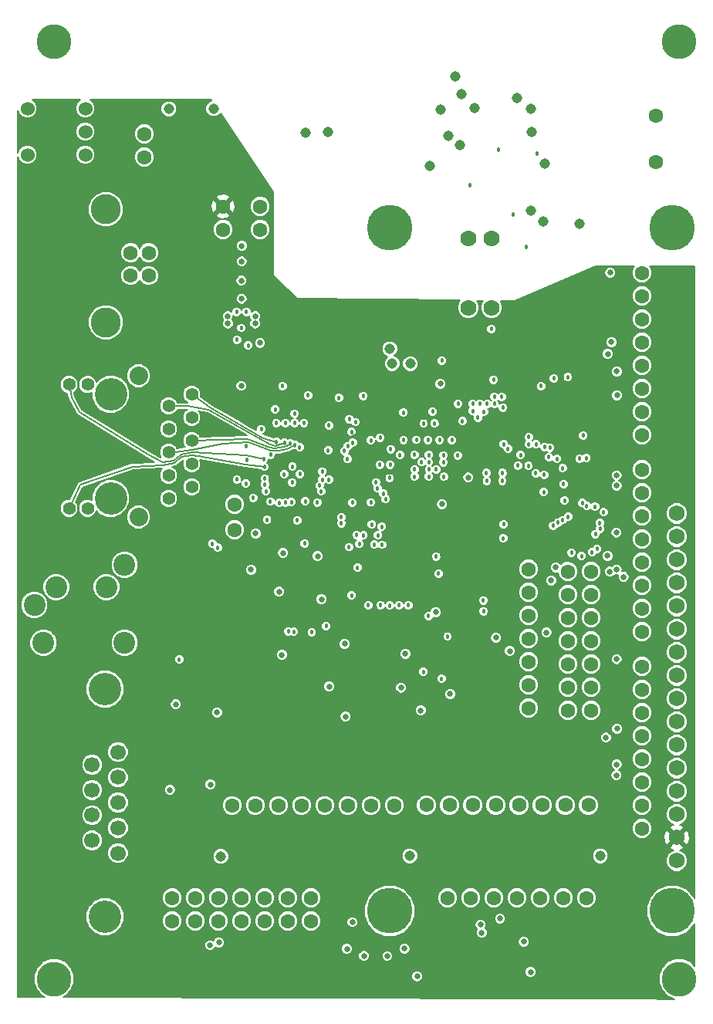
<source format=gbr>
G04 (created by PCBNEW-RS274X (2010-03-14)-final) date Wed 26 Oct 2011 11:50:53 AM EDT*
G01*
G70*
G90*
%MOIN*%
G04 Gerber Fmt 3.4, Leading zero omitted, Abs format*
%FSLAX34Y34*%
G04 APERTURE LIST*
%ADD10C,0.001000*%
%ADD11C,0.150000*%
%ADD12C,0.063000*%
%ADD13C,0.129900*%
%ADD14C,0.060000*%
%ADD15C,0.094500*%
%ADD16C,0.140000*%
%ADD17C,0.066900*%
%ADD18C,0.068900*%
%ADD19C,0.196900*%
%ADD20C,0.080000*%
%ADD21C,0.055000*%
%ADD22C,0.070000*%
%ADD23C,0.018000*%
%ADD24C,0.025000*%
%ADD25C,0.045000*%
%ADD26C,0.005000*%
%ADD27C,0.010000*%
G04 APERTURE END LIST*
G54D10*
G54D11*
X18000Y-32000D03*
X-09000Y08500D03*
X18000Y08500D03*
X-09000Y-32000D03*
G54D12*
X-05100Y03500D03*
X-05100Y04500D03*
X-01699Y01364D03*
X-01699Y00364D03*
X-00099Y01364D03*
X-00099Y00364D03*
X11500Y-14300D03*
X11500Y-15300D03*
X11500Y-16300D03*
X11500Y-17300D03*
X11500Y-18300D03*
X11500Y-19300D03*
X11500Y-20300D03*
X14200Y-20400D03*
X13200Y-20400D03*
X14200Y-19400D03*
X13200Y-19400D03*
X14200Y-18400D03*
X13200Y-18400D03*
X14200Y-17400D03*
X13200Y-17400D03*
X14200Y-16400D03*
X13200Y-16400D03*
X14200Y-15400D03*
X13200Y-15400D03*
X14200Y-14400D03*
X13200Y-14400D03*
X16400Y-01500D03*
X16400Y-02500D03*
X16400Y-04500D03*
X16400Y-05500D03*
X16400Y-06500D03*
X16400Y-07500D03*
X16400Y-08500D03*
X16400Y-03500D03*
X16400Y-10000D03*
X16400Y-11000D03*
X16400Y-13000D03*
X16400Y-14000D03*
X16400Y-15000D03*
X16400Y-16000D03*
X16400Y-17000D03*
X16400Y-12000D03*
X16400Y-18500D03*
X16400Y-19500D03*
X16400Y-21500D03*
X16400Y-22500D03*
X16400Y-23500D03*
X16400Y-24500D03*
X16400Y-25500D03*
X16400Y-20500D03*
G54D13*
X-06760Y01241D03*
X-06760Y-03641D03*
G54D12*
X-05693Y-00637D03*
X-04906Y-00637D03*
X-04906Y-01621D03*
X-05693Y-01621D03*
G54D14*
X-07650Y03600D03*
X-07650Y04600D03*
X-07650Y05600D03*
X-10150Y05600D03*
X-10150Y03600D03*
G54D15*
X-09849Y-15859D03*
X-08904Y-15072D03*
X-06739Y-15072D03*
X-05951Y-14107D03*
X-05951Y-17493D03*
X-09455Y-17493D03*
G54D12*
X03690Y-24510D03*
X04690Y-24510D03*
X05690Y-24510D03*
X02690Y-24510D03*
X01690Y-24510D03*
X00690Y-24510D03*
X-00310Y-24510D03*
X-01310Y-24510D03*
X14083Y-24496D03*
X13083Y-24496D03*
X12083Y-24496D03*
X11083Y-24496D03*
X10083Y-24496D03*
X09083Y-24496D03*
X08083Y-24496D03*
X07083Y-24496D03*
G54D16*
X-06800Y-19480D03*
G54D17*
X-06241Y-22206D03*
X-06241Y-23297D03*
X-06241Y-24387D03*
X-06241Y-25478D03*
X-06241Y-26569D03*
X-07359Y-22752D03*
X-07359Y-23842D03*
X-07359Y-24933D03*
X-07359Y-26023D03*
G54D16*
X-06800Y-29319D03*
G54D18*
X17900Y-26898D03*
X17900Y-25898D03*
X17900Y-24898D03*
X17900Y-23898D03*
X17900Y-22898D03*
X17900Y-21898D03*
X17900Y-20898D03*
X17900Y-19898D03*
X17900Y-18898D03*
X17900Y-17898D03*
X17900Y-16898D03*
X17900Y-15898D03*
X17900Y-14898D03*
X17900Y-13898D03*
X17900Y-12898D03*
X17900Y-11898D03*
G54D19*
X17703Y-29063D03*
X05498Y-29063D03*
X05498Y00464D03*
X17703Y00464D03*
G54D12*
X02100Y-28500D03*
X02100Y-29500D03*
X01100Y-28500D03*
X01100Y-29500D03*
X00100Y-28500D03*
X00100Y-29500D03*
X-00900Y-28500D03*
X-00900Y-29500D03*
X-01900Y-28500D03*
X-01900Y-29500D03*
X-02900Y-28500D03*
X-02900Y-29500D03*
X-03900Y-28500D03*
X-03900Y-29500D03*
X08000Y-28500D03*
X09000Y-28500D03*
X10000Y-28500D03*
X11000Y-28500D03*
X12000Y-28500D03*
X13000Y-28500D03*
X14000Y-28500D03*
G54D16*
X-06550Y-06750D03*
X-06550Y-11250D03*
G54D20*
X-05350Y-05950D03*
X-05350Y-12050D03*
G54D21*
X-07550Y-06330D03*
X-08350Y-06330D03*
X-07550Y-11670D03*
X-08350Y-11670D03*
X-03050Y-06750D03*
X-04050Y-07250D03*
X-03050Y-07750D03*
X-04050Y-08250D03*
X-03050Y-08750D03*
X-04050Y-09250D03*
X-03050Y-09750D03*
X-04050Y-10250D03*
X-03050Y-10750D03*
X-04050Y-11250D03*
G54D22*
X08900Y-03000D03*
X09900Y-03000D03*
X09900Y00000D03*
X08900Y00000D03*
G54D12*
X17000Y05300D03*
X17000Y03300D03*
X-01200Y-11500D03*
X-01200Y-12600D03*
G54D23*
X03859Y-08377D03*
X01854Y-11374D03*
X14014Y-11576D03*
X10421Y-12362D03*
X04107Y-14237D03*
X04573Y-15863D03*
X00101Y-10385D03*
X01251Y-11401D03*
X00367Y-09353D03*
X01615Y-09038D03*
X-00662Y-09598D03*
X00601Y-07989D03*
X00998Y-07986D03*
X01395Y-07986D03*
X01799Y-07986D03*
X04969Y-10816D03*
X02539Y-10943D03*
G54D24*
X15297Y-23200D03*
X15603Y-14641D03*
X15320Y-06792D03*
G54D23*
X13784Y-13740D03*
X07999Y-17215D03*
X05901Y-15859D03*
X07503Y-13755D03*
X07177Y-16324D03*
G54D24*
X15309Y-05761D03*
X15301Y-14316D03*
X15305Y-22738D03*
G54D23*
X09563Y-16121D03*
X06302Y-15863D03*
X04731Y-12368D03*
X14739Y-11844D03*
X05160Y-12475D03*
X14368Y-11601D03*
X03857Y-15435D03*
X03740Y-13351D03*
X04997Y-12836D03*
X14574Y-12301D03*
X02754Y-16764D03*
X02132Y-17025D03*
X04067Y-12823D03*
X14459Y-13424D03*
X05169Y-13251D03*
X14383Y-12787D03*
X04833Y-13240D03*
X14589Y-12561D03*
X04367Y-12837D03*
X14244Y-13571D03*
X04693Y-11418D03*
X01353Y-17011D03*
X03883Y-11425D03*
X01119Y-16989D03*
X02476Y-10696D03*
X04910Y-10552D03*
X03757Y-07821D03*
X02595Y-10439D03*
X05231Y-11040D03*
X-02163Y-13200D03*
X00112Y-10638D03*
X03902Y-08837D03*
X00998Y-11428D03*
X02372Y-11420D03*
X03676Y-09546D03*
X00734Y-11447D03*
X03549Y-09199D03*
X00348Y-11383D03*
X00150Y-10936D03*
X03690Y-08994D03*
X12187Y-09020D03*
X09390Y-07153D03*
X09544Y-15652D03*
G54D24*
X14922Y-05004D03*
X14912Y-13729D03*
X15010Y-14409D03*
X14840Y-21580D03*
G54D23*
X05501Y-15868D03*
X11158Y-09369D03*
X09309Y-07757D03*
X05104Y-15854D03*
X07615Y-14498D03*
X06956Y-18737D03*
X09084Y-07468D03*
X11813Y-10162D03*
X11035Y-09829D03*
X09090Y-07165D03*
G54D24*
X12674Y-14225D03*
G54D23*
X05330Y-11278D03*
X-01927Y-13379D03*
X02587Y-10085D03*
X02878Y-10435D03*
G54D24*
X12472Y-14791D03*
G54D23*
X11882Y03663D03*
G54D25*
X11648Y04597D03*
X12139Y00713D03*
X12198Y03226D03*
G54D24*
X-00907Y-06384D03*
G54D25*
X06396Y-05431D03*
X05614Y-05422D03*
G54D23*
X-00698Y-08993D03*
G54D24*
X-00309Y-03381D03*
X-00307Y-03688D03*
X-01492Y-03688D03*
X-01500Y-03378D03*
X-00899Y-02621D03*
X-00903Y-01844D03*
X-00899Y-01015D03*
X-00888Y-00336D03*
G54D23*
X-01097Y-04396D03*
G54D24*
X10098Y-17261D03*
X10691Y-17834D03*
G54D23*
X12597Y-06065D03*
X13198Y-06013D03*
X12035Y-06392D03*
G54D25*
X05501Y-04794D03*
G54D24*
X-02264Y-30549D03*
X05399Y-31016D03*
X04392Y-31013D03*
X06687Y-31888D03*
X11298Y-30397D03*
X10266Y-29399D03*
G54D25*
X-02102Y05592D03*
X-04044Y05582D03*
G54D23*
X07753Y-05296D03*
X09896Y-03927D03*
X09986Y-06120D03*
G54D25*
X06375Y-26692D03*
X14599Y-26688D03*
X-01795Y-26712D03*
G54D24*
X11583Y-31700D03*
X03891Y-29550D03*
G54D23*
X01299Y-09872D03*
X01622Y-10194D03*
X00946Y-10209D03*
X01295Y-10554D03*
X02841Y-09170D03*
X02877Y-08093D03*
X03303Y-06907D03*
X00868Y-06397D03*
G54D24*
X00721Y-15281D03*
X-00491Y-14328D03*
X00897Y-13604D03*
G54D23*
X01830Y-13195D03*
G54D24*
X07489Y-16159D03*
X02550Y-15603D03*
X02389Y-13744D03*
G54D23*
X01504Y-12197D03*
X04362Y-06820D03*
X06097Y-07539D03*
X07355Y-07494D03*
X06967Y-08015D03*
X05091Y-08619D03*
X05519Y-09788D03*
X05498Y-10364D03*
X07196Y-10307D03*
X06576Y-09995D03*
X06570Y-09357D03*
X07196Y-09372D03*
X07827Y-09385D03*
X06570Y-10307D03*
X07837Y-10314D03*
X07821Y-09688D03*
X06877Y-09679D03*
X07199Y-09998D03*
X07199Y-09998D03*
X07514Y-09995D03*
X07199Y-09685D03*
G54D24*
X07693Y-06297D03*
X12269Y-17039D03*
X00843Y-18003D03*
X03555Y-17528D03*
X06178Y-17956D03*
X03597Y-20667D03*
X06841Y-20401D03*
X05992Y-19419D03*
X-01960Y-20492D03*
X-03739Y-20142D03*
X-02240Y-23601D03*
X02888Y-19373D03*
G54D23*
X04189Y-13215D03*
X04687Y-08734D03*
X10404Y-12968D03*
X10336Y-06858D03*
X01397Y-07583D03*
X13821Y-11445D03*
X13054Y-11337D03*
X12159Y-10973D03*
X13008Y-10625D03*
X12173Y-10231D03*
X12971Y-09944D03*
X13862Y-08527D03*
X13359Y-13590D03*
G54D24*
X15030Y-01497D03*
X15305Y-10695D03*
X15296Y-12718D03*
X15305Y-18186D03*
X15324Y-21195D03*
X-00291Y-12766D03*
G54D23*
X00201Y-12175D03*
X-03586Y-18200D03*
X00556Y-07402D03*
X-00049Y-08250D03*
G54D24*
X15301Y-10249D03*
X08897Y-10345D03*
G54D23*
X-00397Y-11222D03*
X-00716Y-10603D03*
G54D24*
X15079Y-04499D03*
X08113Y-19699D03*
X-03995Y-23838D03*
G54D23*
X04031Y-07951D03*
G54D24*
X07765Y-11498D03*
X-00100Y-04527D03*
G54D25*
X08540Y04021D03*
X10989Y06038D03*
X11615Y05592D03*
X08040Y04408D03*
X13699Y00604D03*
G54D23*
X11401Y-00390D03*
X10199Y03801D03*
G54D25*
X02819Y04567D03*
X11600Y01198D03*
G54D23*
X03407Y-12322D03*
X11498Y-09843D03*
X09568Y-07504D03*
X09698Y-10490D03*
X12563Y-12421D03*
X10366Y-10485D03*
X12973Y-12183D03*
X05071Y-09790D03*
X09672Y-10147D03*
X12768Y-12296D03*
X10369Y-10148D03*
X13215Y-12038D03*
X05549Y-09121D03*
X01968Y-06794D03*
X07739Y-19041D03*
X-00903Y-03882D03*
X-01113Y-03187D03*
X-00693Y-03187D03*
X-00609Y-04641D03*
X09711Y-07153D03*
X13702Y-09532D03*
X10428Y-08906D03*
X13997Y-09507D03*
X11821Y-08904D03*
X10031Y-06855D03*
X11509Y-08911D03*
X10033Y-07166D03*
X11503Y-08594D03*
X10395Y-07320D03*
X12727Y-09535D03*
X08643Y-07911D03*
X12420Y-09053D03*
X10616Y-09103D03*
X12376Y-09466D03*
X08454Y-07156D03*
X01186Y-08868D03*
X03407Y-12059D03*
X00062Y-09551D03*
X00611Y-08805D03*
G54D24*
X09481Y-30011D03*
G54D23*
X00958Y-08836D03*
X01408Y-08937D03*
G54D24*
X09431Y-29658D03*
G54D23*
X00090Y-09880D03*
X10847Y01023D03*
X08968Y02296D03*
G54D25*
X07228Y03127D03*
X01853Y04547D03*
X08317Y06990D03*
X09164Y05618D03*
X08596Y06202D03*
X07703Y05556D03*
G54D23*
X06650Y-08717D03*
X07153Y-08719D03*
X07656Y-08723D03*
X08184Y-08724D03*
X06099Y-08720D03*
X08436Y-09385D03*
X05949Y-09371D03*
X07438Y-08009D03*
X-01101Y-10431D03*
X11194Y-08609D03*
X12159Y-11257D03*
X12205Y-10622D03*
X12192Y-09779D03*
X13035Y-10961D03*
X13003Y-10292D03*
X11166Y-11258D03*
X06195Y-10942D03*
X06601Y-10939D03*
X07192Y-10928D03*
X07596Y-10945D03*
X08150Y-10928D03*
X05948Y-10320D03*
X08450Y-10323D03*
X03361Y-10690D03*
X02003Y-12197D03*
X02378Y-12809D03*
G54D24*
X01168Y-16036D03*
X01652Y-15599D03*
G54D23*
X07003Y-14950D03*
G54D24*
X10064Y-14904D03*
X08390Y-15646D03*
X12292Y-17833D03*
X12409Y-19741D03*
G54D23*
X13371Y-13152D03*
X02208Y-07983D03*
X01429Y-06793D03*
G54D24*
X03413Y-19926D03*
X06404Y-19820D03*
G54D23*
X13904Y-07692D03*
X14299Y-10842D03*
X01003Y-12179D03*
X01412Y-13634D03*
X07461Y-19450D03*
X-04051Y-20158D03*
G54D24*
X15053Y-03499D03*
X15300Y-11719D03*
X15306Y-20776D03*
G54D23*
X04688Y-08114D03*
X04727Y-07545D03*
X05154Y-07546D03*
X05774Y-07546D03*
X06098Y-06771D03*
G54D24*
X-00202Y-11752D03*
X00099Y-27145D03*
X07519Y-31907D03*
X11580Y-32104D03*
X12087Y-05914D03*
X-01877Y-30432D03*
X06137Y-30694D03*
X03657Y-30703D03*
G54D26*
X01186Y-08868D02*
X01055Y-08987D01*
X01055Y-08987D02*
X00764Y-09061D01*
X00764Y-09061D02*
X00502Y-09089D01*
X00502Y-09089D02*
X00238Y-09022D01*
X-00634Y-08676D02*
X00238Y-09022D01*
X-03050Y-08750D02*
X-00634Y-08676D01*
X-00714Y-09373D02*
X00062Y-09551D01*
X-00714Y-09373D02*
X-03018Y-09251D01*
X-03018Y-09251D02*
X-03513Y-09344D01*
X-03513Y-09344D02*
X-03836Y-09618D01*
X-03836Y-09618D02*
X-04296Y-09686D01*
X-04296Y-09686D02*
X-04931Y-09364D01*
X-04931Y-09364D02*
X-07900Y-07516D01*
X-07900Y-07516D02*
X-08237Y-06899D01*
X-08237Y-06899D02*
X-08350Y-06330D01*
X00611Y-08805D02*
X00029Y-08635D01*
X00029Y-08635D02*
X-02254Y-07327D01*
X-02254Y-07327D02*
X-03050Y-06750D01*
X00958Y-08836D02*
X00670Y-08963D01*
X00670Y-08963D02*
X00551Y-08982D01*
X00551Y-08982D02*
X00327Y-08924D01*
X00327Y-08924D02*
X-02323Y-07404D01*
X-02323Y-07404D02*
X-03223Y-07251D01*
X-03223Y-07251D02*
X-04050Y-07250D01*
X01408Y-08937D02*
X01071Y-09118D01*
X01071Y-09118D02*
X00692Y-09195D01*
X00692Y-09195D02*
X00355Y-09187D01*
X-00594Y-08802D02*
X00355Y-09187D01*
X-00594Y-08802D02*
X-01715Y-08874D01*
X-01715Y-08874D02*
X-03025Y-09148D01*
X-03025Y-09148D02*
X-03769Y-09236D01*
X-03769Y-09236D02*
X-04050Y-09250D01*
X00090Y-09880D02*
X-00731Y-09784D01*
X-00731Y-09784D02*
X-02770Y-09408D01*
X-02770Y-09408D02*
X-03067Y-09371D01*
X-03496Y-09462D02*
X-03067Y-09371D01*
X-03496Y-09462D02*
X-03795Y-09716D01*
X-03795Y-09716D02*
X-04290Y-09806D01*
X-04290Y-09806D02*
X-05614Y-09873D01*
X-05614Y-09873D02*
X-07862Y-10665D01*
X-07862Y-10665D02*
X-08350Y-11670D01*
G54D27*
X01287Y-05863D02*
X01429Y-06793D01*
X01429Y-06793D02*
X02208Y-07983D01*
X02208Y-07983D02*
X03129Y-08965D01*
X03129Y-08965D02*
X03361Y-10690D01*
X03361Y-10690D02*
X02461Y-12276D01*
X02461Y-12276D02*
X02003Y-12197D01*
X02461Y-12276D02*
X02378Y-12809D01*
X02003Y-12197D02*
X01627Y-12463D01*
X01627Y-12463D02*
X01249Y-12405D01*
X01249Y-12405D02*
X01003Y-12179D01*
X01412Y-13634D02*
X02101Y-13414D01*
X02101Y-13414D02*
X02378Y-12809D01*
X01412Y-13634D02*
X01652Y-15599D01*
X01168Y-16036D02*
X01652Y-15599D01*
X01652Y-15599D02*
X02955Y-15057D01*
X02955Y-15057D02*
X05618Y-15001D01*
X05618Y-15001D02*
X07003Y-14950D01*
X07003Y-14950D02*
X08390Y-15646D01*
X08390Y-15646D02*
X10064Y-14904D01*
X10064Y-14904D02*
X08150Y-10928D01*
X08150Y-10928D02*
X08450Y-10323D01*
X03361Y-10690D02*
X05005Y-10142D01*
X05005Y-10142D02*
X05952Y-10157D01*
X05952Y-10157D02*
X05948Y-10320D01*
X08150Y-10928D02*
X11166Y-11258D01*
X11166Y-11258D02*
X12159Y-11257D01*
X12159Y-11257D02*
X13035Y-10961D01*
X13035Y-10961D02*
X12205Y-10622D01*
X12205Y-10622D02*
X13003Y-10292D01*
X13003Y-10292D02*
X12192Y-09779D01*
X08450Y-10323D02*
X09982Y-08637D01*
X09982Y-08637D02*
X11194Y-08609D01*
X11194Y-08609D02*
X11816Y-07828D01*
X11816Y-07828D02*
X13904Y-07692D01*
X13904Y-07692D02*
X14388Y-09271D01*
X14388Y-09271D02*
X14299Y-10842D01*
X13035Y-10961D02*
X14299Y-10842D01*
X08390Y-15646D02*
X08198Y-19303D01*
X07461Y-19450D02*
X08198Y-19303D01*
X07461Y-19450D02*
X06404Y-19820D01*
X06404Y-19820D02*
X03413Y-19926D01*
X03413Y-19926D02*
X01638Y-19380D01*
X01638Y-19380D02*
X00427Y-18181D01*
X01168Y-16036D02*
X00216Y-17495D01*
X00216Y-17495D02*
X-03987Y-19333D01*
X-03987Y-19333D02*
X-04051Y-20158D01*
X08198Y-19303D02*
X10687Y-20888D01*
X10687Y-20888D02*
X11879Y-21008D01*
X11879Y-21008D02*
X12409Y-19741D01*
X12409Y-19741D02*
X12292Y-17833D01*
X10064Y-14904D02*
X11036Y-13660D01*
X11036Y-13660D02*
X13371Y-13152D01*
X11879Y-21008D02*
X14511Y-21018D01*
X14511Y-21018D02*
X15306Y-20776D01*
X15306Y-20776D02*
X15653Y-17400D01*
X15653Y-17400D02*
X15904Y-14640D01*
X15904Y-14640D02*
X15661Y-11988D01*
X15661Y-11988D02*
X15300Y-11719D01*
X15300Y-11719D02*
X14299Y-10842D01*
G54D26*
X04688Y-08114D02*
X04727Y-07545D01*
X04727Y-07545D02*
X05154Y-07546D01*
X05154Y-07546D02*
X05774Y-07546D01*
X05774Y-07546D02*
X06098Y-06771D01*
X04688Y-08114D02*
X03129Y-08965D01*
X05948Y-10320D02*
X06195Y-10942D01*
X06195Y-10942D02*
X06601Y-10939D01*
X06601Y-10939D02*
X07192Y-10928D01*
X07192Y-10928D02*
X07596Y-10945D01*
X07596Y-10945D02*
X08150Y-10928D01*
G54D27*
X00427Y-18181D02*
X00216Y-17495D01*
X11816Y-07828D02*
X11731Y-06375D01*
X11731Y-06375D02*
X12087Y-05914D01*
X12087Y-05914D02*
X15053Y-03499D01*
X-04051Y-20158D02*
X-02811Y-23808D01*
X-01440Y-25902D02*
X00099Y-27145D01*
X00099Y-27145D02*
X06343Y-27831D01*
X06343Y-27831D02*
X07575Y-29341D01*
X07575Y-29341D02*
X10781Y-32036D01*
X10781Y-32036D02*
X11580Y-32104D01*
X07575Y-29341D02*
X07519Y-31907D01*
X-02811Y-23808D02*
X-01440Y-25902D01*
X11879Y-21008D02*
X14727Y-23906D01*
X14727Y-23906D02*
X15657Y-25934D01*
X15657Y-25934D02*
X17461Y-26395D01*
X17461Y-26395D02*
X17900Y-25898D01*
X17900Y-25898D02*
X17471Y-25351D01*
X01003Y-12179D02*
X-00202Y-11752D01*
X01287Y-05863D02*
X00384Y-03693D01*
X00384Y-03693D02*
X-00187Y-00600D01*
X-00187Y-00600D02*
X-00719Y00302D01*
X-00719Y00302D02*
X-01699Y01364D01*
G54D10*
G36*
X17815Y-32871D02*
X17504Y-32741D01*
X17258Y-32495D01*
X17125Y-32173D01*
X17125Y-31825D01*
X17259Y-31504D01*
X17505Y-31258D01*
X17827Y-31125D01*
X18175Y-31125D01*
X18496Y-31259D01*
X18675Y-31438D01*
X18675Y-29610D01*
X18641Y-29692D01*
X18329Y-30003D01*
X17922Y-30171D01*
X17481Y-30170D01*
X17074Y-30001D01*
X16763Y-29689D01*
X16595Y-29282D01*
X16596Y-28841D01*
X16765Y-28434D01*
X17077Y-28123D01*
X17484Y-27955D01*
X17806Y-27955D01*
X17806Y-27367D01*
X17634Y-27295D01*
X17502Y-27163D01*
X17431Y-26991D01*
X17431Y-26804D01*
X17488Y-26667D01*
X17488Y-26203D01*
X17400Y-26169D01*
X17355Y-26060D01*
X17334Y-25839D01*
X17400Y-25627D01*
X17488Y-25593D01*
X17794Y-25898D01*
X17488Y-26203D01*
X17488Y-26667D01*
X17503Y-26632D01*
X17635Y-26500D01*
X17772Y-26442D01*
X17629Y-26398D01*
X17595Y-26310D01*
X17806Y-26098D01*
X17900Y-26004D01*
X17900Y-25792D01*
X17806Y-25697D01*
X17595Y-25486D01*
X17629Y-25398D01*
X17738Y-25353D01*
X17766Y-25350D01*
X17634Y-25295D01*
X17502Y-25163D01*
X17431Y-24991D01*
X17431Y-24804D01*
X17503Y-24632D01*
X17635Y-24500D01*
X17806Y-24429D01*
X17806Y-24367D01*
X17634Y-24295D01*
X17502Y-24163D01*
X17431Y-23991D01*
X17431Y-23804D01*
X17503Y-23632D01*
X17635Y-23500D01*
X17806Y-23429D01*
X17806Y-23367D01*
X17634Y-23295D01*
X17502Y-23163D01*
X17431Y-22991D01*
X17431Y-22804D01*
X17503Y-22632D01*
X17635Y-22500D01*
X17806Y-22429D01*
X17806Y-22367D01*
X17634Y-22295D01*
X17502Y-22163D01*
X17431Y-21991D01*
X17431Y-21804D01*
X17503Y-21632D01*
X17635Y-21500D01*
X17806Y-21429D01*
X17806Y-21367D01*
X17634Y-21295D01*
X17502Y-21163D01*
X17431Y-20991D01*
X17431Y-20804D01*
X17503Y-20632D01*
X17635Y-20500D01*
X17806Y-20429D01*
X17806Y-20367D01*
X17634Y-20295D01*
X17502Y-20163D01*
X17431Y-19991D01*
X17431Y-19804D01*
X17503Y-19632D01*
X17635Y-19500D01*
X17806Y-19429D01*
X17806Y-19367D01*
X17634Y-19295D01*
X17502Y-19163D01*
X17431Y-18991D01*
X17431Y-18804D01*
X17503Y-18632D01*
X17635Y-18500D01*
X17806Y-18429D01*
X17806Y-18367D01*
X17634Y-18295D01*
X17502Y-18163D01*
X17431Y-17991D01*
X17431Y-17804D01*
X17503Y-17632D01*
X17635Y-17500D01*
X17806Y-17429D01*
X17806Y-17367D01*
X17634Y-17295D01*
X17502Y-17163D01*
X17431Y-16991D01*
X17431Y-16804D01*
X17503Y-16632D01*
X17635Y-16500D01*
X17806Y-16429D01*
X17806Y-16367D01*
X17634Y-16295D01*
X17502Y-16163D01*
X17431Y-15991D01*
X17431Y-15804D01*
X17503Y-15632D01*
X17635Y-15500D01*
X17806Y-15429D01*
X17806Y-15367D01*
X17634Y-15295D01*
X17502Y-15163D01*
X17431Y-14991D01*
X17431Y-14804D01*
X17503Y-14632D01*
X17635Y-14500D01*
X17806Y-14429D01*
X17806Y-14367D01*
X17634Y-14295D01*
X17502Y-14163D01*
X17431Y-13991D01*
X17431Y-13804D01*
X17503Y-13632D01*
X17635Y-13500D01*
X17806Y-13429D01*
X17806Y-13367D01*
X17634Y-13295D01*
X17502Y-13163D01*
X17431Y-12991D01*
X17431Y-12804D01*
X17503Y-12632D01*
X17635Y-12500D01*
X17806Y-12429D01*
X17806Y-12367D01*
X17634Y-12295D01*
X17502Y-12163D01*
X17431Y-11991D01*
X17431Y-11804D01*
X17503Y-11632D01*
X17635Y-11500D01*
X17807Y-11429D01*
X17994Y-11429D01*
X18166Y-11501D01*
X18298Y-11633D01*
X18369Y-11805D01*
X18369Y-11992D01*
X18297Y-12164D01*
X18165Y-12296D01*
X17993Y-12367D01*
X17806Y-12367D01*
X17806Y-12429D01*
X17994Y-12429D01*
X18166Y-12501D01*
X18298Y-12633D01*
X18369Y-12805D01*
X18369Y-12992D01*
X18297Y-13164D01*
X18165Y-13296D01*
X17993Y-13367D01*
X17806Y-13367D01*
X17806Y-13429D01*
X17994Y-13429D01*
X18166Y-13501D01*
X18298Y-13633D01*
X18369Y-13805D01*
X18369Y-13992D01*
X18297Y-14164D01*
X18165Y-14296D01*
X17993Y-14367D01*
X17806Y-14367D01*
X17806Y-14429D01*
X17994Y-14429D01*
X18166Y-14501D01*
X18298Y-14633D01*
X18369Y-14805D01*
X18369Y-14992D01*
X18297Y-15164D01*
X18165Y-15296D01*
X17993Y-15367D01*
X17806Y-15367D01*
X17806Y-15429D01*
X17994Y-15429D01*
X18166Y-15501D01*
X18298Y-15633D01*
X18369Y-15805D01*
X18369Y-15992D01*
X18297Y-16164D01*
X18165Y-16296D01*
X17993Y-16367D01*
X17806Y-16367D01*
X17806Y-16429D01*
X17994Y-16429D01*
X18166Y-16501D01*
X18298Y-16633D01*
X18369Y-16805D01*
X18369Y-16992D01*
X18297Y-17164D01*
X18165Y-17296D01*
X17993Y-17367D01*
X17806Y-17367D01*
X17806Y-17429D01*
X17994Y-17429D01*
X18166Y-17501D01*
X18298Y-17633D01*
X18369Y-17805D01*
X18369Y-17992D01*
X18297Y-18164D01*
X18165Y-18296D01*
X17993Y-18367D01*
X17806Y-18367D01*
X17806Y-18429D01*
X17994Y-18429D01*
X18166Y-18501D01*
X18298Y-18633D01*
X18369Y-18805D01*
X18369Y-18992D01*
X18297Y-19164D01*
X18165Y-19296D01*
X17993Y-19367D01*
X17806Y-19367D01*
X17806Y-19429D01*
X17994Y-19429D01*
X18166Y-19501D01*
X18298Y-19633D01*
X18369Y-19805D01*
X18369Y-19992D01*
X18297Y-20164D01*
X18165Y-20296D01*
X17993Y-20367D01*
X17806Y-20367D01*
X17806Y-20429D01*
X17994Y-20429D01*
X18166Y-20501D01*
X18298Y-20633D01*
X18369Y-20805D01*
X18369Y-20992D01*
X18297Y-21164D01*
X18165Y-21296D01*
X17993Y-21367D01*
X17806Y-21367D01*
X17806Y-21429D01*
X17994Y-21429D01*
X18166Y-21501D01*
X18298Y-21633D01*
X18369Y-21805D01*
X18369Y-21992D01*
X18297Y-22164D01*
X18165Y-22296D01*
X17993Y-22367D01*
X17806Y-22367D01*
X17806Y-22429D01*
X17994Y-22429D01*
X18166Y-22501D01*
X18298Y-22633D01*
X18369Y-22805D01*
X18369Y-22992D01*
X18297Y-23164D01*
X18165Y-23296D01*
X17993Y-23367D01*
X17806Y-23367D01*
X17806Y-23429D01*
X17994Y-23429D01*
X18166Y-23501D01*
X18298Y-23633D01*
X18369Y-23805D01*
X18369Y-23992D01*
X18297Y-24164D01*
X18165Y-24296D01*
X17993Y-24367D01*
X17806Y-24367D01*
X17806Y-24429D01*
X17994Y-24429D01*
X18166Y-24501D01*
X18298Y-24633D01*
X18369Y-24805D01*
X18369Y-24992D01*
X18297Y-25164D01*
X18165Y-25296D01*
X18026Y-25353D01*
X18171Y-25398D01*
X18205Y-25486D01*
X17900Y-25792D01*
X17900Y-26004D01*
X18205Y-26310D01*
X18171Y-26398D01*
X18062Y-26443D01*
X18033Y-26445D01*
X18166Y-26501D01*
X18298Y-26633D01*
X18312Y-26666D01*
X18312Y-26203D01*
X18006Y-25898D01*
X18312Y-25593D01*
X18400Y-25627D01*
X18445Y-25736D01*
X18466Y-25957D01*
X18400Y-26169D01*
X18312Y-26203D01*
X18312Y-26666D01*
X18369Y-26805D01*
X18369Y-26992D01*
X18297Y-27164D01*
X18165Y-27296D01*
X17993Y-27367D01*
X17806Y-27367D01*
X17806Y-27955D01*
X17925Y-27956D01*
X18332Y-28125D01*
X18643Y-28437D01*
X18675Y-28514D01*
X18675Y-01225D01*
X16744Y-01224D01*
X16772Y-01252D01*
X16839Y-01413D01*
X16839Y-01588D01*
X16772Y-01749D01*
X16648Y-01872D01*
X16487Y-01939D01*
X16312Y-01939D01*
X16151Y-01872D01*
X16028Y-01748D01*
X15961Y-01587D01*
X15961Y-01412D01*
X16028Y-01251D01*
X16054Y-01224D01*
X14405Y-01224D01*
X10905Y-02725D01*
X10290Y-02718D01*
X10303Y-02731D01*
X10375Y-02906D01*
X10375Y-03095D01*
X10302Y-03269D01*
X10169Y-03403D01*
X09994Y-03475D01*
X09805Y-03475D01*
X09631Y-03402D01*
X09497Y-03269D01*
X09425Y-03094D01*
X09425Y-02905D01*
X09498Y-02731D01*
X09518Y-02710D01*
X09279Y-02707D01*
X09303Y-02731D01*
X09375Y-02906D01*
X09375Y-03095D01*
X09302Y-03269D01*
X09169Y-03403D01*
X08994Y-03475D01*
X08805Y-03475D01*
X08631Y-03402D01*
X08497Y-03269D01*
X08425Y-03094D01*
X08425Y-02905D01*
X08498Y-02731D01*
X08529Y-02699D01*
X01489Y-02624D01*
X00475Y-01610D01*
X00475Y01992D01*
X-01814Y05385D01*
X-01905Y05296D01*
X-02033Y05243D01*
X-02172Y05243D01*
X-02300Y05296D01*
X-02398Y05395D01*
X-02451Y05523D01*
X-02451Y05662D01*
X-02398Y05790D01*
X-02299Y05888D01*
X-02185Y05934D01*
X-02213Y05975D01*
X-07445Y05975D01*
X-07409Y05960D01*
X-07289Y05840D01*
X-07225Y05684D01*
X-07225Y05515D01*
X-07290Y05359D01*
X-07410Y05239D01*
X-07566Y05175D01*
X-07735Y05175D01*
X-07891Y05240D01*
X-08011Y05360D01*
X-08075Y05516D01*
X-08075Y05685D01*
X-08010Y05841D01*
X-07890Y05961D01*
X-07855Y05975D01*
X-09945Y05975D01*
X-09909Y05960D01*
X-09789Y05840D01*
X-09725Y05684D01*
X-09725Y05515D01*
X-09790Y05359D01*
X-09910Y05239D01*
X-10066Y05175D01*
X-10235Y05175D01*
X-10391Y05240D01*
X-10511Y05360D01*
X-10575Y05516D01*
X-10575Y03685D01*
X-10510Y03841D01*
X-10390Y03961D01*
X-10234Y04025D01*
X-10065Y04025D01*
X-09909Y03960D01*
X-09789Y03840D01*
X-09725Y03684D01*
X-09725Y03515D01*
X-09790Y03359D01*
X-09910Y03239D01*
X-10066Y03175D01*
X-10235Y03175D01*
X-10391Y03240D01*
X-10511Y03360D01*
X-10575Y03516D01*
X-10575Y-32775D01*
X-09405Y-32778D01*
X-09496Y-32741D01*
X-09742Y-32495D01*
X-09875Y-32173D01*
X-09875Y-31825D01*
X-09741Y-31504D01*
X-09574Y-31337D01*
X-09574Y-18089D01*
X-09793Y-17998D01*
X-09960Y-17830D01*
X-10051Y-17611D01*
X-10051Y-17374D01*
X-09968Y-17174D01*
X-09968Y-16455D01*
X-10187Y-16364D01*
X-10354Y-16196D01*
X-10445Y-15977D01*
X-10445Y-15740D01*
X-10354Y-15521D01*
X-10186Y-15354D01*
X-09967Y-15263D01*
X-09730Y-15263D01*
X-09511Y-15354D01*
X-09344Y-15522D01*
X-09253Y-15741D01*
X-09253Y-15978D01*
X-09344Y-16197D01*
X-09512Y-16364D01*
X-09731Y-16455D01*
X-09968Y-16455D01*
X-09968Y-17174D01*
X-09960Y-17155D01*
X-09792Y-16988D01*
X-09573Y-16897D01*
X-09336Y-16897D01*
X-09117Y-16988D01*
X-09023Y-17082D01*
X-09023Y-15668D01*
X-09242Y-15577D01*
X-09409Y-15409D01*
X-09500Y-15190D01*
X-09500Y-14953D01*
X-09409Y-14734D01*
X-09241Y-14567D01*
X-09022Y-14476D01*
X-08785Y-14476D01*
X-08566Y-14567D01*
X-08430Y-14703D01*
X-08430Y-12069D01*
X-08576Y-12008D01*
X-08688Y-11896D01*
X-08749Y-11749D01*
X-08749Y-11590D01*
X-08688Y-11444D01*
X-08576Y-11332D01*
X-08429Y-11271D01*
X-08323Y-11271D01*
X-07997Y-10600D01*
X-07962Y-10553D01*
X-07912Y-10524D01*
X-05664Y-09732D01*
X-05647Y-09729D01*
X-05622Y-09723D01*
X-04651Y-09673D01*
X-04999Y-09498D01*
X-05005Y-09492D01*
X-05010Y-09491D01*
X-07979Y-07643D01*
X-07983Y-07639D01*
X-07995Y-07633D01*
X-08009Y-07615D01*
X-08022Y-07604D01*
X-08025Y-07595D01*
X-08032Y-07588D01*
X-08362Y-06982D01*
X-08363Y-06982D01*
X-08363Y-06981D01*
X-08369Y-06971D01*
X-08375Y-06950D01*
X-08384Y-06928D01*
X-08423Y-06729D01*
X-08430Y-06729D01*
X-08576Y-06668D01*
X-08688Y-06556D01*
X-08749Y-06409D01*
X-08749Y-06250D01*
X-08688Y-06104D01*
X-08576Y-05992D01*
X-08429Y-05931D01*
X-08270Y-05931D01*
X-08124Y-05992D01*
X-08012Y-06104D01*
X-07951Y-06251D01*
X-07951Y-06410D01*
X-08012Y-06556D01*
X-08124Y-06668D01*
X-08129Y-06670D01*
X-08094Y-06845D01*
X-07787Y-07409D01*
X-06715Y-08077D01*
X-06715Y-07575D01*
X-07018Y-07449D01*
X-07250Y-07216D01*
X-07375Y-06913D01*
X-07375Y-06689D01*
X-07471Y-06729D01*
X-07630Y-06729D01*
X-07776Y-06668D01*
X-07888Y-06556D01*
X-07949Y-06409D01*
X-07949Y-06250D01*
X-07888Y-06104D01*
X-07776Y-05992D01*
X-07735Y-05974D01*
X-07735Y03175D01*
X-07891Y03240D01*
X-08011Y03360D01*
X-08075Y03516D01*
X-08075Y03685D01*
X-08010Y03841D01*
X-07890Y03961D01*
X-07735Y04024D01*
X-07735Y04175D01*
X-07891Y04240D01*
X-08011Y04360D01*
X-08075Y04516D01*
X-08075Y04685D01*
X-08010Y04841D01*
X-07890Y04961D01*
X-07734Y05025D01*
X-07565Y05025D01*
X-07409Y04960D01*
X-07289Y04840D01*
X-07225Y04684D01*
X-07225Y04515D01*
X-07290Y04359D01*
X-07410Y04239D01*
X-07566Y04175D01*
X-07735Y04175D01*
X-07735Y04024D01*
X-07734Y04025D01*
X-07565Y04025D01*
X-07409Y03960D01*
X-07289Y03840D01*
X-07225Y03684D01*
X-07225Y03515D01*
X-07290Y03359D01*
X-07410Y03239D01*
X-07566Y03175D01*
X-07735Y03175D01*
X-07735Y-05974D01*
X-07629Y-05931D01*
X-07470Y-05931D01*
X-07324Y-05992D01*
X-07212Y-06104D01*
X-07170Y-06203D01*
X-07016Y-06050D01*
X-06915Y-06008D01*
X-06915Y-04415D01*
X-07199Y-04296D01*
X-07417Y-04079D01*
X-07534Y-03794D01*
X-07534Y-03486D01*
X-07415Y-03202D01*
X-07198Y-02984D01*
X-06915Y-02867D01*
X-06915Y00467D01*
X-07199Y00586D01*
X-07417Y00803D01*
X-07534Y01088D01*
X-07534Y01396D01*
X-07415Y01680D01*
X-07198Y01898D01*
X-06913Y02015D01*
X-06605Y02015D01*
X-06321Y01896D01*
X-06103Y01679D01*
X-05986Y01394D01*
X-05986Y01086D01*
X-06105Y00802D01*
X-06322Y00584D01*
X-06607Y00467D01*
X-06915Y00467D01*
X-06915Y-02867D01*
X-06605Y-02867D01*
X-06321Y-02986D01*
X-06103Y-03203D01*
X-05986Y-03488D01*
X-05986Y-03796D01*
X-06105Y-04080D01*
X-06322Y-04298D01*
X-06607Y-04415D01*
X-06915Y-04415D01*
X-06915Y-06008D01*
X-06713Y-05925D01*
X-06385Y-05925D01*
X-06082Y-06051D01*
X-05850Y-06284D01*
X-05725Y-06587D01*
X-05725Y-06915D01*
X-05851Y-07218D01*
X-06084Y-07450D01*
X-06387Y-07575D01*
X-06715Y-07575D01*
X-06715Y-08077D01*
X-05455Y-08861D01*
X-05455Y-06475D01*
X-05648Y-06395D01*
X-05795Y-06247D01*
X-05875Y-06054D01*
X-05875Y-05845D01*
X-05795Y-05652D01*
X-05647Y-05505D01*
X-05454Y-05425D01*
X-05245Y-05425D01*
X-05052Y-05505D01*
X-04994Y-05563D01*
X-04994Y-02060D01*
X-05155Y-01993D01*
X-05278Y-01869D01*
X-05299Y-01817D01*
X-05321Y-01870D01*
X-05445Y-01993D01*
X-05606Y-02060D01*
X-05781Y-02060D01*
X-05942Y-01993D01*
X-06065Y-01869D01*
X-06132Y-01708D01*
X-06132Y-01533D01*
X-06065Y-01372D01*
X-05941Y-01249D01*
X-05780Y-01182D01*
X-05605Y-01182D01*
X-05444Y-01249D01*
X-05321Y-01373D01*
X-05299Y-01424D01*
X-05278Y-01372D01*
X-05154Y-01249D01*
X-04994Y-01182D01*
X-04994Y-01076D01*
X-05155Y-01009D01*
X-05278Y-00885D01*
X-05299Y-00833D01*
X-05321Y-00886D01*
X-05445Y-01009D01*
X-05606Y-01076D01*
X-05781Y-01076D01*
X-05942Y-01009D01*
X-06065Y-00885D01*
X-06132Y-00724D01*
X-06132Y-00549D01*
X-06065Y-00388D01*
X-05941Y-00265D01*
X-05780Y-00198D01*
X-05605Y-00198D01*
X-05444Y-00265D01*
X-05321Y-00389D01*
X-05299Y-00440D01*
X-05278Y-00388D01*
X-05188Y-00298D01*
X-05188Y03061D01*
X-05349Y03128D01*
X-05472Y03252D01*
X-05539Y03413D01*
X-05539Y03588D01*
X-05472Y03749D01*
X-05348Y03872D01*
X-05188Y03938D01*
X-05188Y04061D01*
X-05349Y04128D01*
X-05472Y04252D01*
X-05539Y04413D01*
X-05539Y04588D01*
X-05472Y04749D01*
X-05348Y04872D01*
X-05187Y04939D01*
X-05012Y04939D01*
X-04851Y04872D01*
X-04728Y04748D01*
X-04661Y04587D01*
X-04661Y04412D01*
X-04728Y04251D01*
X-04852Y04128D01*
X-05013Y04061D01*
X-05188Y04061D01*
X-05188Y03938D01*
X-05187Y03939D01*
X-05012Y03939D01*
X-04851Y03872D01*
X-04728Y03748D01*
X-04661Y03587D01*
X-04661Y03412D01*
X-04728Y03251D01*
X-04852Y03128D01*
X-05013Y03061D01*
X-05188Y03061D01*
X-05188Y-00298D01*
X-05154Y-00265D01*
X-04993Y-00198D01*
X-04818Y-00198D01*
X-04657Y-00265D01*
X-04534Y-00389D01*
X-04467Y-00550D01*
X-04467Y-00725D01*
X-04534Y-00886D01*
X-04658Y-01009D01*
X-04819Y-01076D01*
X-04994Y-01076D01*
X-04994Y-01182D01*
X-04818Y-01182D01*
X-04657Y-01249D01*
X-04534Y-01373D01*
X-04467Y-01534D01*
X-04467Y-01709D01*
X-04534Y-01870D01*
X-04658Y-01993D01*
X-04819Y-02060D01*
X-04994Y-02060D01*
X-04994Y-05563D01*
X-04905Y-05653D01*
X-04825Y-05846D01*
X-04825Y-06055D01*
X-04905Y-06248D01*
X-05053Y-06395D01*
X-05246Y-06475D01*
X-05455Y-06475D01*
X-05455Y-08861D01*
X-04863Y-09229D01*
X-04863Y-09230D01*
X-04390Y-09469D01*
X-04449Y-09329D01*
X-04449Y-09170D01*
X-04388Y-09024D01*
X-04276Y-08912D01*
X-04130Y-08851D01*
X-04130Y-08649D01*
X-04276Y-08588D01*
X-04388Y-08476D01*
X-04449Y-08329D01*
X-04449Y-08170D01*
X-04388Y-08024D01*
X-04276Y-07912D01*
X-04129Y-07851D01*
X-03970Y-07851D01*
X-03824Y-07912D01*
X-03712Y-08024D01*
X-03651Y-08171D01*
X-03651Y-08330D01*
X-03712Y-08476D01*
X-03824Y-08588D01*
X-03971Y-08649D01*
X-04130Y-08649D01*
X-04130Y-08851D01*
X-03970Y-08851D01*
X-03824Y-08912D01*
X-03712Y-09024D01*
X-03690Y-09075D01*
X-03330Y-09033D01*
X-03388Y-08976D01*
X-03449Y-08829D01*
X-03449Y-08670D01*
X-03388Y-08524D01*
X-03276Y-08412D01*
X-03129Y-08351D01*
X-02970Y-08351D01*
X-02824Y-08412D01*
X-02712Y-08524D01*
X-02685Y-08588D01*
X-00667Y-08524D01*
X-02376Y-07546D01*
X-02753Y-07482D01*
X-02712Y-07524D01*
X-02651Y-07671D01*
X-02651Y-07830D01*
X-02712Y-07976D01*
X-02824Y-08088D01*
X-02971Y-08149D01*
X-03130Y-08149D01*
X-03276Y-08088D01*
X-03388Y-07976D01*
X-03449Y-07829D01*
X-03449Y-07670D01*
X-03388Y-07524D01*
X-03276Y-07412D01*
X-03249Y-07400D01*
X-03680Y-07400D01*
X-03712Y-07476D01*
X-03824Y-07588D01*
X-03971Y-07649D01*
X-04130Y-07649D01*
X-04276Y-07588D01*
X-04388Y-07476D01*
X-04449Y-07329D01*
X-04449Y-07170D01*
X-04388Y-07024D01*
X-04276Y-06912D01*
X-04129Y-06851D01*
X-04114Y-06851D01*
X-04114Y05233D01*
X-04242Y05286D01*
X-04340Y05385D01*
X-04393Y05513D01*
X-04393Y05652D01*
X-04340Y05780D01*
X-04241Y05878D01*
X-04113Y05931D01*
X-03974Y05931D01*
X-03846Y05878D01*
X-03748Y05779D01*
X-03695Y05651D01*
X-03695Y05512D01*
X-03748Y05384D01*
X-03847Y05286D01*
X-03975Y05233D01*
X-04114Y05233D01*
X-04114Y-06851D01*
X-03970Y-06851D01*
X-03824Y-06912D01*
X-03712Y-07024D01*
X-03680Y-07100D01*
X-03244Y-07100D01*
X-03276Y-07088D01*
X-03388Y-06976D01*
X-03449Y-06829D01*
X-03449Y-06670D01*
X-03388Y-06524D01*
X-03276Y-06412D01*
X-03129Y-06351D01*
X-02970Y-06351D01*
X-02824Y-06412D01*
X-02712Y-06524D01*
X-02651Y-06671D01*
X-02651Y-06830D01*
X-02658Y-06847D01*
X-02169Y-07202D01*
X-01787Y-07421D01*
X-01787Y-00075D01*
X-01948Y-00008D01*
X-02071Y00116D01*
X-02138Y00277D01*
X-02138Y00452D01*
X-02090Y00567D01*
X-02090Y01079D01*
X-02176Y01111D01*
X-02214Y01206D01*
X-02236Y01416D01*
X-02176Y01617D01*
X-02090Y01649D01*
X-01805Y01364D01*
X-02090Y01079D01*
X-02090Y00567D01*
X-02071Y00613D01*
X-01947Y00736D01*
X-01786Y00803D01*
X-01751Y00803D01*
X-01751Y00827D01*
X-01952Y00887D01*
X-01984Y00973D01*
X-01699Y01258D01*
X-01699Y01470D01*
X-01984Y01755D01*
X-01952Y01841D01*
X-01857Y01879D01*
X-01647Y01901D01*
X-01446Y01841D01*
X-01414Y01755D01*
X-01699Y01470D01*
X-01699Y01258D01*
X-01414Y00973D01*
X-01446Y00887D01*
X-01541Y00849D01*
X-01751Y00827D01*
X-01751Y00803D01*
X-01611Y00803D01*
X-01450Y00736D01*
X-01327Y00612D01*
X-01308Y00566D01*
X-01308Y01079D01*
X-01593Y01364D01*
X-01308Y01649D01*
X-01222Y01617D01*
X-01184Y01522D01*
X-01162Y01312D01*
X-01222Y01111D01*
X-01308Y01079D01*
X-01308Y00566D01*
X-01260Y00451D01*
X-01260Y00276D01*
X-01327Y00115D01*
X-01451Y-00008D01*
X-01612Y-00075D01*
X-01787Y-00075D01*
X-01787Y-07421D01*
X-00957Y-07896D01*
X-00957Y-06633D01*
X-01048Y-06595D01*
X-01118Y-06525D01*
X-01156Y-06433D01*
X-01156Y-06334D01*
X-01140Y-06295D01*
X-01140Y-04611D01*
X-01219Y-04578D01*
X-01279Y-04518D01*
X-01312Y-04439D01*
X-01312Y-04353D01*
X-01279Y-04274D01*
X-01219Y-04214D01*
X-01140Y-04181D01*
X-01054Y-04181D01*
X-00975Y-04214D01*
X-00946Y-04242D01*
X-00946Y-04097D01*
X-01025Y-04064D01*
X-01085Y-04004D01*
X-01118Y-03925D01*
X-01118Y-03839D01*
X-01085Y-03760D01*
X-01025Y-03700D01*
X-00946Y-03667D01*
X-00860Y-03667D01*
X-00781Y-03700D01*
X-00721Y-03760D01*
X-00688Y-03839D01*
X-00688Y-03925D01*
X-00721Y-04004D01*
X-00781Y-04064D01*
X-00860Y-04097D01*
X-00946Y-04097D01*
X-00946Y-04242D01*
X-00915Y-04274D01*
X-00882Y-04353D01*
X-00882Y-04439D01*
X-00915Y-04518D01*
X-00975Y-04578D01*
X-01054Y-04611D01*
X-01140Y-04611D01*
X-01140Y-06295D01*
X-01118Y-06243D01*
X-01048Y-06173D01*
X-00956Y-06135D01*
X-00857Y-06135D01*
X-00766Y-06173D01*
X-00696Y-06243D01*
X-00658Y-06335D01*
X-00658Y-06434D01*
X-00696Y-06525D01*
X-00766Y-06595D01*
X-00858Y-06633D01*
X-00957Y-06633D01*
X-00957Y-07896D01*
X-00652Y-08071D01*
X-00652Y-04856D01*
X-00731Y-04823D01*
X-00791Y-04763D01*
X-00824Y-04684D01*
X-00824Y-04598D01*
X-00791Y-04519D01*
X-00731Y-04459D01*
X-00652Y-04426D01*
X-00566Y-04426D01*
X-00487Y-04459D01*
X-00427Y-04519D01*
X-00394Y-04598D01*
X-00394Y-04684D01*
X-00427Y-04763D01*
X-00487Y-04823D01*
X-00566Y-04856D01*
X-00652Y-04856D01*
X-00652Y-08071D01*
X-00357Y-08240D01*
X-00357Y-03937D01*
X-00448Y-03899D01*
X-00518Y-03829D01*
X-00556Y-03737D01*
X-00556Y-03638D01*
X-00518Y-03547D01*
X-00506Y-03535D01*
X-00520Y-03522D01*
X-00558Y-03430D01*
X-00558Y-03356D01*
X-00571Y-03369D01*
X-00650Y-03402D01*
X-00736Y-03402D01*
X-00815Y-03369D01*
X-00875Y-03309D01*
X-00903Y-03241D01*
X-00931Y-03309D01*
X-00991Y-03369D01*
X-01070Y-03402D01*
X-01156Y-03402D01*
X-01235Y-03369D01*
X-01251Y-03353D01*
X-01251Y-03428D01*
X-01289Y-03519D01*
X-01299Y-03529D01*
X-01281Y-03547D01*
X-01243Y-03639D01*
X-01243Y-03738D01*
X-01281Y-03829D01*
X-01351Y-03899D01*
X-01443Y-03937D01*
X-01542Y-03937D01*
X-01633Y-03899D01*
X-01703Y-03829D01*
X-01741Y-03737D01*
X-01741Y-03638D01*
X-01703Y-03547D01*
X-01693Y-03537D01*
X-01711Y-03519D01*
X-01749Y-03427D01*
X-01749Y-03328D01*
X-01711Y-03237D01*
X-01641Y-03167D01*
X-01549Y-03129D01*
X-01450Y-03129D01*
X-01359Y-03167D01*
X-01328Y-03198D01*
X-01328Y-03144D01*
X-01295Y-03065D01*
X-01235Y-03005D01*
X-01156Y-02972D01*
X-01070Y-02972D01*
X-00991Y-03005D01*
X-00949Y-03047D01*
X-00949Y-02870D01*
X-01040Y-02832D01*
X-01110Y-02762D01*
X-01148Y-02670D01*
X-01148Y-02571D01*
X-01110Y-02480D01*
X-01040Y-02410D01*
X-00953Y-02374D01*
X-00953Y-02093D01*
X-01044Y-02055D01*
X-01114Y-01985D01*
X-01152Y-01893D01*
X-01152Y-01794D01*
X-01114Y-01703D01*
X-01044Y-01633D01*
X-00952Y-01595D01*
X-00949Y-01595D01*
X-00949Y-01264D01*
X-01040Y-01226D01*
X-01110Y-01156D01*
X-01148Y-01064D01*
X-01148Y-00965D01*
X-01110Y-00874D01*
X-01040Y-00804D01*
X-00948Y-00766D01*
X-00938Y-00766D01*
X-00938Y-00585D01*
X-01029Y-00547D01*
X-01099Y-00477D01*
X-01137Y-00385D01*
X-01137Y-00286D01*
X-01099Y-00195D01*
X-01029Y-00125D01*
X-00937Y-00087D01*
X-00838Y-00087D01*
X-00747Y-00125D01*
X-00677Y-00195D01*
X-00639Y-00287D01*
X-00639Y-00386D01*
X-00677Y-00477D01*
X-00747Y-00547D01*
X-00839Y-00585D01*
X-00938Y-00585D01*
X-00938Y-00766D01*
X-00849Y-00766D01*
X-00758Y-00804D01*
X-00688Y-00874D01*
X-00650Y-00966D01*
X-00650Y-01065D01*
X-00688Y-01156D01*
X-00758Y-01226D01*
X-00850Y-01264D01*
X-00949Y-01264D01*
X-00949Y-01595D01*
X-00853Y-01595D01*
X-00762Y-01633D01*
X-00692Y-01703D01*
X-00654Y-01795D01*
X-00654Y-01894D01*
X-00692Y-01985D01*
X-00762Y-02055D01*
X-00854Y-02093D01*
X-00953Y-02093D01*
X-00953Y-02374D01*
X-00948Y-02372D01*
X-00849Y-02372D01*
X-00758Y-02410D01*
X-00688Y-02480D01*
X-00650Y-02572D01*
X-00650Y-02671D01*
X-00688Y-02762D01*
X-00758Y-02832D01*
X-00850Y-02870D01*
X-00949Y-02870D01*
X-00949Y-03047D01*
X-00931Y-03065D01*
X-00903Y-03132D01*
X-00875Y-03065D01*
X-00815Y-03005D01*
X-00736Y-02972D01*
X-00650Y-02972D01*
X-00571Y-03005D01*
X-00511Y-03065D01*
X-00478Y-03144D01*
X-00478Y-03198D01*
X-00450Y-03170D01*
X-00358Y-03132D01*
X-00259Y-03132D01*
X-00187Y-03162D01*
X-00187Y-00075D01*
X-00348Y-00008D01*
X-00471Y00116D01*
X-00538Y00277D01*
X-00538Y00452D01*
X-00471Y00613D01*
X-00347Y00736D01*
X-00187Y00802D01*
X-00187Y00925D01*
X-00348Y00992D01*
X-00471Y01116D01*
X-00538Y01277D01*
X-00538Y01452D01*
X-00471Y01613D01*
X-00347Y01736D01*
X-00186Y01803D01*
X-00011Y01803D01*
X00150Y01736D01*
X00273Y01612D01*
X00340Y01451D01*
X00340Y01276D01*
X00273Y01115D01*
X00149Y00992D01*
X-00012Y00925D01*
X-00187Y00925D01*
X-00187Y00802D01*
X-00186Y00803D01*
X-00011Y00803D01*
X00150Y00736D01*
X00273Y00612D01*
X00340Y00451D01*
X00340Y00276D01*
X00273Y00115D01*
X00149Y-00008D01*
X-00012Y-00075D01*
X-00187Y-00075D01*
X-00187Y-03162D01*
X-00168Y-03170D01*
X-00098Y-03240D01*
X-00060Y-03332D01*
X-00060Y-03431D01*
X-00098Y-03522D01*
X-00109Y-03533D01*
X-00096Y-03547D01*
X-00058Y-03639D01*
X-00058Y-03738D01*
X-00096Y-03829D01*
X-00166Y-03899D01*
X-00258Y-03937D01*
X-00357Y-03937D01*
X-00357Y-08240D01*
X-00264Y-08292D01*
X-00264Y-08207D01*
X-00231Y-08128D01*
X-00171Y-08068D01*
X-00150Y-08059D01*
X-00150Y-04776D01*
X-00241Y-04738D01*
X-00311Y-04668D01*
X-00349Y-04576D01*
X-00349Y-04477D01*
X-00311Y-04386D01*
X-00241Y-04316D01*
X-00149Y-04278D01*
X-00050Y-04278D01*
X00041Y-04316D01*
X00111Y-04386D01*
X00149Y-04478D01*
X00149Y-04577D01*
X00111Y-04668D01*
X00041Y-04738D01*
X-00051Y-04776D01*
X-00150Y-04776D01*
X-00150Y-08059D01*
X-00092Y-08035D01*
X-00006Y-08035D01*
X00073Y-08068D01*
X00133Y-08128D01*
X00166Y-08207D01*
X00166Y-08293D01*
X00133Y-08372D01*
X00073Y-08432D01*
X00018Y-08454D01*
X00092Y-08497D01*
X00502Y-08617D01*
X00558Y-08594D01*
X00558Y-08204D01*
X00479Y-08171D01*
X00419Y-08111D01*
X00386Y-08032D01*
X00386Y-07946D01*
X00419Y-07867D01*
X00479Y-07807D01*
X00513Y-07792D01*
X00513Y-07617D01*
X00434Y-07584D01*
X00374Y-07524D01*
X00341Y-07445D01*
X00341Y-07359D01*
X00374Y-07280D01*
X00434Y-07220D01*
X00513Y-07187D01*
X00599Y-07187D01*
X00678Y-07220D01*
X00738Y-07280D01*
X00771Y-07359D01*
X00771Y-07445D01*
X00738Y-07524D01*
X00678Y-07584D01*
X00599Y-07617D01*
X00513Y-07617D01*
X00513Y-07792D01*
X00558Y-07774D01*
X00644Y-07774D01*
X00723Y-07807D01*
X00783Y-07867D01*
X00798Y-07905D01*
X00816Y-07864D01*
X00825Y-07855D01*
X00825Y-06612D01*
X00746Y-06579D01*
X00686Y-06519D01*
X00653Y-06440D01*
X00653Y-06354D01*
X00686Y-06275D01*
X00746Y-06215D01*
X00825Y-06182D01*
X00911Y-06182D01*
X00990Y-06215D01*
X01050Y-06275D01*
X01083Y-06354D01*
X01083Y-06440D01*
X01050Y-06519D01*
X00990Y-06579D01*
X00911Y-06612D01*
X00825Y-06612D01*
X00825Y-07855D01*
X00876Y-07804D01*
X00955Y-07771D01*
X01041Y-07771D01*
X01120Y-07804D01*
X01180Y-07864D01*
X01196Y-07903D01*
X01213Y-07864D01*
X01273Y-07804D01*
X01320Y-07784D01*
X01275Y-07765D01*
X01215Y-07705D01*
X01182Y-07626D01*
X01182Y-07540D01*
X01215Y-07461D01*
X01275Y-07401D01*
X01354Y-07368D01*
X01440Y-07368D01*
X01519Y-07401D01*
X01579Y-07461D01*
X01612Y-07540D01*
X01612Y-07626D01*
X01579Y-07705D01*
X01519Y-07765D01*
X01471Y-07784D01*
X01517Y-07804D01*
X01577Y-07864D01*
X01597Y-07911D01*
X01617Y-07864D01*
X01677Y-07804D01*
X01756Y-07771D01*
X01842Y-07771D01*
X01921Y-07804D01*
X01925Y-07808D01*
X01925Y-07009D01*
X01846Y-06976D01*
X01786Y-06916D01*
X01753Y-06837D01*
X01753Y-06751D01*
X01786Y-06672D01*
X01846Y-06612D01*
X01925Y-06579D01*
X02011Y-06579D01*
X02090Y-06612D01*
X02150Y-06672D01*
X02183Y-06751D01*
X02183Y-06837D01*
X02150Y-06916D01*
X02090Y-06976D01*
X02011Y-07009D01*
X01925Y-07009D01*
X01925Y-07808D01*
X01981Y-07864D01*
X02014Y-07943D01*
X02014Y-08029D01*
X01981Y-08108D01*
X01921Y-08168D01*
X01842Y-08201D01*
X01756Y-08201D01*
X01677Y-08168D01*
X01617Y-08108D01*
X01596Y-08060D01*
X01577Y-08108D01*
X01517Y-08168D01*
X01438Y-08201D01*
X01352Y-08201D01*
X01273Y-08168D01*
X01213Y-08108D01*
X01196Y-08068D01*
X01180Y-08108D01*
X01120Y-08168D01*
X01041Y-08201D01*
X00955Y-08201D01*
X00876Y-08168D01*
X00816Y-08108D01*
X00800Y-08070D01*
X00783Y-08111D01*
X00723Y-08171D01*
X00644Y-08204D01*
X00558Y-08204D01*
X00558Y-08594D01*
X00568Y-08590D01*
X00654Y-08590D01*
X00733Y-08623D01*
X00793Y-08683D01*
X00797Y-08692D01*
X00836Y-08654D01*
X00915Y-08621D01*
X01001Y-08621D01*
X01080Y-08654D01*
X01097Y-08671D01*
X01143Y-08653D01*
X01229Y-08653D01*
X01308Y-08686D01*
X01350Y-08728D01*
X01365Y-08722D01*
X01451Y-08722D01*
X01530Y-08755D01*
X01590Y-08815D01*
X01593Y-08823D01*
X01658Y-08823D01*
X01737Y-08856D01*
X01797Y-08916D01*
X01830Y-08995D01*
X01830Y-09081D01*
X01797Y-09160D01*
X01737Y-09220D01*
X01658Y-09253D01*
X01572Y-09253D01*
X01493Y-09220D01*
X01433Y-09160D01*
X01429Y-09152D01*
X01365Y-09152D01*
X01342Y-09142D01*
X01142Y-09250D01*
X01121Y-09256D01*
X01100Y-09265D01*
X00722Y-09342D01*
X00705Y-09342D01*
X00688Y-09345D01*
X00582Y-09342D01*
X00582Y-09396D01*
X00549Y-09475D01*
X00489Y-09535D01*
X00410Y-09568D01*
X00324Y-09568D01*
X00277Y-09548D01*
X00277Y-09594D01*
X00244Y-09673D01*
X00215Y-09701D01*
X00272Y-09758D01*
X00305Y-09837D01*
X00305Y-09923D01*
X00272Y-10002D01*
X00212Y-10062D01*
X00133Y-10095D01*
X00047Y-10095D01*
X-00032Y-10062D01*
X-00083Y-10010D01*
X-00749Y-09933D01*
X-00758Y-09929D01*
X-02690Y-09575D01*
X-02651Y-09671D01*
X-02651Y-09830D01*
X-02712Y-09976D01*
X-02824Y-10088D01*
X-02971Y-10149D01*
X-03130Y-10149D01*
X-03276Y-10088D01*
X-03388Y-09976D01*
X-03449Y-09829D01*
X-03449Y-09670D01*
X-03419Y-09599D01*
X-03427Y-09601D01*
X-03698Y-09830D01*
X-03704Y-09833D01*
X-03714Y-09843D01*
X-03735Y-09851D01*
X-03749Y-09859D01*
X-03757Y-09859D01*
X-03768Y-09864D01*
X-03887Y-09885D01*
X-03824Y-09912D01*
X-03712Y-10024D01*
X-03651Y-10171D01*
X-03651Y-10330D01*
X-03712Y-10476D01*
X-03824Y-10588D01*
X-03971Y-10649D01*
X-04130Y-10649D01*
X-04276Y-10588D01*
X-04388Y-10476D01*
X-04449Y-10329D01*
X-04449Y-10170D01*
X-04388Y-10024D01*
X-04321Y-09957D01*
X-05583Y-10021D01*
X-07753Y-10785D01*
X-08053Y-11402D01*
X-08012Y-11444D01*
X-07951Y-11591D01*
X-07951Y-11750D01*
X-08012Y-11896D01*
X-08124Y-12008D01*
X-08271Y-12069D01*
X-08430Y-12069D01*
X-08430Y-14703D01*
X-08399Y-14735D01*
X-08308Y-14954D01*
X-08308Y-15191D01*
X-08399Y-15410D01*
X-08567Y-15577D01*
X-08786Y-15668D01*
X-09023Y-15668D01*
X-09023Y-17082D01*
X-08950Y-17156D01*
X-08859Y-17375D01*
X-08859Y-17612D01*
X-08950Y-17831D01*
X-09118Y-17998D01*
X-09337Y-18089D01*
X-09574Y-18089D01*
X-09574Y-31337D01*
X-09495Y-31258D01*
X-09173Y-31125D01*
X-08825Y-31125D01*
X-08504Y-31259D01*
X-08258Y-31505D01*
X-08125Y-31827D01*
X-08125Y-32175D01*
X-08259Y-32496D01*
X-08505Y-32742D01*
X-08601Y-32781D01*
X-06965Y-32787D01*
X-06965Y-30144D01*
X-07268Y-30018D01*
X-07500Y-29785D01*
X-07625Y-29482D01*
X-07625Y-29154D01*
X-07499Y-28851D01*
X-07450Y-28802D01*
X-07450Y-26481D01*
X-07619Y-26411D01*
X-07747Y-26282D01*
X-07817Y-26114D01*
X-07817Y-25932D01*
X-07747Y-25763D01*
X-07618Y-25635D01*
X-07450Y-25565D01*
X-07450Y-25391D01*
X-07619Y-25321D01*
X-07747Y-25192D01*
X-07817Y-25024D01*
X-07817Y-24842D01*
X-07747Y-24673D01*
X-07618Y-24545D01*
X-07450Y-24475D01*
X-07450Y-24300D01*
X-07619Y-24230D01*
X-07747Y-24101D01*
X-07817Y-23933D01*
X-07817Y-23751D01*
X-07747Y-23582D01*
X-07618Y-23454D01*
X-07450Y-23384D01*
X-07450Y-23210D01*
X-07619Y-23140D01*
X-07747Y-23011D01*
X-07817Y-22843D01*
X-07817Y-22661D01*
X-07747Y-22492D01*
X-07618Y-22364D01*
X-07450Y-22294D01*
X-07268Y-22294D01*
X-07099Y-22364D01*
X-06971Y-22493D01*
X-06965Y-22507D01*
X-06965Y-20305D01*
X-07268Y-20179D01*
X-07500Y-19946D01*
X-07625Y-19643D01*
X-07625Y-19315D01*
X-07499Y-19012D01*
X-07266Y-18780D01*
X-06963Y-18655D01*
X-06858Y-18655D01*
X-06858Y-15668D01*
X-07077Y-15577D01*
X-07244Y-15409D01*
X-07335Y-15190D01*
X-07335Y-14953D01*
X-07244Y-14734D01*
X-07076Y-14567D01*
X-06857Y-14476D01*
X-06715Y-14476D01*
X-06715Y-12075D01*
X-07018Y-11949D01*
X-07170Y-11796D01*
X-07212Y-11896D01*
X-07324Y-12008D01*
X-07471Y-12069D01*
X-07630Y-12069D01*
X-07776Y-12008D01*
X-07888Y-11896D01*
X-07949Y-11749D01*
X-07949Y-11590D01*
X-07888Y-11444D01*
X-07776Y-11332D01*
X-07629Y-11271D01*
X-07470Y-11271D01*
X-07375Y-11310D01*
X-07375Y-11085D01*
X-07249Y-10782D01*
X-07016Y-10550D01*
X-06713Y-10425D01*
X-06385Y-10425D01*
X-06082Y-10551D01*
X-05850Y-10784D01*
X-05725Y-11087D01*
X-05725Y-11415D01*
X-05851Y-11718D01*
X-06084Y-11950D01*
X-06387Y-12075D01*
X-06715Y-12075D01*
X-06715Y-14476D01*
X-06620Y-14476D01*
X-06401Y-14567D01*
X-06234Y-14735D01*
X-06143Y-14954D01*
X-06143Y-15191D01*
X-06234Y-15410D01*
X-06402Y-15577D01*
X-06621Y-15668D01*
X-06858Y-15668D01*
X-06858Y-18655D01*
X-06635Y-18655D01*
X-06332Y-18781D01*
X-06100Y-19014D01*
X-06070Y-19086D01*
X-06070Y-18089D01*
X-06289Y-17998D01*
X-06456Y-17830D01*
X-06547Y-17611D01*
X-06547Y-17374D01*
X-06456Y-17155D01*
X-06288Y-16988D01*
X-06070Y-16897D01*
X-06070Y-14703D01*
X-06289Y-14612D01*
X-06456Y-14444D01*
X-06547Y-14225D01*
X-06547Y-13988D01*
X-06456Y-13769D01*
X-06288Y-13602D01*
X-06069Y-13511D01*
X-05832Y-13511D01*
X-05613Y-13602D01*
X-05455Y-13760D01*
X-05455Y-12575D01*
X-05648Y-12495D01*
X-05795Y-12347D01*
X-05875Y-12154D01*
X-05875Y-11945D01*
X-05795Y-11752D01*
X-05647Y-11605D01*
X-05454Y-11525D01*
X-05245Y-11525D01*
X-05052Y-11605D01*
X-04905Y-11753D01*
X-04825Y-11946D01*
X-04825Y-12155D01*
X-04905Y-12348D01*
X-05053Y-12495D01*
X-05246Y-12575D01*
X-05455Y-12575D01*
X-05455Y-13760D01*
X-05446Y-13770D01*
X-05355Y-13989D01*
X-05355Y-14226D01*
X-05446Y-14445D01*
X-05614Y-14612D01*
X-05833Y-14703D01*
X-06070Y-14703D01*
X-06070Y-16897D01*
X-05832Y-16897D01*
X-05613Y-16988D01*
X-05446Y-17156D01*
X-05355Y-17375D01*
X-05355Y-17612D01*
X-05446Y-17831D01*
X-05614Y-17998D01*
X-05833Y-18089D01*
X-06070Y-18089D01*
X-06070Y-19086D01*
X-05975Y-19317D01*
X-05975Y-19645D01*
X-06101Y-19948D01*
X-06334Y-20180D01*
X-06637Y-20305D01*
X-06965Y-20305D01*
X-06965Y-22507D01*
X-06901Y-22661D01*
X-06901Y-22843D01*
X-06971Y-23012D01*
X-07100Y-23140D01*
X-07268Y-23210D01*
X-07450Y-23210D01*
X-07450Y-23384D01*
X-07268Y-23384D01*
X-07099Y-23454D01*
X-06971Y-23583D01*
X-06901Y-23751D01*
X-06901Y-23933D01*
X-06971Y-24102D01*
X-07100Y-24230D01*
X-07268Y-24300D01*
X-07450Y-24300D01*
X-07450Y-24475D01*
X-07268Y-24475D01*
X-07099Y-24545D01*
X-06971Y-24674D01*
X-06901Y-24842D01*
X-06901Y-25024D01*
X-06971Y-25193D01*
X-07100Y-25321D01*
X-07268Y-25391D01*
X-07450Y-25391D01*
X-07450Y-25565D01*
X-07268Y-25565D01*
X-07099Y-25635D01*
X-06971Y-25764D01*
X-06901Y-25932D01*
X-06901Y-26114D01*
X-06971Y-26283D01*
X-07100Y-26411D01*
X-07268Y-26481D01*
X-07450Y-26481D01*
X-07450Y-28802D01*
X-07266Y-28619D01*
X-06963Y-28494D01*
X-06635Y-28494D01*
X-06332Y-28620D01*
X-06332Y-27027D01*
X-06501Y-26957D01*
X-06629Y-26828D01*
X-06699Y-26660D01*
X-06699Y-26478D01*
X-06629Y-26309D01*
X-06500Y-26181D01*
X-06332Y-26111D01*
X-06332Y-25936D01*
X-06501Y-25866D01*
X-06629Y-25737D01*
X-06699Y-25569D01*
X-06699Y-25387D01*
X-06629Y-25218D01*
X-06500Y-25090D01*
X-06332Y-25020D01*
X-06332Y-24845D01*
X-06501Y-24775D01*
X-06629Y-24646D01*
X-06699Y-24478D01*
X-06699Y-24296D01*
X-06629Y-24127D01*
X-06500Y-23999D01*
X-06332Y-23929D01*
X-06332Y-23755D01*
X-06501Y-23685D01*
X-06629Y-23556D01*
X-06699Y-23388D01*
X-06699Y-23206D01*
X-06629Y-23037D01*
X-06500Y-22909D01*
X-06332Y-22839D01*
X-06332Y-22664D01*
X-06501Y-22594D01*
X-06629Y-22465D01*
X-06699Y-22297D01*
X-06699Y-22115D01*
X-06629Y-21946D01*
X-06500Y-21818D01*
X-06332Y-21748D01*
X-06150Y-21748D01*
X-05981Y-21818D01*
X-05853Y-21947D01*
X-05783Y-22115D01*
X-05783Y-22297D01*
X-05853Y-22466D01*
X-05982Y-22594D01*
X-06150Y-22664D01*
X-06332Y-22664D01*
X-06332Y-22839D01*
X-06150Y-22839D01*
X-05981Y-22909D01*
X-05853Y-23038D01*
X-05783Y-23206D01*
X-05783Y-23388D01*
X-05853Y-23557D01*
X-05982Y-23685D01*
X-06150Y-23755D01*
X-06332Y-23755D01*
X-06332Y-23929D01*
X-06150Y-23929D01*
X-05981Y-23999D01*
X-05853Y-24128D01*
X-05783Y-24296D01*
X-05783Y-24478D01*
X-05853Y-24647D01*
X-05982Y-24775D01*
X-06150Y-24845D01*
X-06332Y-24845D01*
X-06332Y-25020D01*
X-06150Y-25020D01*
X-05981Y-25090D01*
X-05853Y-25219D01*
X-05783Y-25387D01*
X-05783Y-25569D01*
X-05853Y-25738D01*
X-05982Y-25866D01*
X-06150Y-25936D01*
X-06332Y-25936D01*
X-06332Y-26111D01*
X-06150Y-26111D01*
X-05981Y-26181D01*
X-05853Y-26310D01*
X-05783Y-26478D01*
X-05783Y-26660D01*
X-05853Y-26829D01*
X-05982Y-26957D01*
X-06150Y-27027D01*
X-06332Y-27027D01*
X-06332Y-28620D01*
X-06100Y-28853D01*
X-05975Y-29156D01*
X-05975Y-29484D01*
X-06101Y-29787D01*
X-06334Y-30019D01*
X-06637Y-30144D01*
X-06965Y-30144D01*
X-06965Y-32787D01*
X-03988Y-32797D01*
X-03988Y-29939D01*
X-04149Y-29872D01*
X-04272Y-29748D01*
X-04339Y-29587D01*
X-04339Y-29412D01*
X-04272Y-29251D01*
X-04148Y-29128D01*
X-03988Y-29061D01*
X-03988Y-28939D01*
X-04149Y-28872D01*
X-04272Y-28748D01*
X-04339Y-28587D01*
X-04339Y-28412D01*
X-04272Y-28251D01*
X-04148Y-28128D01*
X-04045Y-28085D01*
X-04045Y-24087D01*
X-04136Y-24049D01*
X-04206Y-23979D01*
X-04244Y-23887D01*
X-04244Y-23788D01*
X-04206Y-23697D01*
X-04136Y-23627D01*
X-04130Y-23624D01*
X-04130Y-11649D01*
X-04276Y-11588D01*
X-04388Y-11476D01*
X-04449Y-11329D01*
X-04449Y-11170D01*
X-04388Y-11024D01*
X-04276Y-10912D01*
X-04129Y-10851D01*
X-03970Y-10851D01*
X-03824Y-10912D01*
X-03712Y-11024D01*
X-03651Y-11171D01*
X-03651Y-11330D01*
X-03712Y-11476D01*
X-03824Y-11588D01*
X-03971Y-11649D01*
X-04130Y-11649D01*
X-04130Y-23624D01*
X-04044Y-23589D01*
X-03945Y-23589D01*
X-03854Y-23627D01*
X-03789Y-23692D01*
X-03789Y-20391D01*
X-03880Y-20353D01*
X-03950Y-20283D01*
X-03988Y-20191D01*
X-03988Y-20092D01*
X-03950Y-20001D01*
X-03880Y-19931D01*
X-03788Y-19893D01*
X-03689Y-19893D01*
X-03629Y-19918D01*
X-03629Y-18415D01*
X-03708Y-18382D01*
X-03768Y-18322D01*
X-03801Y-18243D01*
X-03801Y-18157D01*
X-03768Y-18078D01*
X-03708Y-18018D01*
X-03629Y-17985D01*
X-03543Y-17985D01*
X-03464Y-18018D01*
X-03404Y-18078D01*
X-03371Y-18157D01*
X-03371Y-18243D01*
X-03404Y-18322D01*
X-03464Y-18382D01*
X-03543Y-18415D01*
X-03629Y-18415D01*
X-03629Y-19918D01*
X-03598Y-19931D01*
X-03528Y-20001D01*
X-03490Y-20093D01*
X-03490Y-20192D01*
X-03528Y-20283D01*
X-03598Y-20353D01*
X-03690Y-20391D01*
X-03789Y-20391D01*
X-03789Y-23692D01*
X-03784Y-23697D01*
X-03746Y-23789D01*
X-03746Y-23888D01*
X-03784Y-23979D01*
X-03854Y-24049D01*
X-03946Y-24087D01*
X-04045Y-24087D01*
X-04045Y-28085D01*
X-03987Y-28061D01*
X-03812Y-28061D01*
X-03651Y-28128D01*
X-03528Y-28252D01*
X-03461Y-28413D01*
X-03461Y-28588D01*
X-03528Y-28749D01*
X-03652Y-28872D01*
X-03813Y-28939D01*
X-03988Y-28939D01*
X-03988Y-29061D01*
X-03812Y-29061D01*
X-03651Y-29128D01*
X-03528Y-29252D01*
X-03461Y-29413D01*
X-03461Y-29588D01*
X-03528Y-29749D01*
X-03652Y-29872D01*
X-03813Y-29939D01*
X-03988Y-29939D01*
X-03988Y-32797D01*
X-02988Y-32800D01*
X-02988Y-29939D01*
X-03149Y-29872D01*
X-03272Y-29748D01*
X-03339Y-29587D01*
X-03339Y-29412D01*
X-03272Y-29251D01*
X-03148Y-29128D01*
X-02988Y-29061D01*
X-02988Y-28939D01*
X-03149Y-28872D01*
X-03272Y-28748D01*
X-03339Y-28587D01*
X-03339Y-28412D01*
X-03272Y-28251D01*
X-03148Y-28128D01*
X-03130Y-28120D01*
X-03130Y-11149D01*
X-03276Y-11088D01*
X-03388Y-10976D01*
X-03449Y-10829D01*
X-03449Y-10670D01*
X-03388Y-10524D01*
X-03276Y-10412D01*
X-03129Y-10351D01*
X-02970Y-10351D01*
X-02824Y-10412D01*
X-02712Y-10524D01*
X-02651Y-10671D01*
X-02651Y-10830D01*
X-02712Y-10976D01*
X-02824Y-11088D01*
X-02971Y-11149D01*
X-03130Y-11149D01*
X-03130Y-28120D01*
X-02987Y-28061D01*
X-02812Y-28061D01*
X-02651Y-28128D01*
X-02528Y-28252D01*
X-02461Y-28413D01*
X-02461Y-28588D01*
X-02528Y-28749D01*
X-02652Y-28872D01*
X-02813Y-28939D01*
X-02988Y-28939D01*
X-02988Y-29061D01*
X-02812Y-29061D01*
X-02651Y-29128D01*
X-02528Y-29252D01*
X-02461Y-29413D01*
X-02461Y-29588D01*
X-02528Y-29749D01*
X-02652Y-29872D01*
X-02813Y-29939D01*
X-02988Y-29939D01*
X-02988Y-32800D01*
X-02314Y-32802D01*
X-02314Y-30798D01*
X-02405Y-30760D01*
X-02475Y-30690D01*
X-02513Y-30598D01*
X-02513Y-30499D01*
X-02475Y-30408D01*
X-02405Y-30338D01*
X-02313Y-30300D01*
X-02214Y-30300D01*
X-02123Y-30338D01*
X-02112Y-30348D01*
X-02088Y-30291D01*
X-02018Y-30221D01*
X-01988Y-30208D01*
X-01988Y-29939D01*
X-02149Y-29872D01*
X-02272Y-29748D01*
X-02339Y-29587D01*
X-02339Y-29412D01*
X-02272Y-29251D01*
X-02148Y-29128D01*
X-01988Y-29061D01*
X-01988Y-28939D01*
X-02149Y-28872D01*
X-02272Y-28748D01*
X-02339Y-28587D01*
X-02339Y-28412D01*
X-02290Y-28294D01*
X-02290Y-23850D01*
X-02381Y-23812D01*
X-02451Y-23742D01*
X-02489Y-23650D01*
X-02489Y-23551D01*
X-02451Y-23460D01*
X-02381Y-23390D01*
X-02289Y-23352D01*
X-02190Y-23352D01*
X-02099Y-23390D01*
X-02029Y-23460D01*
X-02010Y-23506D01*
X-02010Y-20741D01*
X-02101Y-20703D01*
X-02171Y-20633D01*
X-02209Y-20541D01*
X-02209Y-20442D01*
X-02171Y-20351D01*
X-02101Y-20281D01*
X-02009Y-20243D01*
X-01970Y-20243D01*
X-01970Y-13594D01*
X-02049Y-13561D01*
X-02109Y-13501D01*
X-02142Y-13422D01*
X-02142Y-13415D01*
X-02206Y-13415D01*
X-02285Y-13382D01*
X-02345Y-13322D01*
X-02378Y-13243D01*
X-02378Y-13157D01*
X-02345Y-13078D01*
X-02285Y-13018D01*
X-02206Y-12985D01*
X-02120Y-12985D01*
X-02041Y-13018D01*
X-01981Y-13078D01*
X-01948Y-13157D01*
X-01948Y-13164D01*
X-01884Y-13164D01*
X-01805Y-13197D01*
X-01745Y-13257D01*
X-01712Y-13336D01*
X-01712Y-13422D01*
X-01745Y-13501D01*
X-01805Y-13561D01*
X-01884Y-13594D01*
X-01970Y-13594D01*
X-01970Y-20243D01*
X-01910Y-20243D01*
X-01819Y-20281D01*
X-01749Y-20351D01*
X-01711Y-20443D01*
X-01711Y-20542D01*
X-01749Y-20633D01*
X-01819Y-20703D01*
X-01911Y-20741D01*
X-02010Y-20741D01*
X-02010Y-23506D01*
X-01991Y-23552D01*
X-01991Y-23651D01*
X-02029Y-23742D01*
X-02099Y-23812D01*
X-02191Y-23850D01*
X-02290Y-23850D01*
X-02290Y-28294D01*
X-02272Y-28251D01*
X-02148Y-28128D01*
X-01987Y-28061D01*
X-01865Y-28061D01*
X-01865Y-27061D01*
X-01993Y-27008D01*
X-02091Y-26909D01*
X-02144Y-26781D01*
X-02144Y-26642D01*
X-02091Y-26514D01*
X-01992Y-26416D01*
X-01864Y-26363D01*
X-01725Y-26363D01*
X-01597Y-26416D01*
X-01499Y-26515D01*
X-01446Y-26643D01*
X-01446Y-26782D01*
X-01499Y-26910D01*
X-01598Y-27008D01*
X-01726Y-27061D01*
X-01865Y-27061D01*
X-01865Y-28061D01*
X-01812Y-28061D01*
X-01651Y-28128D01*
X-01528Y-28252D01*
X-01461Y-28413D01*
X-01461Y-28588D01*
X-01528Y-28749D01*
X-01652Y-28872D01*
X-01813Y-28939D01*
X-01988Y-28939D01*
X-01988Y-29061D01*
X-01812Y-29061D01*
X-01651Y-29128D01*
X-01528Y-29252D01*
X-01461Y-29413D01*
X-01461Y-29588D01*
X-01528Y-29749D01*
X-01652Y-29872D01*
X-01813Y-29939D01*
X-01988Y-29939D01*
X-01988Y-30208D01*
X-01926Y-30183D01*
X-01827Y-30183D01*
X-01736Y-30221D01*
X-01666Y-30291D01*
X-01628Y-30383D01*
X-01628Y-30482D01*
X-01666Y-30573D01*
X-01736Y-30643D01*
X-01828Y-30681D01*
X-01927Y-30681D01*
X-02018Y-30643D01*
X-02028Y-30632D01*
X-02053Y-30690D01*
X-02123Y-30760D01*
X-02215Y-30798D01*
X-02314Y-30798D01*
X-02314Y-32802D01*
X-01398Y-32806D01*
X-01398Y-24949D01*
X-01559Y-24882D01*
X-01682Y-24758D01*
X-01749Y-24597D01*
X-01749Y-24422D01*
X-01682Y-24261D01*
X-01558Y-24138D01*
X-01397Y-24071D01*
X-01288Y-24071D01*
X-01288Y-13039D01*
X-01449Y-12972D01*
X-01572Y-12848D01*
X-01639Y-12687D01*
X-01639Y-12512D01*
X-01572Y-12351D01*
X-01448Y-12228D01*
X-01288Y-12161D01*
X-01288Y-11939D01*
X-01449Y-11872D01*
X-01572Y-11748D01*
X-01639Y-11587D01*
X-01639Y-11412D01*
X-01572Y-11251D01*
X-01448Y-11128D01*
X-01287Y-11061D01*
X-01112Y-11061D01*
X-00951Y-11128D01*
X-00828Y-11252D01*
X-00761Y-11413D01*
X-00761Y-11588D01*
X-00828Y-11749D01*
X-00952Y-11872D01*
X-01113Y-11939D01*
X-01288Y-11939D01*
X-01288Y-12161D01*
X-01112Y-12161D01*
X-00951Y-12228D01*
X-00828Y-12352D01*
X-00761Y-12513D01*
X-00761Y-12688D01*
X-00828Y-12849D01*
X-00952Y-12972D01*
X-01113Y-13039D01*
X-01288Y-13039D01*
X-01288Y-24071D01*
X-01222Y-24071D01*
X-01061Y-24138D01*
X-00938Y-24262D01*
X-00871Y-24423D01*
X-00871Y-24598D01*
X-00938Y-24759D01*
X-01062Y-24882D01*
X-01223Y-24949D01*
X-01398Y-24949D01*
X-01398Y-32806D01*
X-00988Y-32807D01*
X-00988Y-29939D01*
X-01149Y-29872D01*
X-01272Y-29748D01*
X-01339Y-29587D01*
X-01339Y-29412D01*
X-01272Y-29251D01*
X-01148Y-29128D01*
X-00988Y-29061D01*
X-00988Y-28939D01*
X-01149Y-28872D01*
X-01272Y-28748D01*
X-01339Y-28587D01*
X-01339Y-28412D01*
X-01272Y-28251D01*
X-01148Y-28128D01*
X-00987Y-28061D01*
X-00812Y-28061D01*
X-00759Y-28083D01*
X-00759Y-10818D01*
X-00838Y-10785D01*
X-00898Y-10725D01*
X-00931Y-10646D01*
X-00931Y-10565D01*
X-00979Y-10613D01*
X-01058Y-10646D01*
X-01144Y-10646D01*
X-01223Y-10613D01*
X-01283Y-10553D01*
X-01316Y-10474D01*
X-01316Y-10388D01*
X-01283Y-10309D01*
X-01223Y-10249D01*
X-01144Y-10216D01*
X-01058Y-10216D01*
X-00979Y-10249D01*
X-00919Y-10309D01*
X-00886Y-10388D01*
X-00886Y-10469D01*
X-00838Y-10421D01*
X-00759Y-10388D01*
X-00673Y-10388D01*
X-00594Y-10421D01*
X-00534Y-10481D01*
X-00501Y-10560D01*
X-00501Y-10646D01*
X-00534Y-10725D01*
X-00594Y-10785D01*
X-00673Y-10818D01*
X-00759Y-10818D01*
X-00759Y-28083D01*
X-00651Y-28128D01*
X-00528Y-28252D01*
X-00461Y-28413D01*
X-00461Y-28588D01*
X-00528Y-28749D01*
X-00652Y-28872D01*
X-00813Y-28939D01*
X-00988Y-28939D01*
X-00988Y-29061D01*
X-00812Y-29061D01*
X-00651Y-29128D01*
X-00528Y-29252D01*
X-00461Y-29413D01*
X-00461Y-29588D01*
X-00528Y-29749D01*
X-00652Y-29872D01*
X-00813Y-29939D01*
X-00988Y-29939D01*
X-00988Y-32807D01*
X-00398Y-32809D01*
X-00398Y-24949D01*
X-00559Y-24882D01*
X-00682Y-24758D01*
X-00749Y-24597D01*
X-00749Y-24422D01*
X-00682Y-24261D01*
X-00558Y-24138D01*
X-00541Y-24130D01*
X-00541Y-14577D01*
X-00632Y-14539D01*
X-00702Y-14469D01*
X-00740Y-14377D01*
X-00740Y-14278D01*
X-00702Y-14187D01*
X-00632Y-14117D01*
X-00540Y-14079D01*
X-00441Y-14079D01*
X-00350Y-14117D01*
X-00341Y-14126D01*
X-00341Y-13015D01*
X-00432Y-12977D01*
X-00502Y-12907D01*
X-00540Y-12815D01*
X-00540Y-12716D01*
X-00502Y-12625D01*
X-00440Y-12563D01*
X-00440Y-11437D01*
X-00519Y-11404D01*
X-00579Y-11344D01*
X-00612Y-11265D01*
X-00612Y-11179D01*
X-00579Y-11100D01*
X-00519Y-11040D01*
X-00440Y-11007D01*
X-00354Y-11007D01*
X-00275Y-11040D01*
X-00215Y-11100D01*
X-00182Y-11179D01*
X-00182Y-11265D01*
X-00215Y-11344D01*
X-00275Y-11404D01*
X-00354Y-11437D01*
X-00440Y-11437D01*
X-00440Y-12563D01*
X-00432Y-12555D01*
X-00340Y-12517D01*
X-00241Y-12517D01*
X-00150Y-12555D01*
X-00080Y-12625D01*
X-00042Y-12717D01*
X-00042Y-12816D01*
X-00080Y-12907D01*
X-00150Y-12977D01*
X-00242Y-13015D01*
X-00341Y-13015D01*
X-00341Y-14126D01*
X-00280Y-14187D01*
X-00242Y-14279D01*
X-00242Y-14378D01*
X-00280Y-14469D01*
X-00350Y-14539D01*
X-00442Y-14577D01*
X-00541Y-14577D01*
X-00541Y-24130D01*
X-00397Y-24071D01*
X-00222Y-24071D01*
X-00061Y-24138D01*
X00062Y-24262D01*
X00129Y-24423D01*
X00129Y-24598D01*
X00062Y-24759D01*
X-00062Y-24882D01*
X-00223Y-24949D01*
X-00398Y-24949D01*
X-00398Y-32809D01*
X00012Y-32810D01*
X00012Y-29939D01*
X-00149Y-29872D01*
X-00272Y-29748D01*
X-00339Y-29587D01*
X-00339Y-29412D01*
X-00272Y-29251D01*
X-00148Y-29128D01*
X00012Y-29061D01*
X00012Y-28939D01*
X-00149Y-28872D01*
X-00272Y-28748D01*
X-00339Y-28587D01*
X-00339Y-28412D01*
X-00272Y-28251D01*
X-00148Y-28128D01*
X00013Y-28061D01*
X00158Y-28061D01*
X00158Y-12390D01*
X00079Y-12357D01*
X00019Y-12297D01*
X-00014Y-12218D01*
X-00014Y-12132D01*
X00019Y-12053D01*
X00079Y-11993D01*
X00107Y-11981D01*
X00107Y-11151D01*
X00028Y-11118D01*
X-00032Y-11058D01*
X-00065Y-10979D01*
X-00065Y-10893D01*
X-00032Y-10814D01*
X-00024Y-10805D01*
X-00070Y-10760D01*
X-00103Y-10681D01*
X-00103Y-10595D01*
X-00070Y-10517D01*
X-00081Y-10507D01*
X-00114Y-10428D01*
X-00114Y-10342D01*
X-00081Y-10263D01*
X-00021Y-10203D01*
X00058Y-10170D01*
X00144Y-10170D01*
X00223Y-10203D01*
X00283Y-10263D01*
X00316Y-10342D01*
X00316Y-10428D01*
X00283Y-10505D01*
X00294Y-10516D01*
X00327Y-10595D01*
X00327Y-10681D01*
X00294Y-10760D01*
X00285Y-10767D01*
X00332Y-10814D01*
X00365Y-10893D01*
X00365Y-10979D01*
X00332Y-11058D01*
X00272Y-11118D01*
X00193Y-11151D01*
X00107Y-11151D01*
X00107Y-11981D01*
X00158Y-11960D01*
X00244Y-11960D01*
X00323Y-11993D01*
X00383Y-12053D01*
X00416Y-12132D01*
X00416Y-12218D01*
X00383Y-12297D01*
X00323Y-12357D01*
X00244Y-12390D01*
X00158Y-12390D01*
X00158Y-28061D01*
X00188Y-28061D01*
X00349Y-28128D01*
X00472Y-28252D01*
X00539Y-28413D01*
X00539Y-28588D01*
X00472Y-28749D01*
X00348Y-28872D01*
X00187Y-28939D01*
X00012Y-28939D01*
X00012Y-29061D01*
X00188Y-29061D01*
X00349Y-29128D01*
X00472Y-29252D01*
X00539Y-29413D01*
X00539Y-29588D01*
X00472Y-29749D01*
X00348Y-29872D01*
X00187Y-29939D01*
X00012Y-29939D01*
X00012Y-32810D01*
X00602Y-32812D01*
X00602Y-24949D01*
X00441Y-24882D01*
X00318Y-24758D01*
X00251Y-24597D01*
X00251Y-24422D01*
X00318Y-24261D01*
X00442Y-24138D01*
X00603Y-24071D01*
X00778Y-24071D01*
X00793Y-24077D01*
X00793Y-18252D01*
X00702Y-18214D01*
X00632Y-18144D01*
X00594Y-18052D01*
X00594Y-17953D01*
X00632Y-17862D01*
X00671Y-17823D01*
X00671Y-15530D01*
X00580Y-15492D01*
X00510Y-15422D01*
X00472Y-15330D01*
X00472Y-15231D01*
X00510Y-15140D01*
X00580Y-15070D01*
X00672Y-15032D01*
X00771Y-15032D01*
X00847Y-15063D01*
X00847Y-13853D01*
X00756Y-13815D01*
X00686Y-13745D01*
X00648Y-13653D01*
X00648Y-13554D01*
X00686Y-13463D01*
X00691Y-13458D01*
X00691Y-11662D01*
X00612Y-11629D01*
X00552Y-11569D01*
X00526Y-11508D01*
X00470Y-11565D01*
X00391Y-11598D01*
X00305Y-11598D01*
X00226Y-11565D01*
X00166Y-11505D01*
X00133Y-11426D01*
X00133Y-11340D01*
X00166Y-11261D01*
X00226Y-11201D01*
X00305Y-11168D01*
X00391Y-11168D01*
X00470Y-11201D01*
X00530Y-11261D01*
X00555Y-11321D01*
X00612Y-11265D01*
X00691Y-11232D01*
X00777Y-11232D01*
X00856Y-11265D01*
X00876Y-11246D01*
X00903Y-11234D01*
X00903Y-10424D01*
X00824Y-10391D01*
X00764Y-10331D01*
X00731Y-10252D01*
X00731Y-10166D01*
X00764Y-10087D01*
X00824Y-10027D01*
X00903Y-09994D01*
X00989Y-09994D01*
X01068Y-10027D01*
X01128Y-10087D01*
X01161Y-10166D01*
X01161Y-10252D01*
X01128Y-10331D01*
X01068Y-10391D01*
X00989Y-10424D01*
X00903Y-10424D01*
X00903Y-11234D01*
X00955Y-11213D01*
X01041Y-11213D01*
X01107Y-11240D01*
X01129Y-11219D01*
X01208Y-11186D01*
X01252Y-11186D01*
X01252Y-10769D01*
X01173Y-10736D01*
X01113Y-10676D01*
X01080Y-10597D01*
X01080Y-10511D01*
X01113Y-10432D01*
X01173Y-10372D01*
X01252Y-10339D01*
X01256Y-10339D01*
X01256Y-10087D01*
X01177Y-10054D01*
X01117Y-09994D01*
X01084Y-09915D01*
X01084Y-09829D01*
X01117Y-09750D01*
X01177Y-09690D01*
X01256Y-09657D01*
X01342Y-09657D01*
X01421Y-09690D01*
X01481Y-09750D01*
X01514Y-09829D01*
X01514Y-09915D01*
X01481Y-09994D01*
X01421Y-10054D01*
X01342Y-10087D01*
X01256Y-10087D01*
X01256Y-10339D01*
X01338Y-10339D01*
X01417Y-10372D01*
X01477Y-10432D01*
X01510Y-10511D01*
X01510Y-10597D01*
X01477Y-10676D01*
X01417Y-10736D01*
X01338Y-10769D01*
X01252Y-10769D01*
X01252Y-11186D01*
X01294Y-11186D01*
X01373Y-11219D01*
X01433Y-11279D01*
X01466Y-11358D01*
X01466Y-11444D01*
X01433Y-11523D01*
X01373Y-11583D01*
X01294Y-11616D01*
X01208Y-11616D01*
X01141Y-11588D01*
X01120Y-11610D01*
X01041Y-11643D01*
X00955Y-11643D01*
X00876Y-11610D01*
X00875Y-11609D01*
X00856Y-11629D01*
X00777Y-11662D01*
X00691Y-11662D01*
X00691Y-13458D01*
X00756Y-13393D01*
X00848Y-13355D01*
X00947Y-13355D01*
X01038Y-13393D01*
X01108Y-13463D01*
X01146Y-13555D01*
X01146Y-13654D01*
X01108Y-13745D01*
X01038Y-13815D01*
X00946Y-13853D01*
X00847Y-13853D01*
X00847Y-15063D01*
X00862Y-15070D01*
X00932Y-15140D01*
X00970Y-15232D01*
X00970Y-15331D01*
X00932Y-15422D01*
X00862Y-15492D01*
X00770Y-15530D01*
X00671Y-15530D01*
X00671Y-17823D01*
X00702Y-17792D01*
X00794Y-17754D01*
X00893Y-17754D01*
X00984Y-17792D01*
X01054Y-17862D01*
X01092Y-17954D01*
X01092Y-18053D01*
X01054Y-18144D01*
X00984Y-18214D01*
X00892Y-18252D01*
X00793Y-18252D01*
X00793Y-24077D01*
X00939Y-24138D01*
X01062Y-24262D01*
X01129Y-24423D01*
X01129Y-24598D01*
X01062Y-24759D01*
X00938Y-24882D01*
X00777Y-24949D01*
X00602Y-24949D01*
X00602Y-32812D01*
X01012Y-32814D01*
X01012Y-29939D01*
X00851Y-29872D01*
X00728Y-29748D01*
X00661Y-29587D01*
X00661Y-29412D01*
X00728Y-29251D01*
X00852Y-29128D01*
X01012Y-29061D01*
X01012Y-28939D01*
X00851Y-28872D01*
X00728Y-28748D01*
X00661Y-28587D01*
X00661Y-28412D01*
X00728Y-28251D01*
X00852Y-28128D01*
X01013Y-28061D01*
X01188Y-28061D01*
X01349Y-28128D01*
X01472Y-28252D01*
X01539Y-28413D01*
X01539Y-28588D01*
X01472Y-28749D01*
X01348Y-28872D01*
X01187Y-28939D01*
X01012Y-28939D01*
X01012Y-29061D01*
X01188Y-29061D01*
X01349Y-29128D01*
X01472Y-29252D01*
X01539Y-29413D01*
X01539Y-29588D01*
X01472Y-29749D01*
X01348Y-29872D01*
X01187Y-29939D01*
X01012Y-29939D01*
X01012Y-32814D01*
X01602Y-32816D01*
X01602Y-24949D01*
X01441Y-24882D01*
X01318Y-24758D01*
X01251Y-24597D01*
X01251Y-24422D01*
X01310Y-24280D01*
X01310Y-17226D01*
X01231Y-17193D01*
X01218Y-17180D01*
X01162Y-17204D01*
X01076Y-17204D01*
X00997Y-17171D01*
X00937Y-17111D01*
X00904Y-17032D01*
X00904Y-16946D01*
X00937Y-16867D01*
X00997Y-16807D01*
X01076Y-16774D01*
X01162Y-16774D01*
X01241Y-16807D01*
X01253Y-16819D01*
X01310Y-16796D01*
X01396Y-16796D01*
X01461Y-16823D01*
X01461Y-12412D01*
X01382Y-12379D01*
X01322Y-12319D01*
X01289Y-12240D01*
X01289Y-12154D01*
X01322Y-12075D01*
X01382Y-12015D01*
X01461Y-11982D01*
X01547Y-11982D01*
X01579Y-11995D01*
X01579Y-10409D01*
X01500Y-10376D01*
X01440Y-10316D01*
X01407Y-10237D01*
X01407Y-10151D01*
X01440Y-10072D01*
X01500Y-10012D01*
X01579Y-09979D01*
X01665Y-09979D01*
X01744Y-10012D01*
X01804Y-10072D01*
X01837Y-10151D01*
X01837Y-10237D01*
X01804Y-10316D01*
X01744Y-10376D01*
X01665Y-10409D01*
X01579Y-10409D01*
X01579Y-11995D01*
X01626Y-12015D01*
X01686Y-12075D01*
X01719Y-12154D01*
X01719Y-12240D01*
X01686Y-12319D01*
X01626Y-12379D01*
X01547Y-12412D01*
X01461Y-12412D01*
X01461Y-16823D01*
X01475Y-16829D01*
X01535Y-16889D01*
X01568Y-16968D01*
X01568Y-17054D01*
X01535Y-17133D01*
X01475Y-17193D01*
X01396Y-17226D01*
X01310Y-17226D01*
X01310Y-24280D01*
X01318Y-24261D01*
X01442Y-24138D01*
X01603Y-24071D01*
X01778Y-24071D01*
X01787Y-24074D01*
X01787Y-13410D01*
X01708Y-13377D01*
X01648Y-13317D01*
X01615Y-13238D01*
X01615Y-13152D01*
X01648Y-13073D01*
X01708Y-13013D01*
X01787Y-12980D01*
X01811Y-12980D01*
X01811Y-11589D01*
X01732Y-11556D01*
X01672Y-11496D01*
X01639Y-11417D01*
X01639Y-11331D01*
X01672Y-11252D01*
X01732Y-11192D01*
X01811Y-11159D01*
X01897Y-11159D01*
X01976Y-11192D01*
X02036Y-11252D01*
X02069Y-11331D01*
X02069Y-11417D01*
X02036Y-11496D01*
X01976Y-11556D01*
X01897Y-11589D01*
X01811Y-11589D01*
X01811Y-12980D01*
X01873Y-12980D01*
X01952Y-13013D01*
X02012Y-13073D01*
X02045Y-13152D01*
X02045Y-13238D01*
X02012Y-13317D01*
X01952Y-13377D01*
X01873Y-13410D01*
X01787Y-13410D01*
X01787Y-24074D01*
X01939Y-24138D01*
X02062Y-24262D01*
X02089Y-24326D01*
X02089Y-17240D01*
X02010Y-17207D01*
X01950Y-17147D01*
X01917Y-17068D01*
X01917Y-16982D01*
X01950Y-16903D01*
X02010Y-16843D01*
X02089Y-16810D01*
X02175Y-16810D01*
X02254Y-16843D01*
X02314Y-16903D01*
X02347Y-16982D01*
X02347Y-17068D01*
X02314Y-17147D01*
X02254Y-17207D01*
X02175Y-17240D01*
X02089Y-17240D01*
X02089Y-24326D01*
X02129Y-24423D01*
X02129Y-24598D01*
X02062Y-24759D01*
X01938Y-24882D01*
X01777Y-24949D01*
X01602Y-24949D01*
X01602Y-32816D01*
X02012Y-32817D01*
X02012Y-29939D01*
X01851Y-29872D01*
X01728Y-29748D01*
X01661Y-29587D01*
X01661Y-29412D01*
X01728Y-29251D01*
X01852Y-29128D01*
X02012Y-29061D01*
X02012Y-28939D01*
X01851Y-28872D01*
X01728Y-28748D01*
X01661Y-28587D01*
X01661Y-28412D01*
X01728Y-28251D01*
X01852Y-28128D01*
X02013Y-28061D01*
X02188Y-28061D01*
X02349Y-28128D01*
X02472Y-28252D01*
X02539Y-28413D01*
X02539Y-28588D01*
X02472Y-28749D01*
X02348Y-28872D01*
X02187Y-28939D01*
X02012Y-28939D01*
X02012Y-29061D01*
X02188Y-29061D01*
X02349Y-29128D01*
X02472Y-29252D01*
X02539Y-29413D01*
X02539Y-29588D01*
X02472Y-29749D01*
X02348Y-29872D01*
X02187Y-29939D01*
X02012Y-29939D01*
X02012Y-32817D01*
X02602Y-32819D01*
X02602Y-24949D01*
X02441Y-24882D01*
X02318Y-24758D01*
X02251Y-24597D01*
X02251Y-24422D01*
X02318Y-24261D01*
X02442Y-24138D01*
X02500Y-24113D01*
X02500Y-15852D01*
X02409Y-15814D01*
X02339Y-15744D01*
X02301Y-15652D01*
X02301Y-15553D01*
X02339Y-15462D01*
X02339Y-13993D01*
X02248Y-13955D01*
X02178Y-13885D01*
X02140Y-13793D01*
X02140Y-13694D01*
X02178Y-13603D01*
X02248Y-13533D01*
X02329Y-13499D01*
X02329Y-11635D01*
X02250Y-11602D01*
X02190Y-11542D01*
X02157Y-11463D01*
X02157Y-11377D01*
X02190Y-11298D01*
X02250Y-11238D01*
X02329Y-11205D01*
X02415Y-11205D01*
X02494Y-11238D01*
X02496Y-11240D01*
X02496Y-11158D01*
X02417Y-11125D01*
X02357Y-11065D01*
X02324Y-10986D01*
X02324Y-10900D01*
X02339Y-10863D01*
X02294Y-10818D01*
X02261Y-10739D01*
X02261Y-10653D01*
X02294Y-10574D01*
X02354Y-10514D01*
X02387Y-10499D01*
X02380Y-10482D01*
X02380Y-10396D01*
X02413Y-10317D01*
X02464Y-10265D01*
X02405Y-10207D01*
X02372Y-10128D01*
X02372Y-10042D01*
X02405Y-09963D01*
X02465Y-09903D01*
X02544Y-09870D01*
X02630Y-09870D01*
X02709Y-09903D01*
X02769Y-09963D01*
X02798Y-10032D01*
X02798Y-09385D01*
X02719Y-09352D01*
X02659Y-09292D01*
X02626Y-09213D01*
X02626Y-09127D01*
X02659Y-09048D01*
X02719Y-08988D01*
X02798Y-08955D01*
X02834Y-08955D01*
X02834Y-08308D01*
X02755Y-08275D01*
X02695Y-08215D01*
X02662Y-08136D01*
X02662Y-08050D01*
X02695Y-07971D01*
X02755Y-07911D01*
X02834Y-07878D01*
X02920Y-07878D01*
X02999Y-07911D01*
X03059Y-07971D01*
X03092Y-08050D01*
X03092Y-08136D01*
X03059Y-08215D01*
X02999Y-08275D01*
X02920Y-08308D01*
X02834Y-08308D01*
X02834Y-08955D01*
X02884Y-08955D01*
X02963Y-08988D01*
X03023Y-09048D01*
X03056Y-09127D01*
X03056Y-09213D01*
X03023Y-09292D01*
X02963Y-09352D01*
X02884Y-09385D01*
X02798Y-09385D01*
X02798Y-10032D01*
X02802Y-10042D01*
X02802Y-10128D01*
X02769Y-10207D01*
X02717Y-10257D01*
X02734Y-10274D01*
X02756Y-10253D01*
X02835Y-10220D01*
X02921Y-10220D01*
X03000Y-10253D01*
X03060Y-10313D01*
X03093Y-10392D01*
X03093Y-10478D01*
X03060Y-10557D01*
X03000Y-10617D01*
X02921Y-10650D01*
X02835Y-10650D01*
X02756Y-10617D01*
X02738Y-10599D01*
X02717Y-10621D01*
X02683Y-10635D01*
X02691Y-10653D01*
X02691Y-10739D01*
X02675Y-10775D01*
X02721Y-10821D01*
X02754Y-10900D01*
X02754Y-10986D01*
X02721Y-11065D01*
X02661Y-11125D01*
X02582Y-11158D01*
X02496Y-11158D01*
X02496Y-11240D01*
X02554Y-11298D01*
X02587Y-11377D01*
X02587Y-11463D01*
X02554Y-11542D01*
X02494Y-11602D01*
X02415Y-11635D01*
X02329Y-11635D01*
X02329Y-13499D01*
X02340Y-13495D01*
X02439Y-13495D01*
X02530Y-13533D01*
X02600Y-13603D01*
X02638Y-13695D01*
X02638Y-13794D01*
X02600Y-13885D01*
X02530Y-13955D01*
X02438Y-13993D01*
X02339Y-13993D01*
X02339Y-15462D01*
X02409Y-15392D01*
X02501Y-15354D01*
X02600Y-15354D01*
X02691Y-15392D01*
X02761Y-15462D01*
X02799Y-15554D01*
X02799Y-15653D01*
X02761Y-15744D01*
X02691Y-15814D01*
X02599Y-15852D01*
X02500Y-15852D01*
X02500Y-24113D01*
X02603Y-24071D01*
X02778Y-24071D01*
X02838Y-24095D01*
X02838Y-19622D01*
X02747Y-19584D01*
X02677Y-19514D01*
X02639Y-19422D01*
X02639Y-19323D01*
X02677Y-19232D01*
X02711Y-19197D01*
X02711Y-16979D01*
X02632Y-16946D01*
X02572Y-16886D01*
X02539Y-16807D01*
X02539Y-16721D01*
X02572Y-16642D01*
X02632Y-16582D01*
X02711Y-16549D01*
X02797Y-16549D01*
X02876Y-16582D01*
X02936Y-16642D01*
X02969Y-16721D01*
X02969Y-16807D01*
X02936Y-16886D01*
X02876Y-16946D01*
X02797Y-16979D01*
X02711Y-16979D01*
X02711Y-19197D01*
X02747Y-19162D01*
X02839Y-19124D01*
X02938Y-19124D01*
X03029Y-19162D01*
X03099Y-19232D01*
X03137Y-19324D01*
X03137Y-19423D01*
X03099Y-19514D01*
X03029Y-19584D01*
X02937Y-19622D01*
X02838Y-19622D01*
X02838Y-24095D01*
X02939Y-24138D01*
X03062Y-24262D01*
X03129Y-24423D01*
X03129Y-24598D01*
X03062Y-24759D01*
X02938Y-24882D01*
X02777Y-24949D01*
X02602Y-24949D01*
X02602Y-32819D01*
X03607Y-32823D01*
X03607Y-30952D01*
X03516Y-30914D01*
X03446Y-30844D01*
X03408Y-30752D01*
X03408Y-30653D01*
X03446Y-30562D01*
X03516Y-30492D01*
X03602Y-30456D01*
X03602Y-24949D01*
X03441Y-24882D01*
X03318Y-24758D01*
X03251Y-24597D01*
X03251Y-24422D01*
X03318Y-24261D01*
X03442Y-24138D01*
X03547Y-24094D01*
X03547Y-20916D01*
X03456Y-20878D01*
X03386Y-20808D01*
X03348Y-20716D01*
X03348Y-20617D01*
X03386Y-20526D01*
X03456Y-20456D01*
X03505Y-20435D01*
X03505Y-17777D01*
X03414Y-17739D01*
X03344Y-17669D01*
X03306Y-17577D01*
X03306Y-17478D01*
X03344Y-17387D01*
X03364Y-17367D01*
X03364Y-12537D01*
X03285Y-12504D01*
X03225Y-12444D01*
X03192Y-12365D01*
X03192Y-12279D01*
X03225Y-12200D01*
X03234Y-12190D01*
X03225Y-12181D01*
X03192Y-12102D01*
X03192Y-12016D01*
X03225Y-11937D01*
X03260Y-11902D01*
X03260Y-07122D01*
X03181Y-07089D01*
X03121Y-07029D01*
X03088Y-06950D01*
X03088Y-06864D01*
X03121Y-06785D01*
X03181Y-06725D01*
X03260Y-06692D01*
X03346Y-06692D01*
X03425Y-06725D01*
X03485Y-06785D01*
X03518Y-06864D01*
X03518Y-06950D01*
X03485Y-07029D01*
X03425Y-07089D01*
X03346Y-07122D01*
X03260Y-07122D01*
X03260Y-11902D01*
X03285Y-11877D01*
X03364Y-11844D01*
X03450Y-11844D01*
X03529Y-11877D01*
X03589Y-11937D01*
X03622Y-12016D01*
X03622Y-12102D01*
X03589Y-12181D01*
X03579Y-12190D01*
X03589Y-12200D01*
X03622Y-12279D01*
X03622Y-12365D01*
X03589Y-12444D01*
X03529Y-12504D01*
X03450Y-12537D01*
X03364Y-12537D01*
X03364Y-17367D01*
X03414Y-17317D01*
X03506Y-17279D01*
X03605Y-17279D01*
X03696Y-17317D01*
X03766Y-17387D01*
X03804Y-17479D01*
X03804Y-17578D01*
X03766Y-17669D01*
X03696Y-17739D01*
X03604Y-17777D01*
X03505Y-17777D01*
X03505Y-20435D01*
X03548Y-20418D01*
X03647Y-20418D01*
X03738Y-20456D01*
X03808Y-20526D01*
X03814Y-20540D01*
X03814Y-15650D01*
X03735Y-15617D01*
X03675Y-15557D01*
X03642Y-15478D01*
X03642Y-15392D01*
X03675Y-15313D01*
X03697Y-15291D01*
X03697Y-13566D01*
X03618Y-13533D01*
X03558Y-13473D01*
X03525Y-13394D01*
X03525Y-13308D01*
X03558Y-13229D01*
X03618Y-13169D01*
X03633Y-13162D01*
X03633Y-09761D01*
X03554Y-09728D01*
X03494Y-09668D01*
X03461Y-09589D01*
X03461Y-09503D01*
X03494Y-09424D01*
X03504Y-09413D01*
X03427Y-09381D01*
X03367Y-09321D01*
X03334Y-09242D01*
X03334Y-09156D01*
X03367Y-09077D01*
X03427Y-09017D01*
X03475Y-08996D01*
X03475Y-08951D01*
X03508Y-08872D01*
X03568Y-08812D01*
X03647Y-08779D01*
X03693Y-08779D01*
X03720Y-08715D01*
X03780Y-08655D01*
X03816Y-08639D01*
X03816Y-08592D01*
X03737Y-08559D01*
X03677Y-08499D01*
X03644Y-08420D01*
X03644Y-08334D01*
X03677Y-08255D01*
X03737Y-08195D01*
X03816Y-08162D01*
X03902Y-08162D01*
X03981Y-08195D01*
X03988Y-08201D01*
X03988Y-08166D01*
X03909Y-08133D01*
X03849Y-08073D01*
X03828Y-08024D01*
X03800Y-08036D01*
X03714Y-08036D01*
X03635Y-08003D01*
X03575Y-07943D01*
X03542Y-07864D01*
X03542Y-07778D01*
X03575Y-07699D01*
X03635Y-07639D01*
X03714Y-07606D01*
X03800Y-07606D01*
X03879Y-07639D01*
X03939Y-07699D01*
X03959Y-07747D01*
X03988Y-07736D01*
X04074Y-07736D01*
X04153Y-07769D01*
X04213Y-07829D01*
X04246Y-07908D01*
X04246Y-07994D01*
X04213Y-08073D01*
X04153Y-08133D01*
X04074Y-08166D01*
X03988Y-08166D01*
X03988Y-08201D01*
X04041Y-08255D01*
X04074Y-08334D01*
X04074Y-08420D01*
X04041Y-08499D01*
X03981Y-08559D01*
X03902Y-08592D01*
X03816Y-08592D01*
X03816Y-08639D01*
X03859Y-08622D01*
X03945Y-08622D01*
X04024Y-08655D01*
X04084Y-08715D01*
X04117Y-08794D01*
X04117Y-08880D01*
X04084Y-08959D01*
X04024Y-09019D01*
X03945Y-09052D01*
X03898Y-09052D01*
X03872Y-09116D01*
X03812Y-09176D01*
X03764Y-09196D01*
X03764Y-09242D01*
X03731Y-09321D01*
X03720Y-09331D01*
X03798Y-09364D01*
X03858Y-09424D01*
X03891Y-09503D01*
X03891Y-09589D01*
X03858Y-09668D01*
X03798Y-09728D01*
X03719Y-09761D01*
X03633Y-09761D01*
X03633Y-13162D01*
X03697Y-13136D01*
X03783Y-13136D01*
X03840Y-13159D01*
X03840Y-11640D01*
X03761Y-11607D01*
X03701Y-11547D01*
X03668Y-11468D01*
X03668Y-11382D01*
X03701Y-11303D01*
X03761Y-11243D01*
X03840Y-11210D01*
X03926Y-11210D01*
X04005Y-11243D01*
X04065Y-11303D01*
X04098Y-11382D01*
X04098Y-11468D01*
X04065Y-11547D01*
X04005Y-11607D01*
X03926Y-11640D01*
X03840Y-11640D01*
X03840Y-13159D01*
X03862Y-13169D01*
X03922Y-13229D01*
X03955Y-13308D01*
X03955Y-13394D01*
X03922Y-13473D01*
X03862Y-13533D01*
X03783Y-13566D01*
X03697Y-13566D01*
X03697Y-15291D01*
X03735Y-15253D01*
X03814Y-15220D01*
X03900Y-15220D01*
X03979Y-15253D01*
X04039Y-15313D01*
X04064Y-15372D01*
X04064Y-14452D01*
X03985Y-14419D01*
X03925Y-14359D01*
X03892Y-14280D01*
X03892Y-14194D01*
X03925Y-14115D01*
X03985Y-14055D01*
X04064Y-14022D01*
X04146Y-14022D01*
X04146Y-13430D01*
X04067Y-13397D01*
X04007Y-13337D01*
X03974Y-13258D01*
X03974Y-13172D01*
X04007Y-13093D01*
X04062Y-13038D01*
X04024Y-13038D01*
X03945Y-13005D01*
X03885Y-12945D01*
X03852Y-12866D01*
X03852Y-12780D01*
X03885Y-12701D01*
X03945Y-12641D01*
X04024Y-12608D01*
X04110Y-12608D01*
X04189Y-12641D01*
X04223Y-12675D01*
X04245Y-12655D01*
X04319Y-12624D01*
X04319Y-07035D01*
X04240Y-07002D01*
X04180Y-06942D01*
X04147Y-06863D01*
X04147Y-06777D01*
X04180Y-06698D01*
X04240Y-06638D01*
X04319Y-06605D01*
X04405Y-06605D01*
X04484Y-06638D01*
X04544Y-06698D01*
X04577Y-06777D01*
X04577Y-06863D01*
X04544Y-06942D01*
X04484Y-07002D01*
X04405Y-07035D01*
X04319Y-07035D01*
X04319Y-12624D01*
X04324Y-12622D01*
X04410Y-12622D01*
X04489Y-12655D01*
X04549Y-12715D01*
X04582Y-12794D01*
X04582Y-12880D01*
X04549Y-12959D01*
X04489Y-13019D01*
X04410Y-13052D01*
X04330Y-13052D01*
X04371Y-13093D01*
X04404Y-13172D01*
X04404Y-13258D01*
X04371Y-13337D01*
X04311Y-13397D01*
X04232Y-13430D01*
X04146Y-13430D01*
X04146Y-14022D01*
X04150Y-14022D01*
X04229Y-14055D01*
X04289Y-14115D01*
X04322Y-14194D01*
X04322Y-14280D01*
X04289Y-14359D01*
X04229Y-14419D01*
X04150Y-14452D01*
X04064Y-14452D01*
X04064Y-15372D01*
X04072Y-15392D01*
X04072Y-15478D01*
X04039Y-15557D01*
X03979Y-15617D01*
X03900Y-15650D01*
X03814Y-15650D01*
X03814Y-20540D01*
X03846Y-20618D01*
X03846Y-20717D01*
X03808Y-20808D01*
X03738Y-20878D01*
X03646Y-20916D01*
X03547Y-20916D01*
X03547Y-24094D01*
X03603Y-24071D01*
X03778Y-24071D01*
X03939Y-24138D01*
X04062Y-24262D01*
X04129Y-24423D01*
X04129Y-24598D01*
X04062Y-24759D01*
X03938Y-24882D01*
X03777Y-24949D01*
X03602Y-24949D01*
X03602Y-30456D01*
X03608Y-30454D01*
X03707Y-30454D01*
X03798Y-30492D01*
X03841Y-30535D01*
X03841Y-29799D01*
X03750Y-29761D01*
X03680Y-29691D01*
X03642Y-29599D01*
X03642Y-29500D01*
X03680Y-29409D01*
X03750Y-29339D01*
X03842Y-29301D01*
X03941Y-29301D01*
X04032Y-29339D01*
X04102Y-29409D01*
X04140Y-29501D01*
X04140Y-29600D01*
X04102Y-29691D01*
X04032Y-29761D01*
X03940Y-29799D01*
X03841Y-29799D01*
X03841Y-30535D01*
X03868Y-30562D01*
X03906Y-30654D01*
X03906Y-30753D01*
X03868Y-30844D01*
X03798Y-30914D01*
X03706Y-30952D01*
X03607Y-30952D01*
X03607Y-32823D01*
X04342Y-32825D01*
X04342Y-31262D01*
X04251Y-31224D01*
X04181Y-31154D01*
X04143Y-31062D01*
X04143Y-30963D01*
X04181Y-30872D01*
X04251Y-30802D01*
X04343Y-30764D01*
X04442Y-30764D01*
X04533Y-30802D01*
X04603Y-30872D01*
X04641Y-30964D01*
X04641Y-31063D01*
X04603Y-31154D01*
X04533Y-31224D01*
X04441Y-31262D01*
X04342Y-31262D01*
X04342Y-32825D01*
X05349Y-32828D01*
X05349Y-31265D01*
X05258Y-31227D01*
X05188Y-31157D01*
X05150Y-31065D01*
X05150Y-30966D01*
X05188Y-30875D01*
X05258Y-30805D01*
X05350Y-30767D01*
X05449Y-30767D01*
X05540Y-30805D01*
X05610Y-30875D01*
X05648Y-30967D01*
X05648Y-31066D01*
X05610Y-31157D01*
X05540Y-31227D01*
X05448Y-31265D01*
X05349Y-31265D01*
X05349Y-32828D01*
X05717Y-32830D01*
X05717Y-30171D01*
X05276Y-30170D01*
X04869Y-30001D01*
X04558Y-29689D01*
X04390Y-29282D01*
X04391Y-28841D01*
X04560Y-28434D01*
X04602Y-28392D01*
X04602Y-24949D01*
X04441Y-24882D01*
X04318Y-24758D01*
X04251Y-24597D01*
X04251Y-24422D01*
X04318Y-24261D01*
X04442Y-24138D01*
X04530Y-24101D01*
X04530Y-16078D01*
X04451Y-16045D01*
X04391Y-15985D01*
X04358Y-15906D01*
X04358Y-15820D01*
X04391Y-15741D01*
X04451Y-15681D01*
X04530Y-15648D01*
X04616Y-15648D01*
X04695Y-15681D01*
X04755Y-15741D01*
X04788Y-15820D01*
X04788Y-15906D01*
X04755Y-15985D01*
X04695Y-16045D01*
X04616Y-16078D01*
X04530Y-16078D01*
X04530Y-24101D01*
X04603Y-24071D01*
X04778Y-24071D01*
X04939Y-24138D01*
X05062Y-24262D01*
X05129Y-24423D01*
X05129Y-24598D01*
X05062Y-24759D01*
X04938Y-24882D01*
X04777Y-24949D01*
X04602Y-24949D01*
X04602Y-28392D01*
X04872Y-28123D01*
X05279Y-27955D01*
X05602Y-27955D01*
X05602Y-24949D01*
X05441Y-24882D01*
X05318Y-24758D01*
X05251Y-24597D01*
X05251Y-24422D01*
X05318Y-24261D01*
X05442Y-24138D01*
X05458Y-24131D01*
X05458Y-16083D01*
X05379Y-16050D01*
X05319Y-15990D01*
X05299Y-15943D01*
X05286Y-15976D01*
X05226Y-16036D01*
X05147Y-16069D01*
X05061Y-16069D01*
X04982Y-16036D01*
X04922Y-15976D01*
X04889Y-15897D01*
X04889Y-15811D01*
X04922Y-15732D01*
X04982Y-15672D01*
X05061Y-15639D01*
X05126Y-15639D01*
X05126Y-13466D01*
X05047Y-13433D01*
X04995Y-13381D01*
X04955Y-13422D01*
X04876Y-13455D01*
X04790Y-13455D01*
X04711Y-13422D01*
X04651Y-13362D01*
X04618Y-13283D01*
X04618Y-13197D01*
X04651Y-13118D01*
X04688Y-13081D01*
X04688Y-12583D01*
X04609Y-12550D01*
X04549Y-12490D01*
X04516Y-12411D01*
X04516Y-12325D01*
X04549Y-12246D01*
X04609Y-12186D01*
X04650Y-12168D01*
X04650Y-11633D01*
X04571Y-11600D01*
X04511Y-11540D01*
X04478Y-11461D01*
X04478Y-11375D01*
X04511Y-11296D01*
X04571Y-11236D01*
X04644Y-11205D01*
X04644Y-08949D01*
X04565Y-08916D01*
X04505Y-08856D01*
X04472Y-08777D01*
X04472Y-08691D01*
X04505Y-08612D01*
X04565Y-08552D01*
X04644Y-08519D01*
X04730Y-08519D01*
X04809Y-08552D01*
X04869Y-08612D01*
X04876Y-08628D01*
X04876Y-08576D01*
X04909Y-08497D01*
X04969Y-08437D01*
X05048Y-08404D01*
X05134Y-08404D01*
X05213Y-08437D01*
X05273Y-08497D01*
X05306Y-08576D01*
X05306Y-08662D01*
X05273Y-08741D01*
X05213Y-08801D01*
X05134Y-08834D01*
X05048Y-08834D01*
X04969Y-08801D01*
X04909Y-08741D01*
X04902Y-08724D01*
X04902Y-08777D01*
X04869Y-08856D01*
X04809Y-08916D01*
X04730Y-08949D01*
X04644Y-08949D01*
X04644Y-11205D01*
X04650Y-11203D01*
X04736Y-11203D01*
X04815Y-11236D01*
X04875Y-11296D01*
X04908Y-11375D01*
X04908Y-11461D01*
X04875Y-11540D01*
X04815Y-11600D01*
X04736Y-11633D01*
X04650Y-11633D01*
X04650Y-12168D01*
X04688Y-12153D01*
X04774Y-12153D01*
X04853Y-12186D01*
X04913Y-12246D01*
X04946Y-12325D01*
X04946Y-12411D01*
X04913Y-12490D01*
X04853Y-12550D01*
X04774Y-12583D01*
X04688Y-12583D01*
X04688Y-13081D01*
X04711Y-13058D01*
X04790Y-13025D01*
X04876Y-13025D01*
X04954Y-13057D01*
X04954Y-13051D01*
X04875Y-13018D01*
X04815Y-12958D01*
X04782Y-12879D01*
X04782Y-12793D01*
X04815Y-12714D01*
X04875Y-12654D01*
X04954Y-12621D01*
X05002Y-12621D01*
X04978Y-12597D01*
X04945Y-12518D01*
X04945Y-12432D01*
X04978Y-12353D01*
X05038Y-12293D01*
X05117Y-12260D01*
X05203Y-12260D01*
X05282Y-12293D01*
X05287Y-12297D01*
X05287Y-11493D01*
X05208Y-11460D01*
X05148Y-11400D01*
X05115Y-11321D01*
X05115Y-11235D01*
X05118Y-11226D01*
X05109Y-11222D01*
X05049Y-11162D01*
X05016Y-11083D01*
X05016Y-11029D01*
X05012Y-11031D01*
X04926Y-11031D01*
X04847Y-10998D01*
X04787Y-10938D01*
X04754Y-10859D01*
X04754Y-10773D01*
X04775Y-10721D01*
X04728Y-10674D01*
X04695Y-10595D01*
X04695Y-10509D01*
X04728Y-10430D01*
X04788Y-10370D01*
X04867Y-10337D01*
X04953Y-10337D01*
X05028Y-10368D01*
X05028Y-10005D01*
X04949Y-09972D01*
X04889Y-09912D01*
X04856Y-09833D01*
X04856Y-09747D01*
X04889Y-09668D01*
X04949Y-09608D01*
X05028Y-09575D01*
X05114Y-09575D01*
X05193Y-09608D01*
X05253Y-09668D01*
X05286Y-09747D01*
X05286Y-09833D01*
X05253Y-09912D01*
X05193Y-09972D01*
X05114Y-10005D01*
X05028Y-10005D01*
X05028Y-10368D01*
X05032Y-10370D01*
X05092Y-10430D01*
X05125Y-10509D01*
X05125Y-10595D01*
X05103Y-10646D01*
X05151Y-10694D01*
X05184Y-10773D01*
X05184Y-10826D01*
X05188Y-10825D01*
X05274Y-10825D01*
X05353Y-10858D01*
X05413Y-10918D01*
X05446Y-10997D01*
X05446Y-11083D01*
X05442Y-11091D01*
X05452Y-11096D01*
X05455Y-11099D01*
X05455Y-10579D01*
X05376Y-10546D01*
X05316Y-10486D01*
X05283Y-10407D01*
X05283Y-10321D01*
X05316Y-10242D01*
X05376Y-10182D01*
X05455Y-10149D01*
X05476Y-10149D01*
X05476Y-10003D01*
X05397Y-09970D01*
X05337Y-09910D01*
X05304Y-09831D01*
X05304Y-09745D01*
X05337Y-09666D01*
X05397Y-09606D01*
X05476Y-09573D01*
X05506Y-09573D01*
X05506Y-09336D01*
X05427Y-09303D01*
X05367Y-09243D01*
X05334Y-09164D01*
X05334Y-09078D01*
X05367Y-08999D01*
X05427Y-08939D01*
X05506Y-08906D01*
X05544Y-08906D01*
X05544Y-05771D01*
X05416Y-05718D01*
X05318Y-05619D01*
X05265Y-05491D01*
X05265Y-05352D01*
X05318Y-05224D01*
X05409Y-05133D01*
X05303Y-05090D01*
X05205Y-04991D01*
X05152Y-04863D01*
X05152Y-04724D01*
X05205Y-04596D01*
X05304Y-04498D01*
X05432Y-04445D01*
X05571Y-04445D01*
X05699Y-04498D01*
X05797Y-04597D01*
X05850Y-04725D01*
X05850Y-04864D01*
X05797Y-04992D01*
X05705Y-05082D01*
X05812Y-05126D01*
X05910Y-05225D01*
X05963Y-05353D01*
X05963Y-05492D01*
X05910Y-05620D01*
X05811Y-05718D01*
X05683Y-05771D01*
X05544Y-05771D01*
X05544Y-08906D01*
X05592Y-08906D01*
X05671Y-08939D01*
X05731Y-08999D01*
X05764Y-09078D01*
X05764Y-09164D01*
X05731Y-09243D01*
X05671Y-09303D01*
X05592Y-09336D01*
X05506Y-09336D01*
X05506Y-09573D01*
X05562Y-09573D01*
X05641Y-09606D01*
X05701Y-09666D01*
X05734Y-09745D01*
X05734Y-09831D01*
X05701Y-09910D01*
X05641Y-09970D01*
X05562Y-10003D01*
X05476Y-10003D01*
X05476Y-10149D01*
X05541Y-10149D01*
X05620Y-10182D01*
X05680Y-10242D01*
X05713Y-10321D01*
X05713Y-10407D01*
X05680Y-10486D01*
X05620Y-10546D01*
X05541Y-10579D01*
X05455Y-10579D01*
X05455Y-11099D01*
X05512Y-11156D01*
X05545Y-11235D01*
X05545Y-11321D01*
X05512Y-11400D01*
X05452Y-11460D01*
X05373Y-11493D01*
X05287Y-11493D01*
X05287Y-12297D01*
X05342Y-12353D01*
X05375Y-12432D01*
X05375Y-12518D01*
X05342Y-12597D01*
X05282Y-12657D01*
X05203Y-12690D01*
X05154Y-12689D01*
X05179Y-12714D01*
X05212Y-12793D01*
X05212Y-12879D01*
X05179Y-12958D01*
X05119Y-13018D01*
X05040Y-13051D01*
X04954Y-13051D01*
X04954Y-13057D01*
X05006Y-13109D01*
X05047Y-13069D01*
X05126Y-13036D01*
X05212Y-13036D01*
X05291Y-13069D01*
X05351Y-13129D01*
X05384Y-13208D01*
X05384Y-13294D01*
X05351Y-13373D01*
X05291Y-13433D01*
X05212Y-13466D01*
X05126Y-13466D01*
X05126Y-15639D01*
X05147Y-15639D01*
X05226Y-15672D01*
X05286Y-15732D01*
X05305Y-15778D01*
X05319Y-15746D01*
X05379Y-15686D01*
X05458Y-15653D01*
X05544Y-15653D01*
X05623Y-15686D01*
X05683Y-15746D01*
X05699Y-15784D01*
X05719Y-15737D01*
X05779Y-15677D01*
X05858Y-15644D01*
X05906Y-15644D01*
X05906Y-09586D01*
X05827Y-09553D01*
X05767Y-09493D01*
X05734Y-09414D01*
X05734Y-09328D01*
X05767Y-09249D01*
X05827Y-09189D01*
X05906Y-09156D01*
X05992Y-09156D01*
X06056Y-09182D01*
X06056Y-08935D01*
X05977Y-08902D01*
X05917Y-08842D01*
X05884Y-08763D01*
X05884Y-08677D01*
X05917Y-08598D01*
X05977Y-08538D01*
X06054Y-08505D01*
X06054Y-07754D01*
X05975Y-07721D01*
X05915Y-07661D01*
X05882Y-07582D01*
X05882Y-07496D01*
X05915Y-07417D01*
X05975Y-07357D01*
X06054Y-07324D01*
X06140Y-07324D01*
X06219Y-07357D01*
X06279Y-07417D01*
X06312Y-07496D01*
X06312Y-07582D01*
X06279Y-07661D01*
X06219Y-07721D01*
X06140Y-07754D01*
X06054Y-07754D01*
X06054Y-08505D01*
X06142Y-08505D01*
X06221Y-08538D01*
X06281Y-08598D01*
X06314Y-08677D01*
X06314Y-08763D01*
X06281Y-08842D01*
X06221Y-08902D01*
X06142Y-08935D01*
X06056Y-08935D01*
X06056Y-09182D01*
X06071Y-09189D01*
X06131Y-09249D01*
X06164Y-09328D01*
X06164Y-09414D01*
X06131Y-09493D01*
X06071Y-09553D01*
X05992Y-09586D01*
X05906Y-09586D01*
X05906Y-15644D01*
X05944Y-15644D01*
X06023Y-15677D01*
X06083Y-15737D01*
X06102Y-15783D01*
X06120Y-15741D01*
X06180Y-15681D01*
X06259Y-15648D01*
X06326Y-15648D01*
X06326Y-05780D01*
X06198Y-05727D01*
X06100Y-05628D01*
X06047Y-05500D01*
X06047Y-05361D01*
X06100Y-05233D01*
X06199Y-05135D01*
X06327Y-05082D01*
X06466Y-05082D01*
X06594Y-05135D01*
X06692Y-05234D01*
X06745Y-05362D01*
X06745Y-05501D01*
X06692Y-05629D01*
X06593Y-05727D01*
X06465Y-05780D01*
X06326Y-05780D01*
X06326Y-15648D01*
X06345Y-15648D01*
X06424Y-15681D01*
X06484Y-15741D01*
X06517Y-15820D01*
X06517Y-15906D01*
X06484Y-15985D01*
X06424Y-16045D01*
X06345Y-16078D01*
X06259Y-16078D01*
X06180Y-16045D01*
X06120Y-15985D01*
X06100Y-15938D01*
X06083Y-15981D01*
X06023Y-16041D01*
X05944Y-16074D01*
X05858Y-16074D01*
X05779Y-16041D01*
X05719Y-15981D01*
X05702Y-15942D01*
X05683Y-15990D01*
X05623Y-16050D01*
X05544Y-16083D01*
X05458Y-16083D01*
X05458Y-24131D01*
X05603Y-24071D01*
X05778Y-24071D01*
X05939Y-24138D01*
X05942Y-24141D01*
X05942Y-19668D01*
X05851Y-19630D01*
X05781Y-19560D01*
X05743Y-19468D01*
X05743Y-19369D01*
X05781Y-19278D01*
X05851Y-19208D01*
X05943Y-19170D01*
X06042Y-19170D01*
X06128Y-19205D01*
X06128Y-18205D01*
X06037Y-18167D01*
X05967Y-18097D01*
X05929Y-18005D01*
X05929Y-17906D01*
X05967Y-17815D01*
X06037Y-17745D01*
X06129Y-17707D01*
X06228Y-17707D01*
X06319Y-17745D01*
X06389Y-17815D01*
X06427Y-17907D01*
X06427Y-18006D01*
X06389Y-18097D01*
X06319Y-18167D01*
X06227Y-18205D01*
X06128Y-18205D01*
X06128Y-19205D01*
X06133Y-19208D01*
X06203Y-19278D01*
X06241Y-19370D01*
X06241Y-19469D01*
X06203Y-19560D01*
X06133Y-19630D01*
X06041Y-19668D01*
X05942Y-19668D01*
X05942Y-24141D01*
X06062Y-24262D01*
X06129Y-24423D01*
X06129Y-24598D01*
X06062Y-24759D01*
X05938Y-24882D01*
X05777Y-24949D01*
X05602Y-24949D01*
X05602Y-27955D01*
X05720Y-27956D01*
X06127Y-28125D01*
X06305Y-28303D01*
X06305Y-27041D01*
X06177Y-26988D01*
X06079Y-26889D01*
X06026Y-26761D01*
X06026Y-26622D01*
X06079Y-26494D01*
X06178Y-26396D01*
X06306Y-26343D01*
X06445Y-26343D01*
X06527Y-26376D01*
X06527Y-10522D01*
X06448Y-10489D01*
X06388Y-10429D01*
X06355Y-10350D01*
X06355Y-10264D01*
X06388Y-10185D01*
X06425Y-10147D01*
X06394Y-10117D01*
X06361Y-10038D01*
X06361Y-09952D01*
X06394Y-09873D01*
X06454Y-09813D01*
X06527Y-09782D01*
X06527Y-09572D01*
X06448Y-09539D01*
X06388Y-09479D01*
X06355Y-09400D01*
X06355Y-09314D01*
X06388Y-09235D01*
X06448Y-09175D01*
X06527Y-09142D01*
X06607Y-09142D01*
X06607Y-08932D01*
X06528Y-08899D01*
X06468Y-08839D01*
X06435Y-08760D01*
X06435Y-08674D01*
X06468Y-08595D01*
X06528Y-08535D01*
X06607Y-08502D01*
X06693Y-08502D01*
X06772Y-08535D01*
X06832Y-08595D01*
X06865Y-08674D01*
X06865Y-08760D01*
X06832Y-08839D01*
X06772Y-08899D01*
X06693Y-08932D01*
X06607Y-08932D01*
X06607Y-09142D01*
X06613Y-09142D01*
X06692Y-09175D01*
X06752Y-09235D01*
X06785Y-09314D01*
X06785Y-09400D01*
X06752Y-09479D01*
X06692Y-09539D01*
X06613Y-09572D01*
X06527Y-09572D01*
X06527Y-09782D01*
X06533Y-09780D01*
X06619Y-09780D01*
X06698Y-09813D01*
X06758Y-09873D01*
X06791Y-09952D01*
X06791Y-10038D01*
X06758Y-10117D01*
X06720Y-10154D01*
X06752Y-10185D01*
X06785Y-10264D01*
X06785Y-10350D01*
X06752Y-10429D01*
X06692Y-10489D01*
X06613Y-10522D01*
X06527Y-10522D01*
X06527Y-26376D01*
X06573Y-26396D01*
X06671Y-26495D01*
X06724Y-26623D01*
X06724Y-26762D01*
X06671Y-26890D01*
X06572Y-26988D01*
X06444Y-27041D01*
X06305Y-27041D01*
X06305Y-28303D01*
X06438Y-28437D01*
X06606Y-28844D01*
X06605Y-29285D01*
X06436Y-29692D01*
X06124Y-30003D01*
X05717Y-30171D01*
X05717Y-32830D01*
X06087Y-32831D01*
X06087Y-30943D01*
X05996Y-30905D01*
X05926Y-30835D01*
X05888Y-30743D01*
X05888Y-30644D01*
X05926Y-30553D01*
X05996Y-30483D01*
X06088Y-30445D01*
X06187Y-30445D01*
X06278Y-30483D01*
X06348Y-30553D01*
X06386Y-30645D01*
X06386Y-30744D01*
X06348Y-30835D01*
X06278Y-30905D01*
X06186Y-30943D01*
X06087Y-30943D01*
X06087Y-32831D01*
X06637Y-32833D01*
X06637Y-32137D01*
X06546Y-32099D01*
X06476Y-32029D01*
X06438Y-31937D01*
X06438Y-31838D01*
X06476Y-31747D01*
X06546Y-31677D01*
X06638Y-31639D01*
X06737Y-31639D01*
X06828Y-31677D01*
X06898Y-31747D01*
X06936Y-31839D01*
X06936Y-31938D01*
X06898Y-32029D01*
X06828Y-32099D01*
X06736Y-32137D01*
X06637Y-32137D01*
X06637Y-32833D01*
X06995Y-32834D01*
X06995Y-24935D01*
X06834Y-24868D01*
X06711Y-24744D01*
X06644Y-24583D01*
X06644Y-24408D01*
X06711Y-24247D01*
X06791Y-24167D01*
X06791Y-20650D01*
X06700Y-20612D01*
X06630Y-20542D01*
X06592Y-20450D01*
X06592Y-20351D01*
X06630Y-20260D01*
X06700Y-20190D01*
X06792Y-20152D01*
X06891Y-20152D01*
X06913Y-20161D01*
X06913Y-18952D01*
X06834Y-18919D01*
X06774Y-18859D01*
X06741Y-18780D01*
X06741Y-18694D01*
X06774Y-18615D01*
X06834Y-18555D01*
X06913Y-18522D01*
X06999Y-18522D01*
X07078Y-18555D01*
X07134Y-18611D01*
X07134Y-16539D01*
X07055Y-16506D01*
X06995Y-16446D01*
X06962Y-16367D01*
X06962Y-16281D01*
X06995Y-16202D01*
X07055Y-16142D01*
X07134Y-16109D01*
X07153Y-16109D01*
X07153Y-10522D01*
X07074Y-10489D01*
X07014Y-10429D01*
X06981Y-10350D01*
X06981Y-10264D01*
X07014Y-10185D01*
X07047Y-10150D01*
X07017Y-10120D01*
X06984Y-10041D01*
X06984Y-09955D01*
X07017Y-09876D01*
X07051Y-09841D01*
X07034Y-09824D01*
X06999Y-09861D01*
X06920Y-09894D01*
X06834Y-09894D01*
X06755Y-09861D01*
X06695Y-09801D01*
X06662Y-09722D01*
X06662Y-09636D01*
X06695Y-09557D01*
X06755Y-09497D01*
X06834Y-09464D01*
X06920Y-09464D01*
X06924Y-09465D01*
X06924Y-08230D01*
X06845Y-08197D01*
X06785Y-08137D01*
X06752Y-08058D01*
X06752Y-07972D01*
X06785Y-07893D01*
X06845Y-07833D01*
X06924Y-07800D01*
X07010Y-07800D01*
X07089Y-07833D01*
X07149Y-07893D01*
X07182Y-07972D01*
X07182Y-08058D01*
X07149Y-08137D01*
X07089Y-08197D01*
X07010Y-08230D01*
X06924Y-08230D01*
X06924Y-09465D01*
X06999Y-09497D01*
X07041Y-09539D01*
X07049Y-09530D01*
X07014Y-09494D01*
X06981Y-09415D01*
X06981Y-09329D01*
X07014Y-09250D01*
X07074Y-09190D01*
X07110Y-09174D01*
X07110Y-08934D01*
X07031Y-08901D01*
X06971Y-08841D01*
X06938Y-08762D01*
X06938Y-08676D01*
X06971Y-08597D01*
X07031Y-08537D01*
X07110Y-08504D01*
X07196Y-08504D01*
X07275Y-08537D01*
X07335Y-08597D01*
X07368Y-08676D01*
X07368Y-08762D01*
X07335Y-08841D01*
X07275Y-08901D01*
X07196Y-08934D01*
X07110Y-08934D01*
X07110Y-09174D01*
X07153Y-09157D01*
X07239Y-09157D01*
X07318Y-09190D01*
X07378Y-09250D01*
X07395Y-09290D01*
X07395Y-08224D01*
X07316Y-08191D01*
X07256Y-08131D01*
X07223Y-08052D01*
X07223Y-07966D01*
X07256Y-07887D01*
X07312Y-07830D01*
X07312Y-07709D01*
X07233Y-07676D01*
X07173Y-07616D01*
X07140Y-07537D01*
X07140Y-07451D01*
X07173Y-07372D01*
X07233Y-07312D01*
X07312Y-07279D01*
X07398Y-07279D01*
X07477Y-07312D01*
X07537Y-07372D01*
X07570Y-07451D01*
X07570Y-07537D01*
X07537Y-07616D01*
X07477Y-07676D01*
X07398Y-07709D01*
X07312Y-07709D01*
X07312Y-07830D01*
X07316Y-07827D01*
X07395Y-07794D01*
X07481Y-07794D01*
X07560Y-07827D01*
X07620Y-07887D01*
X07643Y-07942D01*
X07643Y-06546D01*
X07552Y-06508D01*
X07482Y-06438D01*
X07444Y-06346D01*
X07444Y-06247D01*
X07482Y-06156D01*
X07552Y-06086D01*
X07644Y-06048D01*
X07710Y-06048D01*
X07710Y-05511D01*
X07631Y-05478D01*
X07571Y-05418D01*
X07538Y-05339D01*
X07538Y-05253D01*
X07571Y-05174D01*
X07631Y-05114D01*
X07710Y-05081D01*
X07796Y-05081D01*
X07875Y-05114D01*
X07935Y-05174D01*
X07968Y-05253D01*
X07968Y-05339D01*
X07935Y-05418D01*
X07875Y-05478D01*
X07796Y-05511D01*
X07710Y-05511D01*
X07710Y-06048D01*
X07743Y-06048D01*
X07834Y-06086D01*
X07904Y-06156D01*
X07942Y-06248D01*
X07942Y-06347D01*
X07904Y-06438D01*
X07834Y-06508D01*
X07742Y-06546D01*
X07643Y-06546D01*
X07643Y-07942D01*
X07653Y-07966D01*
X07653Y-08052D01*
X07620Y-08131D01*
X07560Y-08191D01*
X07481Y-08224D01*
X07395Y-08224D01*
X07395Y-09290D01*
X07411Y-09329D01*
X07411Y-09415D01*
X07378Y-09494D01*
X07345Y-09527D01*
X07381Y-09563D01*
X07414Y-09642D01*
X07414Y-09728D01*
X07381Y-09807D01*
X07346Y-09841D01*
X07355Y-09850D01*
X07392Y-09813D01*
X07471Y-09780D01*
X07557Y-09780D01*
X07636Y-09813D01*
X07696Y-09873D01*
X07729Y-09952D01*
X07729Y-10038D01*
X07696Y-10117D01*
X07636Y-10177D01*
X07557Y-10210D01*
X07471Y-10210D01*
X07392Y-10177D01*
X07357Y-10142D01*
X07346Y-10153D01*
X07378Y-10185D01*
X07411Y-10264D01*
X07411Y-10350D01*
X07378Y-10429D01*
X07318Y-10489D01*
X07239Y-10522D01*
X07153Y-10522D01*
X07153Y-16109D01*
X07220Y-16109D01*
X07240Y-16117D01*
X07240Y-16109D01*
X07278Y-16018D01*
X07348Y-15948D01*
X07440Y-15910D01*
X07539Y-15910D01*
X07572Y-15923D01*
X07572Y-14713D01*
X07493Y-14680D01*
X07433Y-14620D01*
X07400Y-14541D01*
X07400Y-14455D01*
X07433Y-14376D01*
X07460Y-14349D01*
X07460Y-13970D01*
X07381Y-13937D01*
X07321Y-13877D01*
X07288Y-13798D01*
X07288Y-13712D01*
X07321Y-13633D01*
X07381Y-13573D01*
X07460Y-13540D01*
X07546Y-13540D01*
X07625Y-13573D01*
X07685Y-13633D01*
X07715Y-13704D01*
X07715Y-11747D01*
X07624Y-11709D01*
X07554Y-11639D01*
X07516Y-11547D01*
X07516Y-11448D01*
X07554Y-11357D01*
X07624Y-11287D01*
X07716Y-11249D01*
X07794Y-11249D01*
X07794Y-10529D01*
X07715Y-10496D01*
X07655Y-10436D01*
X07622Y-10357D01*
X07622Y-10271D01*
X07655Y-10192D01*
X07715Y-10132D01*
X07778Y-10105D01*
X07778Y-09903D01*
X07699Y-09870D01*
X07639Y-09810D01*
X07606Y-09731D01*
X07606Y-09645D01*
X07639Y-09566D01*
X07671Y-09533D01*
X07645Y-09507D01*
X07612Y-09428D01*
X07612Y-09342D01*
X07613Y-09339D01*
X07613Y-08938D01*
X07534Y-08905D01*
X07474Y-08845D01*
X07441Y-08766D01*
X07441Y-08680D01*
X07474Y-08601D01*
X07534Y-08541D01*
X07613Y-08508D01*
X07699Y-08508D01*
X07778Y-08541D01*
X07838Y-08601D01*
X07871Y-08680D01*
X07871Y-08766D01*
X07838Y-08845D01*
X07778Y-08905D01*
X07699Y-08938D01*
X07613Y-08938D01*
X07613Y-09339D01*
X07645Y-09263D01*
X07705Y-09203D01*
X07784Y-09170D01*
X07870Y-09170D01*
X07949Y-09203D01*
X08009Y-09263D01*
X08042Y-09342D01*
X08042Y-09428D01*
X08009Y-09507D01*
X07976Y-09539D01*
X08003Y-09566D01*
X08036Y-09645D01*
X08036Y-09731D01*
X08003Y-09810D01*
X07943Y-09870D01*
X07864Y-09903D01*
X07778Y-09903D01*
X07778Y-10105D01*
X07794Y-10099D01*
X07880Y-10099D01*
X07959Y-10132D01*
X08019Y-10192D01*
X08052Y-10271D01*
X08052Y-10357D01*
X08019Y-10436D01*
X07959Y-10496D01*
X07880Y-10529D01*
X07794Y-10529D01*
X07794Y-11249D01*
X07815Y-11249D01*
X07906Y-11287D01*
X07976Y-11357D01*
X08014Y-11449D01*
X08014Y-11548D01*
X07976Y-11639D01*
X07906Y-11709D01*
X07814Y-11747D01*
X07715Y-11747D01*
X07715Y-13704D01*
X07718Y-13712D01*
X07718Y-13798D01*
X07685Y-13877D01*
X07625Y-13937D01*
X07546Y-13970D01*
X07460Y-13970D01*
X07460Y-14349D01*
X07493Y-14316D01*
X07572Y-14283D01*
X07658Y-14283D01*
X07737Y-14316D01*
X07797Y-14376D01*
X07830Y-14455D01*
X07830Y-14541D01*
X07797Y-14620D01*
X07737Y-14680D01*
X07658Y-14713D01*
X07572Y-14713D01*
X07572Y-15923D01*
X07630Y-15948D01*
X07700Y-16018D01*
X07738Y-16110D01*
X07738Y-16209D01*
X07700Y-16300D01*
X07630Y-16370D01*
X07538Y-16408D01*
X07439Y-16408D01*
X07384Y-16385D01*
X07359Y-16446D01*
X07299Y-16506D01*
X07220Y-16539D01*
X07134Y-16539D01*
X07134Y-18611D01*
X07138Y-18615D01*
X07171Y-18694D01*
X07171Y-18780D01*
X07138Y-18859D01*
X07078Y-18919D01*
X06999Y-18952D01*
X06913Y-18952D01*
X06913Y-20161D01*
X06982Y-20190D01*
X07052Y-20260D01*
X07090Y-20352D01*
X07090Y-20451D01*
X07052Y-20542D01*
X06982Y-20612D01*
X06890Y-20650D01*
X06791Y-20650D01*
X06791Y-24167D01*
X06835Y-24124D01*
X06996Y-24057D01*
X07171Y-24057D01*
X07332Y-24124D01*
X07455Y-24248D01*
X07522Y-24409D01*
X07522Y-24584D01*
X07455Y-24745D01*
X07331Y-24868D01*
X07170Y-24935D01*
X06995Y-24935D01*
X06995Y-32834D01*
X07912Y-32837D01*
X07912Y-28939D01*
X07751Y-28872D01*
X07628Y-28748D01*
X07561Y-28587D01*
X07561Y-28412D01*
X07628Y-28251D01*
X07752Y-28128D01*
X07913Y-28061D01*
X07995Y-28061D01*
X07995Y-24935D01*
X07834Y-24868D01*
X07711Y-24744D01*
X07644Y-24583D01*
X07644Y-24408D01*
X07696Y-24283D01*
X07696Y-19256D01*
X07617Y-19223D01*
X07557Y-19163D01*
X07524Y-19084D01*
X07524Y-18998D01*
X07557Y-18919D01*
X07617Y-18859D01*
X07696Y-18826D01*
X07782Y-18826D01*
X07861Y-18859D01*
X07921Y-18919D01*
X07954Y-18998D01*
X07954Y-19084D01*
X07921Y-19163D01*
X07861Y-19223D01*
X07782Y-19256D01*
X07696Y-19256D01*
X07696Y-24283D01*
X07711Y-24247D01*
X07835Y-24124D01*
X07996Y-24057D01*
X08063Y-24057D01*
X08063Y-19948D01*
X07972Y-19910D01*
X07902Y-19840D01*
X07864Y-19748D01*
X07864Y-19649D01*
X07902Y-19558D01*
X07956Y-19504D01*
X07956Y-17430D01*
X07877Y-17397D01*
X07817Y-17337D01*
X07784Y-17258D01*
X07784Y-17172D01*
X07817Y-17093D01*
X07877Y-17033D01*
X07956Y-17000D01*
X08042Y-17000D01*
X08121Y-17033D01*
X08141Y-17053D01*
X08141Y-08939D01*
X08062Y-08906D01*
X08002Y-08846D01*
X07969Y-08767D01*
X07969Y-08681D01*
X08002Y-08602D01*
X08062Y-08542D01*
X08141Y-08509D01*
X08227Y-08509D01*
X08306Y-08542D01*
X08366Y-08602D01*
X08399Y-08681D01*
X08399Y-08767D01*
X08366Y-08846D01*
X08306Y-08906D01*
X08227Y-08939D01*
X08141Y-08939D01*
X08141Y-17053D01*
X08181Y-17093D01*
X08214Y-17172D01*
X08214Y-17258D01*
X08181Y-17337D01*
X08121Y-17397D01*
X08042Y-17430D01*
X07956Y-17430D01*
X07956Y-19504D01*
X07972Y-19488D01*
X08064Y-19450D01*
X08163Y-19450D01*
X08254Y-19488D01*
X08324Y-19558D01*
X08362Y-19650D01*
X08362Y-19749D01*
X08324Y-19840D01*
X08254Y-19910D01*
X08162Y-19948D01*
X08063Y-19948D01*
X08063Y-24057D01*
X08171Y-24057D01*
X08332Y-24124D01*
X08393Y-24185D01*
X08393Y-09600D01*
X08314Y-09567D01*
X08254Y-09507D01*
X08221Y-09428D01*
X08221Y-09342D01*
X08254Y-09263D01*
X08314Y-09203D01*
X08393Y-09170D01*
X08411Y-09170D01*
X08411Y-07371D01*
X08332Y-07338D01*
X08272Y-07278D01*
X08239Y-07199D01*
X08239Y-07113D01*
X08272Y-07034D01*
X08332Y-06974D01*
X08411Y-06941D01*
X08497Y-06941D01*
X08576Y-06974D01*
X08636Y-07034D01*
X08669Y-07113D01*
X08669Y-07199D01*
X08636Y-07278D01*
X08576Y-07338D01*
X08497Y-07371D01*
X08411Y-07371D01*
X08411Y-09170D01*
X08479Y-09170D01*
X08558Y-09203D01*
X08600Y-09245D01*
X08600Y-08126D01*
X08521Y-08093D01*
X08461Y-08033D01*
X08428Y-07954D01*
X08428Y-07868D01*
X08461Y-07789D01*
X08521Y-07729D01*
X08600Y-07696D01*
X08686Y-07696D01*
X08765Y-07729D01*
X08825Y-07789D01*
X08858Y-07868D01*
X08858Y-07954D01*
X08825Y-08033D01*
X08765Y-08093D01*
X08686Y-08126D01*
X08600Y-08126D01*
X08600Y-09245D01*
X08618Y-09263D01*
X08651Y-09342D01*
X08651Y-09428D01*
X08618Y-09507D01*
X08558Y-09567D01*
X08479Y-09600D01*
X08393Y-09600D01*
X08393Y-24185D01*
X08455Y-24248D01*
X08522Y-24409D01*
X08522Y-24584D01*
X08455Y-24745D01*
X08331Y-24868D01*
X08170Y-24935D01*
X07995Y-24935D01*
X07995Y-28061D01*
X08088Y-28061D01*
X08249Y-28128D01*
X08372Y-28252D01*
X08439Y-28413D01*
X08439Y-28588D01*
X08372Y-28749D01*
X08248Y-28872D01*
X08087Y-28939D01*
X07912Y-28939D01*
X07912Y-32837D01*
X08912Y-32840D01*
X08912Y-28939D01*
X08751Y-28872D01*
X08628Y-28748D01*
X08561Y-28587D01*
X08561Y-28412D01*
X08628Y-28251D01*
X08752Y-28128D01*
X08913Y-28061D01*
X08995Y-28061D01*
X08995Y-24935D01*
X08834Y-24868D01*
X08711Y-24744D01*
X08644Y-24583D01*
X08644Y-24408D01*
X08711Y-24247D01*
X08835Y-24124D01*
X08847Y-24119D01*
X08847Y-10594D01*
X08756Y-10556D01*
X08686Y-10486D01*
X08648Y-10394D01*
X08648Y-10295D01*
X08686Y-10204D01*
X08756Y-10134D01*
X08848Y-10096D01*
X08947Y-10096D01*
X09038Y-10134D01*
X09108Y-10204D01*
X09146Y-10296D01*
X09146Y-10395D01*
X09108Y-10486D01*
X09038Y-10556D01*
X08946Y-10594D01*
X08847Y-10594D01*
X08847Y-24119D01*
X08996Y-24057D01*
X09171Y-24057D01*
X09266Y-24096D01*
X09266Y-07972D01*
X09187Y-07939D01*
X09127Y-07879D01*
X09094Y-07800D01*
X09094Y-07714D01*
X09106Y-07683D01*
X09041Y-07683D01*
X08962Y-07650D01*
X08902Y-07590D01*
X08869Y-07511D01*
X08869Y-07425D01*
X08902Y-07346D01*
X08934Y-07313D01*
X08908Y-07287D01*
X08875Y-07208D01*
X08875Y-07122D01*
X08908Y-07043D01*
X08968Y-06983D01*
X09047Y-06950D01*
X09133Y-06950D01*
X09212Y-06983D01*
X09234Y-07005D01*
X09268Y-06971D01*
X09347Y-06938D01*
X09433Y-06938D01*
X09512Y-06971D01*
X09550Y-07009D01*
X09589Y-06971D01*
X09668Y-06938D01*
X09754Y-06938D01*
X09833Y-06971D01*
X09878Y-07016D01*
X09883Y-07011D01*
X09849Y-06977D01*
X09816Y-06898D01*
X09816Y-06812D01*
X09849Y-06733D01*
X09909Y-06673D01*
X09943Y-06658D01*
X09943Y-06335D01*
X09864Y-06302D01*
X09804Y-06242D01*
X09771Y-06163D01*
X09771Y-06077D01*
X09804Y-05998D01*
X09853Y-05949D01*
X09853Y-04142D01*
X09774Y-04109D01*
X09714Y-04049D01*
X09681Y-03970D01*
X09681Y-03884D01*
X09714Y-03805D01*
X09774Y-03745D01*
X09853Y-03712D01*
X09939Y-03712D01*
X10018Y-03745D01*
X10078Y-03805D01*
X10111Y-03884D01*
X10111Y-03970D01*
X10078Y-04049D01*
X10018Y-04109D01*
X09939Y-04142D01*
X09853Y-04142D01*
X09853Y-05949D01*
X09864Y-05938D01*
X09943Y-05905D01*
X10029Y-05905D01*
X10108Y-05938D01*
X10168Y-05998D01*
X10201Y-06077D01*
X10201Y-06163D01*
X10168Y-06242D01*
X10108Y-06302D01*
X10029Y-06335D01*
X09943Y-06335D01*
X09943Y-06658D01*
X09988Y-06640D01*
X10074Y-06640D01*
X10153Y-06673D01*
X10185Y-06704D01*
X10214Y-06676D01*
X10293Y-06643D01*
X10379Y-06643D01*
X10458Y-06676D01*
X10518Y-06736D01*
X10551Y-06815D01*
X10551Y-06901D01*
X10518Y-06980D01*
X10458Y-07040D01*
X10379Y-07073D01*
X10293Y-07073D01*
X10214Y-07040D01*
X10181Y-07007D01*
X10180Y-07009D01*
X10215Y-07044D01*
X10248Y-07123D01*
X10248Y-07163D01*
X10273Y-07138D01*
X10352Y-07105D01*
X10438Y-07105D01*
X10517Y-07138D01*
X10577Y-07198D01*
X10610Y-07277D01*
X10610Y-07363D01*
X10577Y-07442D01*
X10517Y-07502D01*
X10438Y-07535D01*
X10352Y-07535D01*
X10273Y-07502D01*
X10213Y-07442D01*
X10180Y-07363D01*
X10180Y-07323D01*
X10155Y-07348D01*
X10076Y-07381D01*
X09990Y-07381D01*
X09911Y-07348D01*
X09865Y-07302D01*
X09833Y-07335D01*
X09754Y-07368D01*
X09736Y-07368D01*
X09750Y-07382D01*
X09783Y-07461D01*
X09783Y-07547D01*
X09750Y-07626D01*
X09690Y-07686D01*
X09611Y-07719D01*
X09525Y-07719D01*
X09524Y-07718D01*
X09524Y-07800D01*
X09491Y-07879D01*
X09431Y-07939D01*
X09352Y-07972D01*
X09266Y-07972D01*
X09266Y-24096D01*
X09332Y-24124D01*
X09455Y-24248D01*
X09520Y-24404D01*
X09520Y-16336D01*
X09441Y-16303D01*
X09381Y-16243D01*
X09348Y-16164D01*
X09348Y-16078D01*
X09381Y-15999D01*
X09441Y-15939D01*
X09501Y-15913D01*
X09501Y-15867D01*
X09422Y-15834D01*
X09362Y-15774D01*
X09329Y-15695D01*
X09329Y-15609D01*
X09362Y-15530D01*
X09422Y-15470D01*
X09501Y-15437D01*
X09587Y-15437D01*
X09655Y-15465D01*
X09655Y-10705D01*
X09576Y-10672D01*
X09516Y-10612D01*
X09483Y-10533D01*
X09483Y-10447D01*
X09516Y-10368D01*
X09553Y-10330D01*
X09550Y-10329D01*
X09490Y-10269D01*
X09457Y-10190D01*
X09457Y-10104D01*
X09490Y-10025D01*
X09550Y-09965D01*
X09629Y-09932D01*
X09715Y-09932D01*
X09794Y-09965D01*
X09854Y-10025D01*
X09887Y-10104D01*
X09887Y-10190D01*
X09854Y-10269D01*
X09816Y-10306D01*
X09820Y-10308D01*
X09880Y-10368D01*
X09913Y-10447D01*
X09913Y-10533D01*
X09880Y-10612D01*
X09820Y-10672D01*
X09741Y-10705D01*
X09655Y-10705D01*
X09655Y-15465D01*
X09666Y-15470D01*
X09726Y-15530D01*
X09759Y-15609D01*
X09759Y-15695D01*
X09726Y-15774D01*
X09666Y-15834D01*
X09587Y-15867D01*
X09501Y-15867D01*
X09501Y-15913D01*
X09520Y-15906D01*
X09606Y-15906D01*
X09685Y-15939D01*
X09745Y-15999D01*
X09778Y-16078D01*
X09778Y-16164D01*
X09745Y-16243D01*
X09685Y-16303D01*
X09606Y-16336D01*
X09520Y-16336D01*
X09520Y-24404D01*
X09522Y-24409D01*
X09522Y-24584D01*
X09455Y-24745D01*
X09331Y-24868D01*
X09170Y-24935D01*
X08995Y-24935D01*
X08995Y-28061D01*
X09088Y-28061D01*
X09249Y-28128D01*
X09372Y-28252D01*
X09439Y-28413D01*
X09439Y-28588D01*
X09372Y-28749D01*
X09248Y-28872D01*
X09087Y-28939D01*
X08912Y-28939D01*
X08912Y-32840D01*
X09431Y-32842D01*
X09431Y-30260D01*
X09340Y-30222D01*
X09270Y-30152D01*
X09232Y-30060D01*
X09232Y-29961D01*
X09270Y-29870D01*
X09280Y-29859D01*
X09220Y-29799D01*
X09182Y-29707D01*
X09182Y-29608D01*
X09220Y-29517D01*
X09290Y-29447D01*
X09382Y-29409D01*
X09481Y-29409D01*
X09572Y-29447D01*
X09642Y-29517D01*
X09680Y-29609D01*
X09680Y-29708D01*
X09642Y-29799D01*
X09631Y-29809D01*
X09692Y-29870D01*
X09730Y-29962D01*
X09730Y-30061D01*
X09692Y-30152D01*
X09622Y-30222D01*
X09530Y-30260D01*
X09431Y-30260D01*
X09431Y-32842D01*
X09912Y-32844D01*
X09912Y-28939D01*
X09751Y-28872D01*
X09628Y-28748D01*
X09561Y-28587D01*
X09561Y-28412D01*
X09628Y-28251D01*
X09752Y-28128D01*
X09913Y-28061D01*
X09995Y-28061D01*
X09995Y-24935D01*
X09834Y-24868D01*
X09711Y-24744D01*
X09644Y-24583D01*
X09644Y-24408D01*
X09711Y-24247D01*
X09835Y-24124D01*
X09996Y-24057D01*
X10048Y-24057D01*
X10048Y-17510D01*
X09957Y-17472D01*
X09887Y-17402D01*
X09849Y-17310D01*
X09849Y-17211D01*
X09887Y-17120D01*
X09957Y-17050D01*
X10049Y-17012D01*
X10148Y-17012D01*
X10239Y-17050D01*
X10309Y-17120D01*
X10347Y-17212D01*
X10347Y-17311D01*
X10309Y-17402D01*
X10239Y-17472D01*
X10147Y-17510D01*
X10048Y-17510D01*
X10048Y-24057D01*
X10171Y-24057D01*
X10332Y-24124D01*
X10361Y-24153D01*
X10361Y-13183D01*
X10282Y-13150D01*
X10222Y-13090D01*
X10189Y-13011D01*
X10189Y-12925D01*
X10222Y-12846D01*
X10282Y-12786D01*
X10361Y-12753D01*
X10378Y-12753D01*
X10378Y-12577D01*
X10299Y-12544D01*
X10239Y-12484D01*
X10206Y-12405D01*
X10206Y-12319D01*
X10239Y-12240D01*
X10299Y-12180D01*
X10323Y-12169D01*
X10323Y-10700D01*
X10244Y-10667D01*
X10184Y-10607D01*
X10151Y-10528D01*
X10151Y-10442D01*
X10184Y-10363D01*
X10231Y-10314D01*
X10187Y-10270D01*
X10154Y-10191D01*
X10154Y-10105D01*
X10187Y-10026D01*
X10247Y-09966D01*
X10326Y-09933D01*
X10412Y-09933D01*
X10491Y-09966D01*
X10551Y-10026D01*
X10573Y-10078D01*
X10573Y-09318D01*
X10494Y-09285D01*
X10434Y-09225D01*
X10401Y-09146D01*
X10401Y-09121D01*
X10385Y-09121D01*
X10306Y-09088D01*
X10246Y-09028D01*
X10213Y-08949D01*
X10213Y-08863D01*
X10246Y-08784D01*
X10306Y-08724D01*
X10385Y-08691D01*
X10471Y-08691D01*
X10550Y-08724D01*
X10610Y-08784D01*
X10643Y-08863D01*
X10643Y-08888D01*
X10659Y-08888D01*
X10738Y-08921D01*
X10798Y-08981D01*
X10831Y-09060D01*
X10831Y-09146D01*
X10798Y-09225D01*
X10738Y-09285D01*
X10659Y-09318D01*
X10573Y-09318D01*
X10573Y-10078D01*
X10584Y-10105D01*
X10584Y-10191D01*
X10551Y-10270D01*
X10502Y-10317D01*
X10548Y-10363D01*
X10581Y-10442D01*
X10581Y-10528D01*
X10548Y-10607D01*
X10488Y-10667D01*
X10409Y-10700D01*
X10323Y-10700D01*
X10323Y-12169D01*
X10378Y-12147D01*
X10464Y-12147D01*
X10543Y-12180D01*
X10603Y-12240D01*
X10636Y-12319D01*
X10636Y-12405D01*
X10603Y-12484D01*
X10543Y-12544D01*
X10464Y-12577D01*
X10378Y-12577D01*
X10378Y-12753D01*
X10447Y-12753D01*
X10526Y-12786D01*
X10586Y-12846D01*
X10619Y-12925D01*
X10619Y-13011D01*
X10586Y-13090D01*
X10526Y-13150D01*
X10447Y-13183D01*
X10361Y-13183D01*
X10361Y-24153D01*
X10455Y-24248D01*
X10522Y-24409D01*
X10522Y-24584D01*
X10455Y-24745D01*
X10331Y-24868D01*
X10170Y-24935D01*
X09995Y-24935D01*
X09995Y-28061D01*
X10088Y-28061D01*
X10249Y-28128D01*
X10372Y-28252D01*
X10439Y-28413D01*
X10439Y-28588D01*
X10372Y-28749D01*
X10248Y-28872D01*
X10087Y-28939D01*
X09912Y-28939D01*
X09912Y-32844D01*
X10216Y-32845D01*
X10216Y-29648D01*
X10125Y-29610D01*
X10055Y-29540D01*
X10017Y-29448D01*
X10017Y-29349D01*
X10055Y-29258D01*
X10125Y-29188D01*
X10217Y-29150D01*
X10316Y-29150D01*
X10407Y-29188D01*
X10477Y-29258D01*
X10515Y-29350D01*
X10515Y-29449D01*
X10477Y-29540D01*
X10407Y-29610D01*
X10315Y-29648D01*
X10216Y-29648D01*
X10216Y-32845D01*
X10912Y-32847D01*
X10912Y-28939D01*
X10751Y-28872D01*
X10628Y-28748D01*
X10561Y-28587D01*
X10561Y-28412D01*
X10628Y-28251D01*
X10641Y-28238D01*
X10641Y-18083D01*
X10550Y-18045D01*
X10480Y-17975D01*
X10442Y-17883D01*
X10442Y-17784D01*
X10480Y-17693D01*
X10550Y-17623D01*
X10642Y-17585D01*
X10741Y-17585D01*
X10832Y-17623D01*
X10902Y-17693D01*
X10940Y-17785D01*
X10940Y-17884D01*
X10902Y-17975D01*
X10832Y-18045D01*
X10740Y-18083D01*
X10641Y-18083D01*
X10641Y-28238D01*
X10752Y-28128D01*
X10913Y-28061D01*
X10995Y-28061D01*
X10995Y-24935D01*
X10834Y-24868D01*
X10711Y-24744D01*
X10644Y-24583D01*
X10644Y-24408D01*
X10711Y-24247D01*
X10835Y-24124D01*
X10992Y-24058D01*
X10992Y-10044D01*
X10913Y-10011D01*
X10853Y-09951D01*
X10820Y-09872D01*
X10820Y-09786D01*
X10853Y-09707D01*
X10913Y-09647D01*
X10992Y-09614D01*
X11078Y-09614D01*
X11115Y-09629D01*
X11115Y-09584D01*
X11036Y-09551D01*
X10976Y-09491D01*
X10943Y-09412D01*
X10943Y-09326D01*
X10976Y-09247D01*
X11036Y-09187D01*
X11115Y-09154D01*
X11201Y-09154D01*
X11280Y-09187D01*
X11340Y-09247D01*
X11373Y-09326D01*
X11373Y-09412D01*
X11340Y-09491D01*
X11280Y-09551D01*
X11201Y-09584D01*
X11115Y-09584D01*
X11115Y-09629D01*
X11157Y-09647D01*
X11217Y-09707D01*
X11250Y-09786D01*
X11250Y-09872D01*
X11217Y-09951D01*
X11157Y-10011D01*
X11078Y-10044D01*
X10992Y-10044D01*
X10992Y-24058D01*
X10996Y-24057D01*
X11171Y-24057D01*
X11332Y-24124D01*
X11412Y-24204D01*
X11412Y-20739D01*
X11251Y-20672D01*
X11128Y-20548D01*
X11061Y-20387D01*
X11061Y-20212D01*
X11128Y-20051D01*
X11252Y-19928D01*
X11412Y-19861D01*
X11412Y-19739D01*
X11251Y-19672D01*
X11128Y-19548D01*
X11061Y-19387D01*
X11061Y-19212D01*
X11128Y-19051D01*
X11252Y-18928D01*
X11412Y-18861D01*
X11412Y-18739D01*
X11251Y-18672D01*
X11128Y-18548D01*
X11061Y-18387D01*
X11061Y-18212D01*
X11128Y-18051D01*
X11252Y-17928D01*
X11412Y-17861D01*
X11412Y-17739D01*
X11251Y-17672D01*
X11128Y-17548D01*
X11061Y-17387D01*
X11061Y-17212D01*
X11128Y-17051D01*
X11252Y-16928D01*
X11412Y-16861D01*
X11412Y-16739D01*
X11251Y-16672D01*
X11128Y-16548D01*
X11061Y-16387D01*
X11061Y-16212D01*
X11128Y-16051D01*
X11252Y-15928D01*
X11412Y-15861D01*
X11412Y-15739D01*
X11251Y-15672D01*
X11128Y-15548D01*
X11061Y-15387D01*
X11061Y-15212D01*
X11128Y-15051D01*
X11252Y-14928D01*
X11412Y-14861D01*
X11412Y-14739D01*
X11251Y-14672D01*
X11128Y-14548D01*
X11061Y-14387D01*
X11061Y-14212D01*
X11128Y-14051D01*
X11252Y-13928D01*
X11413Y-13861D01*
X11455Y-13861D01*
X11455Y-10058D01*
X11376Y-10025D01*
X11316Y-09965D01*
X11283Y-09886D01*
X11283Y-09800D01*
X11316Y-09721D01*
X11376Y-09661D01*
X11455Y-09628D01*
X11541Y-09628D01*
X11620Y-09661D01*
X11680Y-09721D01*
X11713Y-09800D01*
X11713Y-09886D01*
X11680Y-09965D01*
X11620Y-10025D01*
X11541Y-10058D01*
X11455Y-10058D01*
X11455Y-13861D01*
X11588Y-13861D01*
X11749Y-13928D01*
X11872Y-14052D01*
X11939Y-14213D01*
X11939Y-14388D01*
X11872Y-14549D01*
X11748Y-14672D01*
X11587Y-14739D01*
X11412Y-14739D01*
X11412Y-14861D01*
X11588Y-14861D01*
X11749Y-14928D01*
X11872Y-15052D01*
X11939Y-15213D01*
X11939Y-15388D01*
X11872Y-15549D01*
X11748Y-15672D01*
X11587Y-15739D01*
X11412Y-15739D01*
X11412Y-15861D01*
X11588Y-15861D01*
X11749Y-15928D01*
X11872Y-16052D01*
X11939Y-16213D01*
X11939Y-16388D01*
X11872Y-16549D01*
X11748Y-16672D01*
X11587Y-16739D01*
X11412Y-16739D01*
X11412Y-16861D01*
X11588Y-16861D01*
X11749Y-16928D01*
X11872Y-17052D01*
X11939Y-17213D01*
X11939Y-17388D01*
X11872Y-17549D01*
X11748Y-17672D01*
X11587Y-17739D01*
X11412Y-17739D01*
X11412Y-17861D01*
X11588Y-17861D01*
X11749Y-17928D01*
X11872Y-18052D01*
X11939Y-18213D01*
X11939Y-18388D01*
X11872Y-18549D01*
X11748Y-18672D01*
X11587Y-18739D01*
X11412Y-18739D01*
X11412Y-18861D01*
X11588Y-18861D01*
X11749Y-18928D01*
X11872Y-19052D01*
X11939Y-19213D01*
X11939Y-19388D01*
X11872Y-19549D01*
X11748Y-19672D01*
X11587Y-19739D01*
X11412Y-19739D01*
X11412Y-19861D01*
X11588Y-19861D01*
X11749Y-19928D01*
X11872Y-20052D01*
X11939Y-20213D01*
X11939Y-20388D01*
X11872Y-20549D01*
X11748Y-20672D01*
X11587Y-20739D01*
X11412Y-20739D01*
X11412Y-24204D01*
X11455Y-24248D01*
X11522Y-24409D01*
X11522Y-24584D01*
X11455Y-24745D01*
X11331Y-24868D01*
X11170Y-24935D01*
X10995Y-24935D01*
X10995Y-28061D01*
X11088Y-28061D01*
X11249Y-28128D01*
X11372Y-28252D01*
X11439Y-28413D01*
X11439Y-28588D01*
X11372Y-28749D01*
X11248Y-28872D01*
X11087Y-28939D01*
X10912Y-28939D01*
X10912Y-32847D01*
X11248Y-32848D01*
X11248Y-30646D01*
X11157Y-30608D01*
X11087Y-30538D01*
X11049Y-30446D01*
X11049Y-30347D01*
X11087Y-30256D01*
X11157Y-30186D01*
X11249Y-30148D01*
X11348Y-30148D01*
X11439Y-30186D01*
X11509Y-30256D01*
X11547Y-30348D01*
X11547Y-30447D01*
X11509Y-30538D01*
X11439Y-30608D01*
X11347Y-30646D01*
X11248Y-30646D01*
X11248Y-32848D01*
X11533Y-32849D01*
X11533Y-31949D01*
X11442Y-31911D01*
X11372Y-31841D01*
X11334Y-31749D01*
X11334Y-31650D01*
X11372Y-31559D01*
X11442Y-31489D01*
X11534Y-31451D01*
X11633Y-31451D01*
X11724Y-31489D01*
X11794Y-31559D01*
X11832Y-31651D01*
X11832Y-31750D01*
X11794Y-31841D01*
X11724Y-31911D01*
X11632Y-31949D01*
X11533Y-31949D01*
X11533Y-32849D01*
X11912Y-32851D01*
X11912Y-28939D01*
X11751Y-28872D01*
X11628Y-28748D01*
X11561Y-28587D01*
X11561Y-28412D01*
X11628Y-28251D01*
X11752Y-28128D01*
X11913Y-28061D01*
X11995Y-28061D01*
X11995Y-24935D01*
X11834Y-24868D01*
X11711Y-24744D01*
X11644Y-24583D01*
X11644Y-24408D01*
X11711Y-24247D01*
X11835Y-24124D01*
X11996Y-24057D01*
X12171Y-24057D01*
X12219Y-24076D01*
X12219Y-17288D01*
X12128Y-17250D01*
X12058Y-17180D01*
X12020Y-17088D01*
X12020Y-16989D01*
X12058Y-16898D01*
X12116Y-16840D01*
X12116Y-11188D01*
X12037Y-11155D01*
X11977Y-11095D01*
X11944Y-11016D01*
X11944Y-10930D01*
X11977Y-10851D01*
X12037Y-10791D01*
X12116Y-10758D01*
X12130Y-10758D01*
X12130Y-10446D01*
X12051Y-10413D01*
X11991Y-10353D01*
X11971Y-10307D01*
X11935Y-10344D01*
X11856Y-10377D01*
X11770Y-10377D01*
X11691Y-10344D01*
X11631Y-10284D01*
X11598Y-10205D01*
X11598Y-10119D01*
X11631Y-10040D01*
X11691Y-09980D01*
X11770Y-09947D01*
X11856Y-09947D01*
X11935Y-09980D01*
X11995Y-10040D01*
X12014Y-10085D01*
X12051Y-10049D01*
X12130Y-10016D01*
X12216Y-10016D01*
X12295Y-10049D01*
X12355Y-10109D01*
X12388Y-10188D01*
X12388Y-10274D01*
X12355Y-10353D01*
X12295Y-10413D01*
X12216Y-10446D01*
X12130Y-10446D01*
X12130Y-10758D01*
X12202Y-10758D01*
X12281Y-10791D01*
X12341Y-10851D01*
X12374Y-10930D01*
X12374Y-11016D01*
X12341Y-11095D01*
X12281Y-11155D01*
X12202Y-11188D01*
X12116Y-11188D01*
X12116Y-16840D01*
X12128Y-16828D01*
X12220Y-16790D01*
X12319Y-16790D01*
X12410Y-16828D01*
X12422Y-16840D01*
X12422Y-15040D01*
X12331Y-15002D01*
X12261Y-14932D01*
X12223Y-14840D01*
X12223Y-14741D01*
X12261Y-14650D01*
X12331Y-14580D01*
X12423Y-14542D01*
X12522Y-14542D01*
X12613Y-14580D01*
X12683Y-14650D01*
X12721Y-14742D01*
X12721Y-14841D01*
X12683Y-14932D01*
X12613Y-15002D01*
X12521Y-15040D01*
X12422Y-15040D01*
X12422Y-16840D01*
X12480Y-16898D01*
X12518Y-16990D01*
X12518Y-17089D01*
X12480Y-17180D01*
X12410Y-17250D01*
X12318Y-17288D01*
X12219Y-17288D01*
X12219Y-24076D01*
X12332Y-24124D01*
X12455Y-24248D01*
X12522Y-24409D01*
X12522Y-24584D01*
X12455Y-24745D01*
X12331Y-24868D01*
X12170Y-24935D01*
X11995Y-24935D01*
X11995Y-28061D01*
X12088Y-28061D01*
X12249Y-28128D01*
X12372Y-28252D01*
X12439Y-28413D01*
X12439Y-28588D01*
X12372Y-28749D01*
X12248Y-28872D01*
X12087Y-28939D01*
X11912Y-28939D01*
X11912Y-32851D01*
X12912Y-32854D01*
X12912Y-28939D01*
X12751Y-28872D01*
X12628Y-28748D01*
X12561Y-28587D01*
X12561Y-28412D01*
X12628Y-28251D01*
X12752Y-28128D01*
X12913Y-28061D01*
X12995Y-28061D01*
X12995Y-24935D01*
X12834Y-24868D01*
X12711Y-24744D01*
X12644Y-24583D01*
X12644Y-24408D01*
X12711Y-24247D01*
X12835Y-24124D01*
X12996Y-24057D01*
X13112Y-24057D01*
X13112Y-20839D01*
X12951Y-20772D01*
X12828Y-20648D01*
X12761Y-20487D01*
X12761Y-20312D01*
X12828Y-20151D01*
X12952Y-20028D01*
X13112Y-19961D01*
X13112Y-19839D01*
X12951Y-19772D01*
X12828Y-19648D01*
X12761Y-19487D01*
X12761Y-19312D01*
X12828Y-19151D01*
X12952Y-19028D01*
X13112Y-18961D01*
X13112Y-18839D01*
X12951Y-18772D01*
X12828Y-18648D01*
X12761Y-18487D01*
X12761Y-18312D01*
X12828Y-18151D01*
X12952Y-18028D01*
X13112Y-17961D01*
X13112Y-17839D01*
X12951Y-17772D01*
X12828Y-17648D01*
X12761Y-17487D01*
X12761Y-17312D01*
X12828Y-17151D01*
X12952Y-17028D01*
X13112Y-16961D01*
X13112Y-16839D01*
X12951Y-16772D01*
X12828Y-16648D01*
X12761Y-16487D01*
X12761Y-16312D01*
X12828Y-16151D01*
X12952Y-16028D01*
X13112Y-15961D01*
X13112Y-15839D01*
X12951Y-15772D01*
X12828Y-15648D01*
X12761Y-15487D01*
X12761Y-15312D01*
X12828Y-15151D01*
X12952Y-15028D01*
X13112Y-14961D01*
X13112Y-14839D01*
X12951Y-14772D01*
X12828Y-14648D01*
X12761Y-14487D01*
X12761Y-14458D01*
X12723Y-14474D01*
X12624Y-14474D01*
X12533Y-14436D01*
X12463Y-14366D01*
X12425Y-14274D01*
X12425Y-14175D01*
X12463Y-14084D01*
X12520Y-14027D01*
X12520Y-12636D01*
X12441Y-12603D01*
X12381Y-12543D01*
X12348Y-12464D01*
X12348Y-12378D01*
X12381Y-12299D01*
X12441Y-12239D01*
X12520Y-12206D01*
X12572Y-12206D01*
X12586Y-12174D01*
X12646Y-12114D01*
X12684Y-12098D01*
X12684Y-09750D01*
X12605Y-09717D01*
X12545Y-09657D01*
X12528Y-09617D01*
X12498Y-09648D01*
X12419Y-09681D01*
X12333Y-09681D01*
X12254Y-09648D01*
X12194Y-09588D01*
X12161Y-09509D01*
X12161Y-09423D01*
X12194Y-09344D01*
X12254Y-09284D01*
X12333Y-09251D01*
X12336Y-09251D01*
X12298Y-09235D01*
X12277Y-09214D01*
X12230Y-09235D01*
X12144Y-09235D01*
X12065Y-09202D01*
X12005Y-09142D01*
X11972Y-09063D01*
X11972Y-09057D01*
X11943Y-09086D01*
X11864Y-09119D01*
X11778Y-09119D01*
X11699Y-09086D01*
X11668Y-09055D01*
X11631Y-09093D01*
X11552Y-09126D01*
X11466Y-09126D01*
X11387Y-09093D01*
X11327Y-09033D01*
X11294Y-08954D01*
X11294Y-08868D01*
X11327Y-08789D01*
X11360Y-08755D01*
X11321Y-08716D01*
X11288Y-08637D01*
X11288Y-08551D01*
X11321Y-08472D01*
X11381Y-08412D01*
X11460Y-08379D01*
X11546Y-08379D01*
X11625Y-08412D01*
X11685Y-08472D01*
X11718Y-08551D01*
X11718Y-08637D01*
X11685Y-08716D01*
X11651Y-08749D01*
X11661Y-08759D01*
X11699Y-08722D01*
X11778Y-08689D01*
X11864Y-08689D01*
X11943Y-08722D01*
X11992Y-08771D01*
X11992Y-06607D01*
X11913Y-06574D01*
X11853Y-06514D01*
X11820Y-06435D01*
X11820Y-06349D01*
X11853Y-06270D01*
X11913Y-06210D01*
X11992Y-06177D01*
X12078Y-06177D01*
X12157Y-06210D01*
X12217Y-06270D01*
X12250Y-06349D01*
X12250Y-06435D01*
X12217Y-06514D01*
X12157Y-06574D01*
X12078Y-06607D01*
X11992Y-06607D01*
X11992Y-08771D01*
X12003Y-08782D01*
X12036Y-08861D01*
X12036Y-08867D01*
X12065Y-08838D01*
X12144Y-08805D01*
X12230Y-08805D01*
X12309Y-08838D01*
X12329Y-08858D01*
X12377Y-08838D01*
X12463Y-08838D01*
X12542Y-08871D01*
X12554Y-08883D01*
X12554Y-06280D01*
X12475Y-06247D01*
X12415Y-06187D01*
X12382Y-06108D01*
X12382Y-06022D01*
X12415Y-05943D01*
X12475Y-05883D01*
X12554Y-05850D01*
X12640Y-05850D01*
X12719Y-05883D01*
X12779Y-05943D01*
X12812Y-06022D01*
X12812Y-06108D01*
X12779Y-06187D01*
X12719Y-06247D01*
X12640Y-06280D01*
X12554Y-06280D01*
X12554Y-08883D01*
X12602Y-08931D01*
X12635Y-09010D01*
X12635Y-09096D01*
X12602Y-09175D01*
X12542Y-09235D01*
X12463Y-09268D01*
X12459Y-09268D01*
X12498Y-09284D01*
X12558Y-09344D01*
X12574Y-09383D01*
X12605Y-09353D01*
X12684Y-09320D01*
X12770Y-09320D01*
X12849Y-09353D01*
X12909Y-09413D01*
X12942Y-09492D01*
X12942Y-09578D01*
X12909Y-09657D01*
X12849Y-09717D01*
X12770Y-09750D01*
X12684Y-09750D01*
X12684Y-12098D01*
X12725Y-12081D01*
X12782Y-12081D01*
X12791Y-12061D01*
X12851Y-12001D01*
X12930Y-11968D01*
X13011Y-11968D01*
X13011Y-11552D01*
X12932Y-11519D01*
X12872Y-11459D01*
X12839Y-11380D01*
X12839Y-11294D01*
X12872Y-11215D01*
X12932Y-11155D01*
X12965Y-11141D01*
X12965Y-10840D01*
X12886Y-10807D01*
X12826Y-10747D01*
X12793Y-10668D01*
X12793Y-10582D01*
X12826Y-10503D01*
X12886Y-10443D01*
X12928Y-10425D01*
X12928Y-10159D01*
X12849Y-10126D01*
X12789Y-10066D01*
X12756Y-09987D01*
X12756Y-09901D01*
X12789Y-09822D01*
X12849Y-09762D01*
X12928Y-09729D01*
X13014Y-09729D01*
X13093Y-09762D01*
X13153Y-09822D01*
X13155Y-09826D01*
X13155Y-06228D01*
X13076Y-06195D01*
X13016Y-06135D01*
X12983Y-06056D01*
X12983Y-05970D01*
X13016Y-05891D01*
X13076Y-05831D01*
X13155Y-05798D01*
X13241Y-05798D01*
X13320Y-05831D01*
X13380Y-05891D01*
X13413Y-05970D01*
X13413Y-06056D01*
X13380Y-06135D01*
X13320Y-06195D01*
X13241Y-06228D01*
X13155Y-06228D01*
X13155Y-09826D01*
X13186Y-09901D01*
X13186Y-09987D01*
X13153Y-10066D01*
X13093Y-10126D01*
X13014Y-10159D01*
X12928Y-10159D01*
X12928Y-10425D01*
X12965Y-10410D01*
X13051Y-10410D01*
X13130Y-10443D01*
X13190Y-10503D01*
X13223Y-10582D01*
X13223Y-10668D01*
X13190Y-10747D01*
X13130Y-10807D01*
X13051Y-10840D01*
X12965Y-10840D01*
X12965Y-11141D01*
X13011Y-11122D01*
X13097Y-11122D01*
X13176Y-11155D01*
X13236Y-11215D01*
X13269Y-11294D01*
X13269Y-11380D01*
X13236Y-11459D01*
X13176Y-11519D01*
X13097Y-11552D01*
X13011Y-11552D01*
X13011Y-11968D01*
X13033Y-11916D01*
X13093Y-11856D01*
X13172Y-11823D01*
X13258Y-11823D01*
X13337Y-11856D01*
X13397Y-11916D01*
X13430Y-11995D01*
X13430Y-12081D01*
X13397Y-12160D01*
X13337Y-12220D01*
X13258Y-12253D01*
X13176Y-12253D01*
X13155Y-12305D01*
X13095Y-12365D01*
X13016Y-12398D01*
X12958Y-12398D01*
X12950Y-12418D01*
X12890Y-12478D01*
X12811Y-12511D01*
X12758Y-12511D01*
X12745Y-12543D01*
X12685Y-12603D01*
X12606Y-12636D01*
X12520Y-12636D01*
X12520Y-14027D01*
X12533Y-14014D01*
X12625Y-13976D01*
X12724Y-13976D01*
X12815Y-14014D01*
X12885Y-14084D01*
X12888Y-14091D01*
X12952Y-14028D01*
X13113Y-13961D01*
X13288Y-13961D01*
X13316Y-13972D01*
X13316Y-13805D01*
X13237Y-13772D01*
X13177Y-13712D01*
X13144Y-13633D01*
X13144Y-13547D01*
X13177Y-13468D01*
X13237Y-13408D01*
X13316Y-13375D01*
X13402Y-13375D01*
X13481Y-13408D01*
X13541Y-13468D01*
X13574Y-13547D01*
X13574Y-13633D01*
X13541Y-13712D01*
X13481Y-13772D01*
X13402Y-13805D01*
X13316Y-13805D01*
X13316Y-13972D01*
X13449Y-14028D01*
X13572Y-14152D01*
X13639Y-14313D01*
X13639Y-14488D01*
X13572Y-14649D01*
X13448Y-14772D01*
X13287Y-14839D01*
X13112Y-14839D01*
X13112Y-14961D01*
X13288Y-14961D01*
X13449Y-15028D01*
X13572Y-15152D01*
X13639Y-15313D01*
X13639Y-15488D01*
X13572Y-15649D01*
X13448Y-15772D01*
X13287Y-15839D01*
X13112Y-15839D01*
X13112Y-15961D01*
X13288Y-15961D01*
X13449Y-16028D01*
X13572Y-16152D01*
X13639Y-16313D01*
X13639Y-16488D01*
X13572Y-16649D01*
X13448Y-16772D01*
X13287Y-16839D01*
X13112Y-16839D01*
X13112Y-16961D01*
X13288Y-16961D01*
X13449Y-17028D01*
X13572Y-17152D01*
X13639Y-17313D01*
X13639Y-17488D01*
X13572Y-17649D01*
X13448Y-17772D01*
X13287Y-17839D01*
X13112Y-17839D01*
X13112Y-17961D01*
X13288Y-17961D01*
X13449Y-18028D01*
X13572Y-18152D01*
X13639Y-18313D01*
X13639Y-18488D01*
X13572Y-18649D01*
X13448Y-18772D01*
X13287Y-18839D01*
X13112Y-18839D01*
X13112Y-18961D01*
X13288Y-18961D01*
X13449Y-19028D01*
X13572Y-19152D01*
X13639Y-19313D01*
X13639Y-19488D01*
X13572Y-19649D01*
X13448Y-19772D01*
X13287Y-19839D01*
X13112Y-19839D01*
X13112Y-19961D01*
X13288Y-19961D01*
X13449Y-20028D01*
X13572Y-20152D01*
X13639Y-20313D01*
X13639Y-20488D01*
X13572Y-20649D01*
X13448Y-20772D01*
X13287Y-20839D01*
X13112Y-20839D01*
X13112Y-24057D01*
X13171Y-24057D01*
X13332Y-24124D01*
X13455Y-24248D01*
X13522Y-24409D01*
X13522Y-24584D01*
X13455Y-24745D01*
X13331Y-24868D01*
X13170Y-24935D01*
X12995Y-24935D01*
X12995Y-28061D01*
X13088Y-28061D01*
X13249Y-28128D01*
X13372Y-28252D01*
X13439Y-28413D01*
X13439Y-28588D01*
X13372Y-28749D01*
X13248Y-28872D01*
X13087Y-28939D01*
X12912Y-28939D01*
X12912Y-32854D01*
X13912Y-32857D01*
X13912Y-28939D01*
X13751Y-28872D01*
X13628Y-28748D01*
X13561Y-28587D01*
X13561Y-28412D01*
X13628Y-28251D01*
X13752Y-28128D01*
X13913Y-28061D01*
X13995Y-28061D01*
X13995Y-24935D01*
X13834Y-24868D01*
X13711Y-24744D01*
X13644Y-24583D01*
X13644Y-24408D01*
X13711Y-24247D01*
X13741Y-24217D01*
X13741Y-13955D01*
X13662Y-13922D01*
X13602Y-13862D01*
X13569Y-13783D01*
X13569Y-13697D01*
X13602Y-13618D01*
X13662Y-13558D01*
X13741Y-13525D01*
X13827Y-13525D01*
X13906Y-13558D01*
X13966Y-13618D01*
X13999Y-13697D01*
X13999Y-13783D01*
X13966Y-13862D01*
X13906Y-13922D01*
X13827Y-13955D01*
X13741Y-13955D01*
X13741Y-24217D01*
X13835Y-24124D01*
X13996Y-24057D01*
X14112Y-24057D01*
X14112Y-20839D01*
X13951Y-20772D01*
X13828Y-20648D01*
X13761Y-20487D01*
X13761Y-20312D01*
X13828Y-20151D01*
X13952Y-20028D01*
X14112Y-19961D01*
X14112Y-19839D01*
X13951Y-19772D01*
X13828Y-19648D01*
X13761Y-19487D01*
X13761Y-19312D01*
X13828Y-19151D01*
X13952Y-19028D01*
X14112Y-18961D01*
X14112Y-18839D01*
X13951Y-18772D01*
X13828Y-18648D01*
X13761Y-18487D01*
X13761Y-18312D01*
X13828Y-18151D01*
X13952Y-18028D01*
X14112Y-17961D01*
X14112Y-17839D01*
X13951Y-17772D01*
X13828Y-17648D01*
X13761Y-17487D01*
X13761Y-17312D01*
X13828Y-17151D01*
X13952Y-17028D01*
X14112Y-16961D01*
X14112Y-16839D01*
X13951Y-16772D01*
X13828Y-16648D01*
X13761Y-16487D01*
X13761Y-16312D01*
X13828Y-16151D01*
X13952Y-16028D01*
X14112Y-15961D01*
X14112Y-15839D01*
X13951Y-15772D01*
X13828Y-15648D01*
X13761Y-15487D01*
X13761Y-15312D01*
X13828Y-15151D01*
X13952Y-15028D01*
X14112Y-14961D01*
X14112Y-14839D01*
X13951Y-14772D01*
X13828Y-14648D01*
X13761Y-14487D01*
X13761Y-14312D01*
X13828Y-14151D01*
X13952Y-14028D01*
X14113Y-13961D01*
X14201Y-13961D01*
X14201Y-13786D01*
X14122Y-13753D01*
X14062Y-13693D01*
X14029Y-13614D01*
X14029Y-13528D01*
X14062Y-13449D01*
X14122Y-13389D01*
X14201Y-13356D01*
X14254Y-13356D01*
X14277Y-13302D01*
X14337Y-13242D01*
X14340Y-13240D01*
X14340Y-13002D01*
X14261Y-12969D01*
X14201Y-12909D01*
X14168Y-12830D01*
X14168Y-12744D01*
X14201Y-12665D01*
X14261Y-12605D01*
X14325Y-12578D01*
X14325Y-11816D01*
X14246Y-11783D01*
X14186Y-11723D01*
X14181Y-11712D01*
X14136Y-11758D01*
X14057Y-11791D01*
X13971Y-11791D01*
X13892Y-11758D01*
X13832Y-11698D01*
X13816Y-11660D01*
X13778Y-11660D01*
X13699Y-11627D01*
X13639Y-11567D01*
X13606Y-11488D01*
X13606Y-11402D01*
X13639Y-11323D01*
X13659Y-11302D01*
X13659Y-09747D01*
X13580Y-09714D01*
X13520Y-09654D01*
X13487Y-09575D01*
X13487Y-09489D01*
X13520Y-09410D01*
X13580Y-09350D01*
X13659Y-09317D01*
X13745Y-09317D01*
X13819Y-09347D01*
X13819Y-08742D01*
X13740Y-08709D01*
X13680Y-08649D01*
X13647Y-08570D01*
X13647Y-08484D01*
X13680Y-08405D01*
X13740Y-08345D01*
X13819Y-08312D01*
X13905Y-08312D01*
X13984Y-08345D01*
X14044Y-08405D01*
X14077Y-08484D01*
X14077Y-08570D01*
X14044Y-08649D01*
X13984Y-08709D01*
X13905Y-08742D01*
X13819Y-08742D01*
X13819Y-09347D01*
X13824Y-09350D01*
X13836Y-09362D01*
X13875Y-09325D01*
X13954Y-09292D01*
X14040Y-09292D01*
X14119Y-09325D01*
X14179Y-09385D01*
X14212Y-09464D01*
X14212Y-09550D01*
X14179Y-09629D01*
X14119Y-09689D01*
X14040Y-09722D01*
X13954Y-09722D01*
X13875Y-09689D01*
X13861Y-09676D01*
X13824Y-09714D01*
X13745Y-09747D01*
X13659Y-09747D01*
X13659Y-11302D01*
X13699Y-11263D01*
X13778Y-11230D01*
X13864Y-11230D01*
X13943Y-11263D01*
X14003Y-11323D01*
X14018Y-11361D01*
X14057Y-11361D01*
X14136Y-11394D01*
X14196Y-11454D01*
X14200Y-11464D01*
X14246Y-11419D01*
X14325Y-11386D01*
X14411Y-11386D01*
X14490Y-11419D01*
X14550Y-11479D01*
X14583Y-11558D01*
X14583Y-11644D01*
X14550Y-11723D01*
X14490Y-11783D01*
X14411Y-11816D01*
X14325Y-11816D01*
X14325Y-12578D01*
X14340Y-12572D01*
X14374Y-12572D01*
X14374Y-12518D01*
X14407Y-12439D01*
X14407Y-12438D01*
X14392Y-12423D01*
X14359Y-12344D01*
X14359Y-12258D01*
X14392Y-12179D01*
X14452Y-12119D01*
X14531Y-12086D01*
X14617Y-12086D01*
X14696Y-12119D01*
X14696Y-12059D01*
X14617Y-12026D01*
X14557Y-11966D01*
X14524Y-11887D01*
X14524Y-11801D01*
X14557Y-11722D01*
X14617Y-11662D01*
X14696Y-11629D01*
X14782Y-11629D01*
X14861Y-11662D01*
X14872Y-11673D01*
X14872Y-05253D01*
X14781Y-05215D01*
X14711Y-05145D01*
X14673Y-05053D01*
X14673Y-04954D01*
X14711Y-04863D01*
X14781Y-04793D01*
X14873Y-04755D01*
X14972Y-04755D01*
X15029Y-04778D01*
X15029Y-04748D01*
X14938Y-04710D01*
X14868Y-04640D01*
X14830Y-04548D01*
X14830Y-04449D01*
X14868Y-04358D01*
X14938Y-04288D01*
X14980Y-04270D01*
X14980Y-01746D01*
X14889Y-01708D01*
X14819Y-01638D01*
X14781Y-01546D01*
X14781Y-01447D01*
X14819Y-01356D01*
X14889Y-01286D01*
X14981Y-01248D01*
X15080Y-01248D01*
X15171Y-01286D01*
X15241Y-01356D01*
X15279Y-01448D01*
X15279Y-01547D01*
X15241Y-01638D01*
X15171Y-01708D01*
X15079Y-01746D01*
X14980Y-01746D01*
X14980Y-04270D01*
X15030Y-04250D01*
X15129Y-04250D01*
X15220Y-04288D01*
X15290Y-04358D01*
X15328Y-04450D01*
X15328Y-04549D01*
X15290Y-04640D01*
X15220Y-04710D01*
X15128Y-04748D01*
X15029Y-04748D01*
X15029Y-04778D01*
X15063Y-04793D01*
X15133Y-04863D01*
X15171Y-04955D01*
X15171Y-05054D01*
X15133Y-05145D01*
X15063Y-05215D01*
X14971Y-05253D01*
X14872Y-05253D01*
X14872Y-11673D01*
X14921Y-11722D01*
X14954Y-11801D01*
X14954Y-11887D01*
X14921Y-11966D01*
X14861Y-12026D01*
X14782Y-12059D01*
X14696Y-12059D01*
X14696Y-12119D01*
X14756Y-12179D01*
X14789Y-12258D01*
X14789Y-12344D01*
X14756Y-12423D01*
X14755Y-12423D01*
X14771Y-12439D01*
X14804Y-12518D01*
X14804Y-12604D01*
X14771Y-12683D01*
X14711Y-12743D01*
X14632Y-12776D01*
X14598Y-12776D01*
X14598Y-12830D01*
X14565Y-12909D01*
X14505Y-12969D01*
X14426Y-13002D01*
X14340Y-13002D01*
X14340Y-13240D01*
X14416Y-13209D01*
X14502Y-13209D01*
X14581Y-13242D01*
X14641Y-13302D01*
X14674Y-13381D01*
X14674Y-13467D01*
X14641Y-13546D01*
X14581Y-13606D01*
X14502Y-13639D01*
X14448Y-13639D01*
X14426Y-13693D01*
X14366Y-13753D01*
X14287Y-13786D01*
X14201Y-13786D01*
X14201Y-13961D01*
X14288Y-13961D01*
X14449Y-14028D01*
X14572Y-14152D01*
X14639Y-14313D01*
X14639Y-14488D01*
X14572Y-14649D01*
X14448Y-14772D01*
X14287Y-14839D01*
X14112Y-14839D01*
X14112Y-14961D01*
X14288Y-14961D01*
X14449Y-15028D01*
X14572Y-15152D01*
X14639Y-15313D01*
X14639Y-15488D01*
X14572Y-15649D01*
X14448Y-15772D01*
X14287Y-15839D01*
X14112Y-15839D01*
X14112Y-15961D01*
X14288Y-15961D01*
X14449Y-16028D01*
X14572Y-16152D01*
X14639Y-16313D01*
X14639Y-16488D01*
X14572Y-16649D01*
X14448Y-16772D01*
X14287Y-16839D01*
X14112Y-16839D01*
X14112Y-16961D01*
X14288Y-16961D01*
X14449Y-17028D01*
X14572Y-17152D01*
X14639Y-17313D01*
X14639Y-17488D01*
X14572Y-17649D01*
X14448Y-17772D01*
X14287Y-17839D01*
X14112Y-17839D01*
X14112Y-17961D01*
X14288Y-17961D01*
X14449Y-18028D01*
X14572Y-18152D01*
X14639Y-18313D01*
X14639Y-18488D01*
X14572Y-18649D01*
X14448Y-18772D01*
X14287Y-18839D01*
X14112Y-18839D01*
X14112Y-18961D01*
X14288Y-18961D01*
X14449Y-19028D01*
X14572Y-19152D01*
X14639Y-19313D01*
X14639Y-19488D01*
X14572Y-19649D01*
X14448Y-19772D01*
X14287Y-19839D01*
X14112Y-19839D01*
X14112Y-19961D01*
X14288Y-19961D01*
X14449Y-20028D01*
X14572Y-20152D01*
X14639Y-20313D01*
X14639Y-20488D01*
X14572Y-20649D01*
X14448Y-20772D01*
X14287Y-20839D01*
X14112Y-20839D01*
X14112Y-24057D01*
X14171Y-24057D01*
X14332Y-24124D01*
X14455Y-24248D01*
X14522Y-24409D01*
X14522Y-24584D01*
X14455Y-24745D01*
X14331Y-24868D01*
X14170Y-24935D01*
X13995Y-24935D01*
X13995Y-28061D01*
X14088Y-28061D01*
X14249Y-28128D01*
X14372Y-28252D01*
X14439Y-28413D01*
X14439Y-28588D01*
X14372Y-28749D01*
X14248Y-28872D01*
X14087Y-28939D01*
X13912Y-28939D01*
X13912Y-32857D01*
X14529Y-32859D01*
X14529Y-27037D01*
X14401Y-26984D01*
X14303Y-26885D01*
X14250Y-26757D01*
X14250Y-26618D01*
X14303Y-26490D01*
X14402Y-26392D01*
X14530Y-26339D01*
X14669Y-26339D01*
X14790Y-26389D01*
X14790Y-21829D01*
X14699Y-21791D01*
X14629Y-21721D01*
X14591Y-21629D01*
X14591Y-21530D01*
X14629Y-21439D01*
X14699Y-21369D01*
X14791Y-21331D01*
X14890Y-21331D01*
X14981Y-21369D01*
X15051Y-21439D01*
X15089Y-21531D01*
X15089Y-21630D01*
X15051Y-21721D01*
X14981Y-21791D01*
X14889Y-21829D01*
X14790Y-21829D01*
X14790Y-26389D01*
X14797Y-26392D01*
X14895Y-26491D01*
X14948Y-26619D01*
X14948Y-26758D01*
X14895Y-26886D01*
X14796Y-26984D01*
X14668Y-27037D01*
X14529Y-27037D01*
X14529Y-32859D01*
X15247Y-32862D01*
X15247Y-23449D01*
X15156Y-23411D01*
X15086Y-23341D01*
X15048Y-23249D01*
X15048Y-23150D01*
X15086Y-23059D01*
X15156Y-22989D01*
X15208Y-22967D01*
X15164Y-22949D01*
X15094Y-22879D01*
X15056Y-22787D01*
X15056Y-22688D01*
X15094Y-22597D01*
X15164Y-22527D01*
X15256Y-22489D01*
X15274Y-22489D01*
X15274Y-21444D01*
X15183Y-21406D01*
X15113Y-21336D01*
X15075Y-21244D01*
X15075Y-21145D01*
X15113Y-21054D01*
X15183Y-20984D01*
X15255Y-20954D01*
X15255Y-18435D01*
X15164Y-18397D01*
X15094Y-18327D01*
X15056Y-18235D01*
X15056Y-18136D01*
X15094Y-18045D01*
X15164Y-17975D01*
X15256Y-17937D01*
X15355Y-17937D01*
X15446Y-17975D01*
X15516Y-18045D01*
X15553Y-18134D01*
X15553Y-14890D01*
X15462Y-14852D01*
X15392Y-14782D01*
X15354Y-14690D01*
X15354Y-14591D01*
X15367Y-14557D01*
X15350Y-14565D01*
X15251Y-14565D01*
X15219Y-14551D01*
X15151Y-14620D01*
X15059Y-14658D01*
X14960Y-14658D01*
X14869Y-14620D01*
X14799Y-14550D01*
X14761Y-14458D01*
X14761Y-14359D01*
X14799Y-14268D01*
X14862Y-14205D01*
X14862Y-13978D01*
X14771Y-13940D01*
X14701Y-13870D01*
X14663Y-13778D01*
X14663Y-13679D01*
X14701Y-13588D01*
X14771Y-13518D01*
X14863Y-13480D01*
X14962Y-13480D01*
X15053Y-13518D01*
X15123Y-13588D01*
X15161Y-13680D01*
X15161Y-13779D01*
X15123Y-13870D01*
X15053Y-13940D01*
X14961Y-13978D01*
X14862Y-13978D01*
X14862Y-14205D01*
X14869Y-14198D01*
X14961Y-14160D01*
X15060Y-14160D01*
X15091Y-14173D01*
X15160Y-14105D01*
X15246Y-14069D01*
X15246Y-12967D01*
X15155Y-12929D01*
X15085Y-12859D01*
X15047Y-12767D01*
X15047Y-12668D01*
X15085Y-12577D01*
X15155Y-12507D01*
X15247Y-12469D01*
X15255Y-12469D01*
X15255Y-10944D01*
X15164Y-10906D01*
X15094Y-10836D01*
X15056Y-10744D01*
X15056Y-10645D01*
X15094Y-10554D01*
X15164Y-10484D01*
X15190Y-10472D01*
X15160Y-10460D01*
X15090Y-10390D01*
X15052Y-10298D01*
X15052Y-10199D01*
X15090Y-10108D01*
X15160Y-10038D01*
X15252Y-10000D01*
X15270Y-10000D01*
X15270Y-07041D01*
X15179Y-07003D01*
X15109Y-06933D01*
X15071Y-06841D01*
X15071Y-06742D01*
X15109Y-06651D01*
X15179Y-06581D01*
X15259Y-06547D01*
X15259Y-06010D01*
X15168Y-05972D01*
X15098Y-05902D01*
X15060Y-05810D01*
X15060Y-05711D01*
X15098Y-05620D01*
X15168Y-05550D01*
X15260Y-05512D01*
X15359Y-05512D01*
X15450Y-05550D01*
X15520Y-05620D01*
X15558Y-05712D01*
X15558Y-05811D01*
X15520Y-05902D01*
X15450Y-05972D01*
X15358Y-06010D01*
X15259Y-06010D01*
X15259Y-06547D01*
X15271Y-06543D01*
X15370Y-06543D01*
X15461Y-06581D01*
X15531Y-06651D01*
X15569Y-06743D01*
X15569Y-06842D01*
X15531Y-06933D01*
X15461Y-07003D01*
X15369Y-07041D01*
X15270Y-07041D01*
X15270Y-10000D01*
X15351Y-10000D01*
X15442Y-10038D01*
X15512Y-10108D01*
X15550Y-10200D01*
X15550Y-10299D01*
X15512Y-10390D01*
X15442Y-10460D01*
X15415Y-10471D01*
X15446Y-10484D01*
X15516Y-10554D01*
X15554Y-10646D01*
X15554Y-10745D01*
X15516Y-10836D01*
X15446Y-10906D01*
X15354Y-10944D01*
X15255Y-10944D01*
X15255Y-12469D01*
X15346Y-12469D01*
X15437Y-12507D01*
X15507Y-12577D01*
X15545Y-12669D01*
X15545Y-12768D01*
X15507Y-12859D01*
X15437Y-12929D01*
X15345Y-12967D01*
X15246Y-12967D01*
X15246Y-14069D01*
X15252Y-14067D01*
X15351Y-14067D01*
X15442Y-14105D01*
X15512Y-14175D01*
X15550Y-14267D01*
X15550Y-14366D01*
X15536Y-14399D01*
X15554Y-14392D01*
X15653Y-14392D01*
X15744Y-14430D01*
X15814Y-14500D01*
X15852Y-14592D01*
X15852Y-14691D01*
X15814Y-14782D01*
X15744Y-14852D01*
X15652Y-14890D01*
X15553Y-14890D01*
X15553Y-18134D01*
X15554Y-18137D01*
X15554Y-18236D01*
X15516Y-18327D01*
X15446Y-18397D01*
X15354Y-18435D01*
X15255Y-18435D01*
X15255Y-20954D01*
X15275Y-20946D01*
X15374Y-20946D01*
X15465Y-20984D01*
X15535Y-21054D01*
X15573Y-21146D01*
X15573Y-21245D01*
X15535Y-21336D01*
X15465Y-21406D01*
X15373Y-21444D01*
X15274Y-21444D01*
X15274Y-22489D01*
X15355Y-22489D01*
X15446Y-22527D01*
X15516Y-22597D01*
X15554Y-22689D01*
X15554Y-22788D01*
X15516Y-22879D01*
X15446Y-22949D01*
X15393Y-22970D01*
X15438Y-22989D01*
X15508Y-23059D01*
X15546Y-23151D01*
X15546Y-23250D01*
X15508Y-23341D01*
X15438Y-23411D01*
X15346Y-23449D01*
X15247Y-23449D01*
X15247Y-32862D01*
X16312Y-32866D01*
X16312Y-25939D01*
X16151Y-25872D01*
X16028Y-25748D01*
X15961Y-25587D01*
X15961Y-25412D01*
X16028Y-25251D01*
X16152Y-25128D01*
X16312Y-25061D01*
X16312Y-24939D01*
X16151Y-24872D01*
X16028Y-24748D01*
X15961Y-24587D01*
X15961Y-24412D01*
X16028Y-24251D01*
X16152Y-24128D01*
X16312Y-24061D01*
X16312Y-23939D01*
X16151Y-23872D01*
X16028Y-23748D01*
X15961Y-23587D01*
X15961Y-23412D01*
X16028Y-23251D01*
X16152Y-23128D01*
X16312Y-23061D01*
X16312Y-22939D01*
X16151Y-22872D01*
X16028Y-22748D01*
X15961Y-22587D01*
X15961Y-22412D01*
X16028Y-22251D01*
X16152Y-22128D01*
X16312Y-22061D01*
X16312Y-21939D01*
X16151Y-21872D01*
X16028Y-21748D01*
X15961Y-21587D01*
X15961Y-21412D01*
X16028Y-21251D01*
X16152Y-21128D01*
X16312Y-21061D01*
X16312Y-20939D01*
X16151Y-20872D01*
X16028Y-20748D01*
X15961Y-20587D01*
X15961Y-20412D01*
X16028Y-20251D01*
X16152Y-20128D01*
X16312Y-20061D01*
X16312Y-19939D01*
X16151Y-19872D01*
X16028Y-19748D01*
X15961Y-19587D01*
X15961Y-19412D01*
X16028Y-19251D01*
X16152Y-19128D01*
X16312Y-19061D01*
X16312Y-18939D01*
X16151Y-18872D01*
X16028Y-18748D01*
X15961Y-18587D01*
X15961Y-18412D01*
X16028Y-18251D01*
X16152Y-18128D01*
X16312Y-18061D01*
X16312Y-17439D01*
X16151Y-17372D01*
X16028Y-17248D01*
X15961Y-17087D01*
X15961Y-16912D01*
X16028Y-16751D01*
X16152Y-16628D01*
X16312Y-16561D01*
X16312Y-16439D01*
X16151Y-16372D01*
X16028Y-16248D01*
X15961Y-16087D01*
X15961Y-15912D01*
X16028Y-15751D01*
X16152Y-15628D01*
X16312Y-15561D01*
X16312Y-15439D01*
X16151Y-15372D01*
X16028Y-15248D01*
X15961Y-15087D01*
X15961Y-14912D01*
X16028Y-14751D01*
X16152Y-14628D01*
X16312Y-14561D01*
X16312Y-14439D01*
X16151Y-14372D01*
X16028Y-14248D01*
X15961Y-14087D01*
X15961Y-13912D01*
X16028Y-13751D01*
X16152Y-13628D01*
X16312Y-13561D01*
X16312Y-13439D01*
X16151Y-13372D01*
X16028Y-13248D01*
X15961Y-13087D01*
X15961Y-12912D01*
X16028Y-12751D01*
X16152Y-12628D01*
X16312Y-12561D01*
X16312Y-12439D01*
X16151Y-12372D01*
X16028Y-12248D01*
X15961Y-12087D01*
X15961Y-11912D01*
X16028Y-11751D01*
X16152Y-11628D01*
X16312Y-11561D01*
X16312Y-11439D01*
X16151Y-11372D01*
X16028Y-11248D01*
X15961Y-11087D01*
X15961Y-10912D01*
X16028Y-10751D01*
X16152Y-10628D01*
X16312Y-10561D01*
X16312Y-10439D01*
X16151Y-10372D01*
X16028Y-10248D01*
X15961Y-10087D01*
X15961Y-09912D01*
X16028Y-09751D01*
X16152Y-09628D01*
X16312Y-09561D01*
X16312Y-08939D01*
X16151Y-08872D01*
X16028Y-08748D01*
X15961Y-08587D01*
X15961Y-08412D01*
X16028Y-08251D01*
X16152Y-08128D01*
X16312Y-08061D01*
X16312Y-07939D01*
X16151Y-07872D01*
X16028Y-07748D01*
X15961Y-07587D01*
X15961Y-07412D01*
X16028Y-07251D01*
X16152Y-07128D01*
X16312Y-07061D01*
X16312Y-06939D01*
X16151Y-06872D01*
X16028Y-06748D01*
X15961Y-06587D01*
X15961Y-06412D01*
X16028Y-06251D01*
X16152Y-06128D01*
X16312Y-06061D01*
X16312Y-05939D01*
X16151Y-05872D01*
X16028Y-05748D01*
X15961Y-05587D01*
X15961Y-05412D01*
X16028Y-05251D01*
X16152Y-05128D01*
X16312Y-05061D01*
X16312Y-04939D01*
X16151Y-04872D01*
X16028Y-04748D01*
X15961Y-04587D01*
X15961Y-04412D01*
X16028Y-04251D01*
X16152Y-04128D01*
X16312Y-04061D01*
X16312Y-03939D01*
X16151Y-03872D01*
X16028Y-03748D01*
X15961Y-03587D01*
X15961Y-03412D01*
X16028Y-03251D01*
X16152Y-03128D01*
X16312Y-03061D01*
X16312Y-02939D01*
X16151Y-02872D01*
X16028Y-02748D01*
X15961Y-02587D01*
X15961Y-02412D01*
X16028Y-02251D01*
X16152Y-02128D01*
X16313Y-02061D01*
X16488Y-02061D01*
X16649Y-02128D01*
X16772Y-02252D01*
X16839Y-02413D01*
X16839Y-02588D01*
X16772Y-02749D01*
X16648Y-02872D01*
X16487Y-02939D01*
X16312Y-02939D01*
X16312Y-03061D01*
X16488Y-03061D01*
X16649Y-03128D01*
X16772Y-03252D01*
X16839Y-03413D01*
X16839Y-03588D01*
X16772Y-03749D01*
X16648Y-03872D01*
X16487Y-03939D01*
X16312Y-03939D01*
X16312Y-04061D01*
X16488Y-04061D01*
X16649Y-04128D01*
X16772Y-04252D01*
X16839Y-04413D01*
X16839Y-04588D01*
X16772Y-04749D01*
X16648Y-04872D01*
X16487Y-04939D01*
X16312Y-04939D01*
X16312Y-05061D01*
X16488Y-05061D01*
X16649Y-05128D01*
X16772Y-05252D01*
X16839Y-05413D01*
X16839Y-05588D01*
X16772Y-05749D01*
X16648Y-05872D01*
X16487Y-05939D01*
X16312Y-05939D01*
X16312Y-06061D01*
X16488Y-06061D01*
X16649Y-06128D01*
X16772Y-06252D01*
X16839Y-06413D01*
X16839Y-06588D01*
X16772Y-06749D01*
X16648Y-06872D01*
X16487Y-06939D01*
X16312Y-06939D01*
X16312Y-07061D01*
X16488Y-07061D01*
X16649Y-07128D01*
X16772Y-07252D01*
X16839Y-07413D01*
X16839Y-07588D01*
X16772Y-07749D01*
X16648Y-07872D01*
X16487Y-07939D01*
X16312Y-07939D01*
X16312Y-08061D01*
X16488Y-08061D01*
X16649Y-08128D01*
X16772Y-08252D01*
X16839Y-08413D01*
X16839Y-08588D01*
X16772Y-08749D01*
X16648Y-08872D01*
X16487Y-08939D01*
X16312Y-08939D01*
X16312Y-09561D01*
X16488Y-09561D01*
X16649Y-09628D01*
X16772Y-09752D01*
X16839Y-09913D01*
X16839Y-10088D01*
X16772Y-10249D01*
X16648Y-10372D01*
X16487Y-10439D01*
X16312Y-10439D01*
X16312Y-10561D01*
X16488Y-10561D01*
X16649Y-10628D01*
X16772Y-10752D01*
X16839Y-10913D01*
X16839Y-11088D01*
X16772Y-11249D01*
X16648Y-11372D01*
X16487Y-11439D01*
X16312Y-11439D01*
X16312Y-11561D01*
X16488Y-11561D01*
X16649Y-11628D01*
X16772Y-11752D01*
X16839Y-11913D01*
X16839Y-12088D01*
X16772Y-12249D01*
X16648Y-12372D01*
X16487Y-12439D01*
X16312Y-12439D01*
X16312Y-12561D01*
X16488Y-12561D01*
X16649Y-12628D01*
X16772Y-12752D01*
X16839Y-12913D01*
X16839Y-13088D01*
X16772Y-13249D01*
X16648Y-13372D01*
X16487Y-13439D01*
X16312Y-13439D01*
X16312Y-13561D01*
X16488Y-13561D01*
X16649Y-13628D01*
X16772Y-13752D01*
X16839Y-13913D01*
X16839Y-14088D01*
X16772Y-14249D01*
X16648Y-14372D01*
X16487Y-14439D01*
X16312Y-14439D01*
X16312Y-14561D01*
X16488Y-14561D01*
X16649Y-14628D01*
X16772Y-14752D01*
X16839Y-14913D01*
X16839Y-15088D01*
X16772Y-15249D01*
X16648Y-15372D01*
X16487Y-15439D01*
X16312Y-15439D01*
X16312Y-15561D01*
X16488Y-15561D01*
X16649Y-15628D01*
X16772Y-15752D01*
X16839Y-15913D01*
X16839Y-16088D01*
X16772Y-16249D01*
X16648Y-16372D01*
X16487Y-16439D01*
X16312Y-16439D01*
X16312Y-16561D01*
X16488Y-16561D01*
X16649Y-16628D01*
X16772Y-16752D01*
X16839Y-16913D01*
X16839Y-17088D01*
X16772Y-17249D01*
X16648Y-17372D01*
X16487Y-17439D01*
X16312Y-17439D01*
X16312Y-18061D01*
X16488Y-18061D01*
X16649Y-18128D01*
X16772Y-18252D01*
X16839Y-18413D01*
X16839Y-18588D01*
X16772Y-18749D01*
X16648Y-18872D01*
X16487Y-18939D01*
X16312Y-18939D01*
X16312Y-19061D01*
X16488Y-19061D01*
X16649Y-19128D01*
X16772Y-19252D01*
X16839Y-19413D01*
X16839Y-19588D01*
X16772Y-19749D01*
X16648Y-19872D01*
X16487Y-19939D01*
X16312Y-19939D01*
X16312Y-20061D01*
X16488Y-20061D01*
X16649Y-20128D01*
X16772Y-20252D01*
X16839Y-20413D01*
X16839Y-20588D01*
X16772Y-20749D01*
X16648Y-20872D01*
X16487Y-20939D01*
X16312Y-20939D01*
X16312Y-21061D01*
X16488Y-21061D01*
X16649Y-21128D01*
X16772Y-21252D01*
X16839Y-21413D01*
X16839Y-21588D01*
X16772Y-21749D01*
X16648Y-21872D01*
X16487Y-21939D01*
X16312Y-21939D01*
X16312Y-22061D01*
X16488Y-22061D01*
X16649Y-22128D01*
X16772Y-22252D01*
X16839Y-22413D01*
X16839Y-22588D01*
X16772Y-22749D01*
X16648Y-22872D01*
X16487Y-22939D01*
X16312Y-22939D01*
X16312Y-23061D01*
X16488Y-23061D01*
X16649Y-23128D01*
X16772Y-23252D01*
X16839Y-23413D01*
X16839Y-23588D01*
X16772Y-23749D01*
X16648Y-23872D01*
X16487Y-23939D01*
X16312Y-23939D01*
X16312Y-24061D01*
X16488Y-24061D01*
X16649Y-24128D01*
X16772Y-24252D01*
X16839Y-24413D01*
X16839Y-24588D01*
X16772Y-24749D01*
X16648Y-24872D01*
X16487Y-24939D01*
X16312Y-24939D01*
X16312Y-25061D01*
X16488Y-25061D01*
X16649Y-25128D01*
X16772Y-25252D01*
X16839Y-25413D01*
X16839Y-25588D01*
X16772Y-25749D01*
X16648Y-25872D01*
X16487Y-25939D01*
X16312Y-25939D01*
X16312Y-32866D01*
X17815Y-32871D01*
X17815Y-32871D01*
G37*
G54D26*
X17815Y-32871D02*
X17504Y-32741D01*
X17258Y-32495D01*
X17125Y-32173D01*
X17125Y-31825D01*
X17259Y-31504D01*
X17505Y-31258D01*
X17827Y-31125D01*
X18175Y-31125D01*
X18496Y-31259D01*
X18675Y-31438D01*
X18675Y-29610D01*
X18641Y-29692D01*
X18329Y-30003D01*
X17922Y-30171D01*
X17481Y-30170D01*
X17074Y-30001D01*
X16763Y-29689D01*
X16595Y-29282D01*
X16596Y-28841D01*
X16765Y-28434D01*
X17077Y-28123D01*
X17484Y-27955D01*
X17806Y-27955D01*
X17806Y-27367D01*
X17634Y-27295D01*
X17502Y-27163D01*
X17431Y-26991D01*
X17431Y-26804D01*
X17488Y-26667D01*
X17488Y-26203D01*
X17400Y-26169D01*
X17355Y-26060D01*
X17334Y-25839D01*
X17400Y-25627D01*
X17488Y-25593D01*
X17794Y-25898D01*
X17488Y-26203D01*
X17488Y-26667D01*
X17503Y-26632D01*
X17635Y-26500D01*
X17772Y-26442D01*
X17629Y-26398D01*
X17595Y-26310D01*
X17806Y-26098D01*
X17900Y-26004D01*
X17900Y-25792D01*
X17806Y-25697D01*
X17595Y-25486D01*
X17629Y-25398D01*
X17738Y-25353D01*
X17766Y-25350D01*
X17634Y-25295D01*
X17502Y-25163D01*
X17431Y-24991D01*
X17431Y-24804D01*
X17503Y-24632D01*
X17635Y-24500D01*
X17806Y-24429D01*
X17806Y-24367D01*
X17634Y-24295D01*
X17502Y-24163D01*
X17431Y-23991D01*
X17431Y-23804D01*
X17503Y-23632D01*
X17635Y-23500D01*
X17806Y-23429D01*
X17806Y-23367D01*
X17634Y-23295D01*
X17502Y-23163D01*
X17431Y-22991D01*
X17431Y-22804D01*
X17503Y-22632D01*
X17635Y-22500D01*
X17806Y-22429D01*
X17806Y-22367D01*
X17634Y-22295D01*
X17502Y-22163D01*
X17431Y-21991D01*
X17431Y-21804D01*
X17503Y-21632D01*
X17635Y-21500D01*
X17806Y-21429D01*
X17806Y-21367D01*
X17634Y-21295D01*
X17502Y-21163D01*
X17431Y-20991D01*
X17431Y-20804D01*
X17503Y-20632D01*
X17635Y-20500D01*
X17806Y-20429D01*
X17806Y-20367D01*
X17634Y-20295D01*
X17502Y-20163D01*
X17431Y-19991D01*
X17431Y-19804D01*
X17503Y-19632D01*
X17635Y-19500D01*
X17806Y-19429D01*
X17806Y-19367D01*
X17634Y-19295D01*
X17502Y-19163D01*
X17431Y-18991D01*
X17431Y-18804D01*
X17503Y-18632D01*
X17635Y-18500D01*
X17806Y-18429D01*
X17806Y-18367D01*
X17634Y-18295D01*
X17502Y-18163D01*
X17431Y-17991D01*
X17431Y-17804D01*
X17503Y-17632D01*
X17635Y-17500D01*
X17806Y-17429D01*
X17806Y-17367D01*
X17634Y-17295D01*
X17502Y-17163D01*
X17431Y-16991D01*
X17431Y-16804D01*
X17503Y-16632D01*
X17635Y-16500D01*
X17806Y-16429D01*
X17806Y-16367D01*
X17634Y-16295D01*
X17502Y-16163D01*
X17431Y-15991D01*
X17431Y-15804D01*
X17503Y-15632D01*
X17635Y-15500D01*
X17806Y-15429D01*
X17806Y-15367D01*
X17634Y-15295D01*
X17502Y-15163D01*
X17431Y-14991D01*
X17431Y-14804D01*
X17503Y-14632D01*
X17635Y-14500D01*
X17806Y-14429D01*
X17806Y-14367D01*
X17634Y-14295D01*
X17502Y-14163D01*
X17431Y-13991D01*
X17431Y-13804D01*
X17503Y-13632D01*
X17635Y-13500D01*
X17806Y-13429D01*
X17806Y-13367D01*
X17634Y-13295D01*
X17502Y-13163D01*
X17431Y-12991D01*
X17431Y-12804D01*
X17503Y-12632D01*
X17635Y-12500D01*
X17806Y-12429D01*
X17806Y-12367D01*
X17634Y-12295D01*
X17502Y-12163D01*
X17431Y-11991D01*
X17431Y-11804D01*
X17503Y-11632D01*
X17635Y-11500D01*
X17807Y-11429D01*
X17994Y-11429D01*
X18166Y-11501D01*
X18298Y-11633D01*
X18369Y-11805D01*
X18369Y-11992D01*
X18297Y-12164D01*
X18165Y-12296D01*
X17993Y-12367D01*
X17806Y-12367D01*
X17806Y-12429D01*
X17994Y-12429D01*
X18166Y-12501D01*
X18298Y-12633D01*
X18369Y-12805D01*
X18369Y-12992D01*
X18297Y-13164D01*
X18165Y-13296D01*
X17993Y-13367D01*
X17806Y-13367D01*
X17806Y-13429D01*
X17994Y-13429D01*
X18166Y-13501D01*
X18298Y-13633D01*
X18369Y-13805D01*
X18369Y-13992D01*
X18297Y-14164D01*
X18165Y-14296D01*
X17993Y-14367D01*
X17806Y-14367D01*
X17806Y-14429D01*
X17994Y-14429D01*
X18166Y-14501D01*
X18298Y-14633D01*
X18369Y-14805D01*
X18369Y-14992D01*
X18297Y-15164D01*
X18165Y-15296D01*
X17993Y-15367D01*
X17806Y-15367D01*
X17806Y-15429D01*
X17994Y-15429D01*
X18166Y-15501D01*
X18298Y-15633D01*
X18369Y-15805D01*
X18369Y-15992D01*
X18297Y-16164D01*
X18165Y-16296D01*
X17993Y-16367D01*
X17806Y-16367D01*
X17806Y-16429D01*
X17994Y-16429D01*
X18166Y-16501D01*
X18298Y-16633D01*
X18369Y-16805D01*
X18369Y-16992D01*
X18297Y-17164D01*
X18165Y-17296D01*
X17993Y-17367D01*
X17806Y-17367D01*
X17806Y-17429D01*
X17994Y-17429D01*
X18166Y-17501D01*
X18298Y-17633D01*
X18369Y-17805D01*
X18369Y-17992D01*
X18297Y-18164D01*
X18165Y-18296D01*
X17993Y-18367D01*
X17806Y-18367D01*
X17806Y-18429D01*
X17994Y-18429D01*
X18166Y-18501D01*
X18298Y-18633D01*
X18369Y-18805D01*
X18369Y-18992D01*
X18297Y-19164D01*
X18165Y-19296D01*
X17993Y-19367D01*
X17806Y-19367D01*
X17806Y-19429D01*
X17994Y-19429D01*
X18166Y-19501D01*
X18298Y-19633D01*
X18369Y-19805D01*
X18369Y-19992D01*
X18297Y-20164D01*
X18165Y-20296D01*
X17993Y-20367D01*
X17806Y-20367D01*
X17806Y-20429D01*
X17994Y-20429D01*
X18166Y-20501D01*
X18298Y-20633D01*
X18369Y-20805D01*
X18369Y-20992D01*
X18297Y-21164D01*
X18165Y-21296D01*
X17993Y-21367D01*
X17806Y-21367D01*
X17806Y-21429D01*
X17994Y-21429D01*
X18166Y-21501D01*
X18298Y-21633D01*
X18369Y-21805D01*
X18369Y-21992D01*
X18297Y-22164D01*
X18165Y-22296D01*
X17993Y-22367D01*
X17806Y-22367D01*
X17806Y-22429D01*
X17994Y-22429D01*
X18166Y-22501D01*
X18298Y-22633D01*
X18369Y-22805D01*
X18369Y-22992D01*
X18297Y-23164D01*
X18165Y-23296D01*
X17993Y-23367D01*
X17806Y-23367D01*
X17806Y-23429D01*
X17994Y-23429D01*
X18166Y-23501D01*
X18298Y-23633D01*
X18369Y-23805D01*
X18369Y-23992D01*
X18297Y-24164D01*
X18165Y-24296D01*
X17993Y-24367D01*
X17806Y-24367D01*
X17806Y-24429D01*
X17994Y-24429D01*
X18166Y-24501D01*
X18298Y-24633D01*
X18369Y-24805D01*
X18369Y-24992D01*
X18297Y-25164D01*
X18165Y-25296D01*
X18026Y-25353D01*
X18171Y-25398D01*
X18205Y-25486D01*
X17900Y-25792D01*
X17900Y-26004D01*
X18205Y-26310D01*
X18171Y-26398D01*
X18062Y-26443D01*
X18033Y-26445D01*
X18166Y-26501D01*
X18298Y-26633D01*
X18312Y-26666D01*
X18312Y-26203D01*
X18006Y-25898D01*
X18312Y-25593D01*
X18400Y-25627D01*
X18445Y-25736D01*
X18466Y-25957D01*
X18400Y-26169D01*
X18312Y-26203D01*
X18312Y-26666D01*
X18369Y-26805D01*
X18369Y-26992D01*
X18297Y-27164D01*
X18165Y-27296D01*
X17993Y-27367D01*
X17806Y-27367D01*
X17806Y-27955D01*
X17925Y-27956D01*
X18332Y-28125D01*
X18643Y-28437D01*
X18675Y-28514D01*
X18675Y-01225D01*
X16744Y-01224D01*
X16772Y-01252D01*
X16839Y-01413D01*
X16839Y-01588D01*
X16772Y-01749D01*
X16648Y-01872D01*
X16487Y-01939D01*
X16312Y-01939D01*
X16151Y-01872D01*
X16028Y-01748D01*
X15961Y-01587D01*
X15961Y-01412D01*
X16028Y-01251D01*
X16054Y-01224D01*
X14405Y-01224D01*
X10905Y-02725D01*
X10290Y-02718D01*
X10303Y-02731D01*
X10375Y-02906D01*
X10375Y-03095D01*
X10302Y-03269D01*
X10169Y-03403D01*
X09994Y-03475D01*
X09805Y-03475D01*
X09631Y-03402D01*
X09497Y-03269D01*
X09425Y-03094D01*
X09425Y-02905D01*
X09498Y-02731D01*
X09518Y-02710D01*
X09279Y-02707D01*
X09303Y-02731D01*
X09375Y-02906D01*
X09375Y-03095D01*
X09302Y-03269D01*
X09169Y-03403D01*
X08994Y-03475D01*
X08805Y-03475D01*
X08631Y-03402D01*
X08497Y-03269D01*
X08425Y-03094D01*
X08425Y-02905D01*
X08498Y-02731D01*
X08529Y-02699D01*
X01489Y-02624D01*
X00475Y-01610D01*
X00475Y01992D01*
X-01814Y05385D01*
X-01905Y05296D01*
X-02033Y05243D01*
X-02172Y05243D01*
X-02300Y05296D01*
X-02398Y05395D01*
X-02451Y05523D01*
X-02451Y05662D01*
X-02398Y05790D01*
X-02299Y05888D01*
X-02185Y05934D01*
X-02213Y05975D01*
X-07445Y05975D01*
X-07409Y05960D01*
X-07289Y05840D01*
X-07225Y05684D01*
X-07225Y05515D01*
X-07290Y05359D01*
X-07410Y05239D01*
X-07566Y05175D01*
X-07735Y05175D01*
X-07891Y05240D01*
X-08011Y05360D01*
X-08075Y05516D01*
X-08075Y05685D01*
X-08010Y05841D01*
X-07890Y05961D01*
X-07855Y05975D01*
X-09945Y05975D01*
X-09909Y05960D01*
X-09789Y05840D01*
X-09725Y05684D01*
X-09725Y05515D01*
X-09790Y05359D01*
X-09910Y05239D01*
X-10066Y05175D01*
X-10235Y05175D01*
X-10391Y05240D01*
X-10511Y05360D01*
X-10575Y05516D01*
X-10575Y03685D01*
X-10510Y03841D01*
X-10390Y03961D01*
X-10234Y04025D01*
X-10065Y04025D01*
X-09909Y03960D01*
X-09789Y03840D01*
X-09725Y03684D01*
X-09725Y03515D01*
X-09790Y03359D01*
X-09910Y03239D01*
X-10066Y03175D01*
X-10235Y03175D01*
X-10391Y03240D01*
X-10511Y03360D01*
X-10575Y03516D01*
X-10575Y-32775D01*
X-09405Y-32778D01*
X-09496Y-32741D01*
X-09742Y-32495D01*
X-09875Y-32173D01*
X-09875Y-31825D01*
X-09741Y-31504D01*
X-09574Y-31337D01*
X-09574Y-18089D01*
X-09793Y-17998D01*
X-09960Y-17830D01*
X-10051Y-17611D01*
X-10051Y-17374D01*
X-09968Y-17174D01*
X-09968Y-16455D01*
X-10187Y-16364D01*
X-10354Y-16196D01*
X-10445Y-15977D01*
X-10445Y-15740D01*
X-10354Y-15521D01*
X-10186Y-15354D01*
X-09967Y-15263D01*
X-09730Y-15263D01*
X-09511Y-15354D01*
X-09344Y-15522D01*
X-09253Y-15741D01*
X-09253Y-15978D01*
X-09344Y-16197D01*
X-09512Y-16364D01*
X-09731Y-16455D01*
X-09968Y-16455D01*
X-09968Y-17174D01*
X-09960Y-17155D01*
X-09792Y-16988D01*
X-09573Y-16897D01*
X-09336Y-16897D01*
X-09117Y-16988D01*
X-09023Y-17082D01*
X-09023Y-15668D01*
X-09242Y-15577D01*
X-09409Y-15409D01*
X-09500Y-15190D01*
X-09500Y-14953D01*
X-09409Y-14734D01*
X-09241Y-14567D01*
X-09022Y-14476D01*
X-08785Y-14476D01*
X-08566Y-14567D01*
X-08430Y-14703D01*
X-08430Y-12069D01*
X-08576Y-12008D01*
X-08688Y-11896D01*
X-08749Y-11749D01*
X-08749Y-11590D01*
X-08688Y-11444D01*
X-08576Y-11332D01*
X-08429Y-11271D01*
X-08323Y-11271D01*
X-07997Y-10600D01*
X-07962Y-10553D01*
X-07912Y-10524D01*
X-05664Y-09732D01*
X-05647Y-09729D01*
X-05622Y-09723D01*
X-04651Y-09673D01*
X-04999Y-09498D01*
X-05005Y-09492D01*
X-05010Y-09491D01*
X-07979Y-07643D01*
X-07983Y-07639D01*
X-07995Y-07633D01*
X-08009Y-07615D01*
X-08022Y-07604D01*
X-08025Y-07595D01*
X-08032Y-07588D01*
X-08362Y-06982D01*
X-08363Y-06982D01*
X-08363Y-06981D01*
X-08369Y-06971D01*
X-08375Y-06950D01*
X-08384Y-06928D01*
X-08423Y-06729D01*
X-08430Y-06729D01*
X-08576Y-06668D01*
X-08688Y-06556D01*
X-08749Y-06409D01*
X-08749Y-06250D01*
X-08688Y-06104D01*
X-08576Y-05992D01*
X-08429Y-05931D01*
X-08270Y-05931D01*
X-08124Y-05992D01*
X-08012Y-06104D01*
X-07951Y-06251D01*
X-07951Y-06410D01*
X-08012Y-06556D01*
X-08124Y-06668D01*
X-08129Y-06670D01*
X-08094Y-06845D01*
X-07787Y-07409D01*
X-06715Y-08077D01*
X-06715Y-07575D01*
X-07018Y-07449D01*
X-07250Y-07216D01*
X-07375Y-06913D01*
X-07375Y-06689D01*
X-07471Y-06729D01*
X-07630Y-06729D01*
X-07776Y-06668D01*
X-07888Y-06556D01*
X-07949Y-06409D01*
X-07949Y-06250D01*
X-07888Y-06104D01*
X-07776Y-05992D01*
X-07735Y-05974D01*
X-07735Y03175D01*
X-07891Y03240D01*
X-08011Y03360D01*
X-08075Y03516D01*
X-08075Y03685D01*
X-08010Y03841D01*
X-07890Y03961D01*
X-07735Y04024D01*
X-07735Y04175D01*
X-07891Y04240D01*
X-08011Y04360D01*
X-08075Y04516D01*
X-08075Y04685D01*
X-08010Y04841D01*
X-07890Y04961D01*
X-07734Y05025D01*
X-07565Y05025D01*
X-07409Y04960D01*
X-07289Y04840D01*
X-07225Y04684D01*
X-07225Y04515D01*
X-07290Y04359D01*
X-07410Y04239D01*
X-07566Y04175D01*
X-07735Y04175D01*
X-07735Y04024D01*
X-07734Y04025D01*
X-07565Y04025D01*
X-07409Y03960D01*
X-07289Y03840D01*
X-07225Y03684D01*
X-07225Y03515D01*
X-07290Y03359D01*
X-07410Y03239D01*
X-07566Y03175D01*
X-07735Y03175D01*
X-07735Y-05974D01*
X-07629Y-05931D01*
X-07470Y-05931D01*
X-07324Y-05992D01*
X-07212Y-06104D01*
X-07170Y-06203D01*
X-07016Y-06050D01*
X-06915Y-06008D01*
X-06915Y-04415D01*
X-07199Y-04296D01*
X-07417Y-04079D01*
X-07534Y-03794D01*
X-07534Y-03486D01*
X-07415Y-03202D01*
X-07198Y-02984D01*
X-06915Y-02867D01*
X-06915Y00467D01*
X-07199Y00586D01*
X-07417Y00803D01*
X-07534Y01088D01*
X-07534Y01396D01*
X-07415Y01680D01*
X-07198Y01898D01*
X-06913Y02015D01*
X-06605Y02015D01*
X-06321Y01896D01*
X-06103Y01679D01*
X-05986Y01394D01*
X-05986Y01086D01*
X-06105Y00802D01*
X-06322Y00584D01*
X-06607Y00467D01*
X-06915Y00467D01*
X-06915Y-02867D01*
X-06605Y-02867D01*
X-06321Y-02986D01*
X-06103Y-03203D01*
X-05986Y-03488D01*
X-05986Y-03796D01*
X-06105Y-04080D01*
X-06322Y-04298D01*
X-06607Y-04415D01*
X-06915Y-04415D01*
X-06915Y-06008D01*
X-06713Y-05925D01*
X-06385Y-05925D01*
X-06082Y-06051D01*
X-05850Y-06284D01*
X-05725Y-06587D01*
X-05725Y-06915D01*
X-05851Y-07218D01*
X-06084Y-07450D01*
X-06387Y-07575D01*
X-06715Y-07575D01*
X-06715Y-08077D01*
X-05455Y-08861D01*
X-05455Y-06475D01*
X-05648Y-06395D01*
X-05795Y-06247D01*
X-05875Y-06054D01*
X-05875Y-05845D01*
X-05795Y-05652D01*
X-05647Y-05505D01*
X-05454Y-05425D01*
X-05245Y-05425D01*
X-05052Y-05505D01*
X-04994Y-05563D01*
X-04994Y-02060D01*
X-05155Y-01993D01*
X-05278Y-01869D01*
X-05299Y-01817D01*
X-05321Y-01870D01*
X-05445Y-01993D01*
X-05606Y-02060D01*
X-05781Y-02060D01*
X-05942Y-01993D01*
X-06065Y-01869D01*
X-06132Y-01708D01*
X-06132Y-01533D01*
X-06065Y-01372D01*
X-05941Y-01249D01*
X-05780Y-01182D01*
X-05605Y-01182D01*
X-05444Y-01249D01*
X-05321Y-01373D01*
X-05299Y-01424D01*
X-05278Y-01372D01*
X-05154Y-01249D01*
X-04994Y-01182D01*
X-04994Y-01076D01*
X-05155Y-01009D01*
X-05278Y-00885D01*
X-05299Y-00833D01*
X-05321Y-00886D01*
X-05445Y-01009D01*
X-05606Y-01076D01*
X-05781Y-01076D01*
X-05942Y-01009D01*
X-06065Y-00885D01*
X-06132Y-00724D01*
X-06132Y-00549D01*
X-06065Y-00388D01*
X-05941Y-00265D01*
X-05780Y-00198D01*
X-05605Y-00198D01*
X-05444Y-00265D01*
X-05321Y-00389D01*
X-05299Y-00440D01*
X-05278Y-00388D01*
X-05188Y-00298D01*
X-05188Y03061D01*
X-05349Y03128D01*
X-05472Y03252D01*
X-05539Y03413D01*
X-05539Y03588D01*
X-05472Y03749D01*
X-05348Y03872D01*
X-05188Y03938D01*
X-05188Y04061D01*
X-05349Y04128D01*
X-05472Y04252D01*
X-05539Y04413D01*
X-05539Y04588D01*
X-05472Y04749D01*
X-05348Y04872D01*
X-05187Y04939D01*
X-05012Y04939D01*
X-04851Y04872D01*
X-04728Y04748D01*
X-04661Y04587D01*
X-04661Y04412D01*
X-04728Y04251D01*
X-04852Y04128D01*
X-05013Y04061D01*
X-05188Y04061D01*
X-05188Y03938D01*
X-05187Y03939D01*
X-05012Y03939D01*
X-04851Y03872D01*
X-04728Y03748D01*
X-04661Y03587D01*
X-04661Y03412D01*
X-04728Y03251D01*
X-04852Y03128D01*
X-05013Y03061D01*
X-05188Y03061D01*
X-05188Y-00298D01*
X-05154Y-00265D01*
X-04993Y-00198D01*
X-04818Y-00198D01*
X-04657Y-00265D01*
X-04534Y-00389D01*
X-04467Y-00550D01*
X-04467Y-00725D01*
X-04534Y-00886D01*
X-04658Y-01009D01*
X-04819Y-01076D01*
X-04994Y-01076D01*
X-04994Y-01182D01*
X-04818Y-01182D01*
X-04657Y-01249D01*
X-04534Y-01373D01*
X-04467Y-01534D01*
X-04467Y-01709D01*
X-04534Y-01870D01*
X-04658Y-01993D01*
X-04819Y-02060D01*
X-04994Y-02060D01*
X-04994Y-05563D01*
X-04905Y-05653D01*
X-04825Y-05846D01*
X-04825Y-06055D01*
X-04905Y-06248D01*
X-05053Y-06395D01*
X-05246Y-06475D01*
X-05455Y-06475D01*
X-05455Y-08861D01*
X-04863Y-09229D01*
X-04863Y-09230D01*
X-04390Y-09469D01*
X-04449Y-09329D01*
X-04449Y-09170D01*
X-04388Y-09024D01*
X-04276Y-08912D01*
X-04130Y-08851D01*
X-04130Y-08649D01*
X-04276Y-08588D01*
X-04388Y-08476D01*
X-04449Y-08329D01*
X-04449Y-08170D01*
X-04388Y-08024D01*
X-04276Y-07912D01*
X-04129Y-07851D01*
X-03970Y-07851D01*
X-03824Y-07912D01*
X-03712Y-08024D01*
X-03651Y-08171D01*
X-03651Y-08330D01*
X-03712Y-08476D01*
X-03824Y-08588D01*
X-03971Y-08649D01*
X-04130Y-08649D01*
X-04130Y-08851D01*
X-03970Y-08851D01*
X-03824Y-08912D01*
X-03712Y-09024D01*
X-03690Y-09075D01*
X-03330Y-09033D01*
X-03388Y-08976D01*
X-03449Y-08829D01*
X-03449Y-08670D01*
X-03388Y-08524D01*
X-03276Y-08412D01*
X-03129Y-08351D01*
X-02970Y-08351D01*
X-02824Y-08412D01*
X-02712Y-08524D01*
X-02685Y-08588D01*
X-00667Y-08524D01*
X-02376Y-07546D01*
X-02753Y-07482D01*
X-02712Y-07524D01*
X-02651Y-07671D01*
X-02651Y-07830D01*
X-02712Y-07976D01*
X-02824Y-08088D01*
X-02971Y-08149D01*
X-03130Y-08149D01*
X-03276Y-08088D01*
X-03388Y-07976D01*
X-03449Y-07829D01*
X-03449Y-07670D01*
X-03388Y-07524D01*
X-03276Y-07412D01*
X-03249Y-07400D01*
X-03680Y-07400D01*
X-03712Y-07476D01*
X-03824Y-07588D01*
X-03971Y-07649D01*
X-04130Y-07649D01*
X-04276Y-07588D01*
X-04388Y-07476D01*
X-04449Y-07329D01*
X-04449Y-07170D01*
X-04388Y-07024D01*
X-04276Y-06912D01*
X-04129Y-06851D01*
X-04114Y-06851D01*
X-04114Y05233D01*
X-04242Y05286D01*
X-04340Y05385D01*
X-04393Y05513D01*
X-04393Y05652D01*
X-04340Y05780D01*
X-04241Y05878D01*
X-04113Y05931D01*
X-03974Y05931D01*
X-03846Y05878D01*
X-03748Y05779D01*
X-03695Y05651D01*
X-03695Y05512D01*
X-03748Y05384D01*
X-03847Y05286D01*
X-03975Y05233D01*
X-04114Y05233D01*
X-04114Y-06851D01*
X-03970Y-06851D01*
X-03824Y-06912D01*
X-03712Y-07024D01*
X-03680Y-07100D01*
X-03244Y-07100D01*
X-03276Y-07088D01*
X-03388Y-06976D01*
X-03449Y-06829D01*
X-03449Y-06670D01*
X-03388Y-06524D01*
X-03276Y-06412D01*
X-03129Y-06351D01*
X-02970Y-06351D01*
X-02824Y-06412D01*
X-02712Y-06524D01*
X-02651Y-06671D01*
X-02651Y-06830D01*
X-02658Y-06847D01*
X-02169Y-07202D01*
X-01787Y-07421D01*
X-01787Y-00075D01*
X-01948Y-00008D01*
X-02071Y00116D01*
X-02138Y00277D01*
X-02138Y00452D01*
X-02090Y00567D01*
X-02090Y01079D01*
X-02176Y01111D01*
X-02214Y01206D01*
X-02236Y01416D01*
X-02176Y01617D01*
X-02090Y01649D01*
X-01805Y01364D01*
X-02090Y01079D01*
X-02090Y00567D01*
X-02071Y00613D01*
X-01947Y00736D01*
X-01786Y00803D01*
X-01751Y00803D01*
X-01751Y00827D01*
X-01952Y00887D01*
X-01984Y00973D01*
X-01699Y01258D01*
X-01699Y01470D01*
X-01984Y01755D01*
X-01952Y01841D01*
X-01857Y01879D01*
X-01647Y01901D01*
X-01446Y01841D01*
X-01414Y01755D01*
X-01699Y01470D01*
X-01699Y01258D01*
X-01414Y00973D01*
X-01446Y00887D01*
X-01541Y00849D01*
X-01751Y00827D01*
X-01751Y00803D01*
X-01611Y00803D01*
X-01450Y00736D01*
X-01327Y00612D01*
X-01308Y00566D01*
X-01308Y01079D01*
X-01593Y01364D01*
X-01308Y01649D01*
X-01222Y01617D01*
X-01184Y01522D01*
X-01162Y01312D01*
X-01222Y01111D01*
X-01308Y01079D01*
X-01308Y00566D01*
X-01260Y00451D01*
X-01260Y00276D01*
X-01327Y00115D01*
X-01451Y-00008D01*
X-01612Y-00075D01*
X-01787Y-00075D01*
X-01787Y-07421D01*
X-00957Y-07896D01*
X-00957Y-06633D01*
X-01048Y-06595D01*
X-01118Y-06525D01*
X-01156Y-06433D01*
X-01156Y-06334D01*
X-01140Y-06295D01*
X-01140Y-04611D01*
X-01219Y-04578D01*
X-01279Y-04518D01*
X-01312Y-04439D01*
X-01312Y-04353D01*
X-01279Y-04274D01*
X-01219Y-04214D01*
X-01140Y-04181D01*
X-01054Y-04181D01*
X-00975Y-04214D01*
X-00946Y-04242D01*
X-00946Y-04097D01*
X-01025Y-04064D01*
X-01085Y-04004D01*
X-01118Y-03925D01*
X-01118Y-03839D01*
X-01085Y-03760D01*
X-01025Y-03700D01*
X-00946Y-03667D01*
X-00860Y-03667D01*
X-00781Y-03700D01*
X-00721Y-03760D01*
X-00688Y-03839D01*
X-00688Y-03925D01*
X-00721Y-04004D01*
X-00781Y-04064D01*
X-00860Y-04097D01*
X-00946Y-04097D01*
X-00946Y-04242D01*
X-00915Y-04274D01*
X-00882Y-04353D01*
X-00882Y-04439D01*
X-00915Y-04518D01*
X-00975Y-04578D01*
X-01054Y-04611D01*
X-01140Y-04611D01*
X-01140Y-06295D01*
X-01118Y-06243D01*
X-01048Y-06173D01*
X-00956Y-06135D01*
X-00857Y-06135D01*
X-00766Y-06173D01*
X-00696Y-06243D01*
X-00658Y-06335D01*
X-00658Y-06434D01*
X-00696Y-06525D01*
X-00766Y-06595D01*
X-00858Y-06633D01*
X-00957Y-06633D01*
X-00957Y-07896D01*
X-00652Y-08071D01*
X-00652Y-04856D01*
X-00731Y-04823D01*
X-00791Y-04763D01*
X-00824Y-04684D01*
X-00824Y-04598D01*
X-00791Y-04519D01*
X-00731Y-04459D01*
X-00652Y-04426D01*
X-00566Y-04426D01*
X-00487Y-04459D01*
X-00427Y-04519D01*
X-00394Y-04598D01*
X-00394Y-04684D01*
X-00427Y-04763D01*
X-00487Y-04823D01*
X-00566Y-04856D01*
X-00652Y-04856D01*
X-00652Y-08071D01*
X-00357Y-08240D01*
X-00357Y-03937D01*
X-00448Y-03899D01*
X-00518Y-03829D01*
X-00556Y-03737D01*
X-00556Y-03638D01*
X-00518Y-03547D01*
X-00506Y-03535D01*
X-00520Y-03522D01*
X-00558Y-03430D01*
X-00558Y-03356D01*
X-00571Y-03369D01*
X-00650Y-03402D01*
X-00736Y-03402D01*
X-00815Y-03369D01*
X-00875Y-03309D01*
X-00903Y-03241D01*
X-00931Y-03309D01*
X-00991Y-03369D01*
X-01070Y-03402D01*
X-01156Y-03402D01*
X-01235Y-03369D01*
X-01251Y-03353D01*
X-01251Y-03428D01*
X-01289Y-03519D01*
X-01299Y-03529D01*
X-01281Y-03547D01*
X-01243Y-03639D01*
X-01243Y-03738D01*
X-01281Y-03829D01*
X-01351Y-03899D01*
X-01443Y-03937D01*
X-01542Y-03937D01*
X-01633Y-03899D01*
X-01703Y-03829D01*
X-01741Y-03737D01*
X-01741Y-03638D01*
X-01703Y-03547D01*
X-01693Y-03537D01*
X-01711Y-03519D01*
X-01749Y-03427D01*
X-01749Y-03328D01*
X-01711Y-03237D01*
X-01641Y-03167D01*
X-01549Y-03129D01*
X-01450Y-03129D01*
X-01359Y-03167D01*
X-01328Y-03198D01*
X-01328Y-03144D01*
X-01295Y-03065D01*
X-01235Y-03005D01*
X-01156Y-02972D01*
X-01070Y-02972D01*
X-00991Y-03005D01*
X-00949Y-03047D01*
X-00949Y-02870D01*
X-01040Y-02832D01*
X-01110Y-02762D01*
X-01148Y-02670D01*
X-01148Y-02571D01*
X-01110Y-02480D01*
X-01040Y-02410D01*
X-00953Y-02374D01*
X-00953Y-02093D01*
X-01044Y-02055D01*
X-01114Y-01985D01*
X-01152Y-01893D01*
X-01152Y-01794D01*
X-01114Y-01703D01*
X-01044Y-01633D01*
X-00952Y-01595D01*
X-00949Y-01595D01*
X-00949Y-01264D01*
X-01040Y-01226D01*
X-01110Y-01156D01*
X-01148Y-01064D01*
X-01148Y-00965D01*
X-01110Y-00874D01*
X-01040Y-00804D01*
X-00948Y-00766D01*
X-00938Y-00766D01*
X-00938Y-00585D01*
X-01029Y-00547D01*
X-01099Y-00477D01*
X-01137Y-00385D01*
X-01137Y-00286D01*
X-01099Y-00195D01*
X-01029Y-00125D01*
X-00937Y-00087D01*
X-00838Y-00087D01*
X-00747Y-00125D01*
X-00677Y-00195D01*
X-00639Y-00287D01*
X-00639Y-00386D01*
X-00677Y-00477D01*
X-00747Y-00547D01*
X-00839Y-00585D01*
X-00938Y-00585D01*
X-00938Y-00766D01*
X-00849Y-00766D01*
X-00758Y-00804D01*
X-00688Y-00874D01*
X-00650Y-00966D01*
X-00650Y-01065D01*
X-00688Y-01156D01*
X-00758Y-01226D01*
X-00850Y-01264D01*
X-00949Y-01264D01*
X-00949Y-01595D01*
X-00853Y-01595D01*
X-00762Y-01633D01*
X-00692Y-01703D01*
X-00654Y-01795D01*
X-00654Y-01894D01*
X-00692Y-01985D01*
X-00762Y-02055D01*
X-00854Y-02093D01*
X-00953Y-02093D01*
X-00953Y-02374D01*
X-00948Y-02372D01*
X-00849Y-02372D01*
X-00758Y-02410D01*
X-00688Y-02480D01*
X-00650Y-02572D01*
X-00650Y-02671D01*
X-00688Y-02762D01*
X-00758Y-02832D01*
X-00850Y-02870D01*
X-00949Y-02870D01*
X-00949Y-03047D01*
X-00931Y-03065D01*
X-00903Y-03132D01*
X-00875Y-03065D01*
X-00815Y-03005D01*
X-00736Y-02972D01*
X-00650Y-02972D01*
X-00571Y-03005D01*
X-00511Y-03065D01*
X-00478Y-03144D01*
X-00478Y-03198D01*
X-00450Y-03170D01*
X-00358Y-03132D01*
X-00259Y-03132D01*
X-00187Y-03162D01*
X-00187Y-00075D01*
X-00348Y-00008D01*
X-00471Y00116D01*
X-00538Y00277D01*
X-00538Y00452D01*
X-00471Y00613D01*
X-00347Y00736D01*
X-00187Y00802D01*
X-00187Y00925D01*
X-00348Y00992D01*
X-00471Y01116D01*
X-00538Y01277D01*
X-00538Y01452D01*
X-00471Y01613D01*
X-00347Y01736D01*
X-00186Y01803D01*
X-00011Y01803D01*
X00150Y01736D01*
X00273Y01612D01*
X00340Y01451D01*
X00340Y01276D01*
X00273Y01115D01*
X00149Y00992D01*
X-00012Y00925D01*
X-00187Y00925D01*
X-00187Y00802D01*
X-00186Y00803D01*
X-00011Y00803D01*
X00150Y00736D01*
X00273Y00612D01*
X00340Y00451D01*
X00340Y00276D01*
X00273Y00115D01*
X00149Y-00008D01*
X-00012Y-00075D01*
X-00187Y-00075D01*
X-00187Y-03162D01*
X-00168Y-03170D01*
X-00098Y-03240D01*
X-00060Y-03332D01*
X-00060Y-03431D01*
X-00098Y-03522D01*
X-00109Y-03533D01*
X-00096Y-03547D01*
X-00058Y-03639D01*
X-00058Y-03738D01*
X-00096Y-03829D01*
X-00166Y-03899D01*
X-00258Y-03937D01*
X-00357Y-03937D01*
X-00357Y-08240D01*
X-00264Y-08292D01*
X-00264Y-08207D01*
X-00231Y-08128D01*
X-00171Y-08068D01*
X-00150Y-08059D01*
X-00150Y-04776D01*
X-00241Y-04738D01*
X-00311Y-04668D01*
X-00349Y-04576D01*
X-00349Y-04477D01*
X-00311Y-04386D01*
X-00241Y-04316D01*
X-00149Y-04278D01*
X-00050Y-04278D01*
X00041Y-04316D01*
X00111Y-04386D01*
X00149Y-04478D01*
X00149Y-04577D01*
X00111Y-04668D01*
X00041Y-04738D01*
X-00051Y-04776D01*
X-00150Y-04776D01*
X-00150Y-08059D01*
X-00092Y-08035D01*
X-00006Y-08035D01*
X00073Y-08068D01*
X00133Y-08128D01*
X00166Y-08207D01*
X00166Y-08293D01*
X00133Y-08372D01*
X00073Y-08432D01*
X00018Y-08454D01*
X00092Y-08497D01*
X00502Y-08617D01*
X00558Y-08594D01*
X00558Y-08204D01*
X00479Y-08171D01*
X00419Y-08111D01*
X00386Y-08032D01*
X00386Y-07946D01*
X00419Y-07867D01*
X00479Y-07807D01*
X00513Y-07792D01*
X00513Y-07617D01*
X00434Y-07584D01*
X00374Y-07524D01*
X00341Y-07445D01*
X00341Y-07359D01*
X00374Y-07280D01*
X00434Y-07220D01*
X00513Y-07187D01*
X00599Y-07187D01*
X00678Y-07220D01*
X00738Y-07280D01*
X00771Y-07359D01*
X00771Y-07445D01*
X00738Y-07524D01*
X00678Y-07584D01*
X00599Y-07617D01*
X00513Y-07617D01*
X00513Y-07792D01*
X00558Y-07774D01*
X00644Y-07774D01*
X00723Y-07807D01*
X00783Y-07867D01*
X00798Y-07905D01*
X00816Y-07864D01*
X00825Y-07855D01*
X00825Y-06612D01*
X00746Y-06579D01*
X00686Y-06519D01*
X00653Y-06440D01*
X00653Y-06354D01*
X00686Y-06275D01*
X00746Y-06215D01*
X00825Y-06182D01*
X00911Y-06182D01*
X00990Y-06215D01*
X01050Y-06275D01*
X01083Y-06354D01*
X01083Y-06440D01*
X01050Y-06519D01*
X00990Y-06579D01*
X00911Y-06612D01*
X00825Y-06612D01*
X00825Y-07855D01*
X00876Y-07804D01*
X00955Y-07771D01*
X01041Y-07771D01*
X01120Y-07804D01*
X01180Y-07864D01*
X01196Y-07903D01*
X01213Y-07864D01*
X01273Y-07804D01*
X01320Y-07784D01*
X01275Y-07765D01*
X01215Y-07705D01*
X01182Y-07626D01*
X01182Y-07540D01*
X01215Y-07461D01*
X01275Y-07401D01*
X01354Y-07368D01*
X01440Y-07368D01*
X01519Y-07401D01*
X01579Y-07461D01*
X01612Y-07540D01*
X01612Y-07626D01*
X01579Y-07705D01*
X01519Y-07765D01*
X01471Y-07784D01*
X01517Y-07804D01*
X01577Y-07864D01*
X01597Y-07911D01*
X01617Y-07864D01*
X01677Y-07804D01*
X01756Y-07771D01*
X01842Y-07771D01*
X01921Y-07804D01*
X01925Y-07808D01*
X01925Y-07009D01*
X01846Y-06976D01*
X01786Y-06916D01*
X01753Y-06837D01*
X01753Y-06751D01*
X01786Y-06672D01*
X01846Y-06612D01*
X01925Y-06579D01*
X02011Y-06579D01*
X02090Y-06612D01*
X02150Y-06672D01*
X02183Y-06751D01*
X02183Y-06837D01*
X02150Y-06916D01*
X02090Y-06976D01*
X02011Y-07009D01*
X01925Y-07009D01*
X01925Y-07808D01*
X01981Y-07864D01*
X02014Y-07943D01*
X02014Y-08029D01*
X01981Y-08108D01*
X01921Y-08168D01*
X01842Y-08201D01*
X01756Y-08201D01*
X01677Y-08168D01*
X01617Y-08108D01*
X01596Y-08060D01*
X01577Y-08108D01*
X01517Y-08168D01*
X01438Y-08201D01*
X01352Y-08201D01*
X01273Y-08168D01*
X01213Y-08108D01*
X01196Y-08068D01*
X01180Y-08108D01*
X01120Y-08168D01*
X01041Y-08201D01*
X00955Y-08201D01*
X00876Y-08168D01*
X00816Y-08108D01*
X00800Y-08070D01*
X00783Y-08111D01*
X00723Y-08171D01*
X00644Y-08204D01*
X00558Y-08204D01*
X00558Y-08594D01*
X00568Y-08590D01*
X00654Y-08590D01*
X00733Y-08623D01*
X00793Y-08683D01*
X00797Y-08692D01*
X00836Y-08654D01*
X00915Y-08621D01*
X01001Y-08621D01*
X01080Y-08654D01*
X01097Y-08671D01*
X01143Y-08653D01*
X01229Y-08653D01*
X01308Y-08686D01*
X01350Y-08728D01*
X01365Y-08722D01*
X01451Y-08722D01*
X01530Y-08755D01*
X01590Y-08815D01*
X01593Y-08823D01*
X01658Y-08823D01*
X01737Y-08856D01*
X01797Y-08916D01*
X01830Y-08995D01*
X01830Y-09081D01*
X01797Y-09160D01*
X01737Y-09220D01*
X01658Y-09253D01*
X01572Y-09253D01*
X01493Y-09220D01*
X01433Y-09160D01*
X01429Y-09152D01*
X01365Y-09152D01*
X01342Y-09142D01*
X01142Y-09250D01*
X01121Y-09256D01*
X01100Y-09265D01*
X00722Y-09342D01*
X00705Y-09342D01*
X00688Y-09345D01*
X00582Y-09342D01*
X00582Y-09396D01*
X00549Y-09475D01*
X00489Y-09535D01*
X00410Y-09568D01*
X00324Y-09568D01*
X00277Y-09548D01*
X00277Y-09594D01*
X00244Y-09673D01*
X00215Y-09701D01*
X00272Y-09758D01*
X00305Y-09837D01*
X00305Y-09923D01*
X00272Y-10002D01*
X00212Y-10062D01*
X00133Y-10095D01*
X00047Y-10095D01*
X-00032Y-10062D01*
X-00083Y-10010D01*
X-00749Y-09933D01*
X-00758Y-09929D01*
X-02690Y-09575D01*
X-02651Y-09671D01*
X-02651Y-09830D01*
X-02712Y-09976D01*
X-02824Y-10088D01*
X-02971Y-10149D01*
X-03130Y-10149D01*
X-03276Y-10088D01*
X-03388Y-09976D01*
X-03449Y-09829D01*
X-03449Y-09670D01*
X-03419Y-09599D01*
X-03427Y-09601D01*
X-03698Y-09830D01*
X-03704Y-09833D01*
X-03714Y-09843D01*
X-03735Y-09851D01*
X-03749Y-09859D01*
X-03757Y-09859D01*
X-03768Y-09864D01*
X-03887Y-09885D01*
X-03824Y-09912D01*
X-03712Y-10024D01*
X-03651Y-10171D01*
X-03651Y-10330D01*
X-03712Y-10476D01*
X-03824Y-10588D01*
X-03971Y-10649D01*
X-04130Y-10649D01*
X-04276Y-10588D01*
X-04388Y-10476D01*
X-04449Y-10329D01*
X-04449Y-10170D01*
X-04388Y-10024D01*
X-04321Y-09957D01*
X-05583Y-10021D01*
X-07753Y-10785D01*
X-08053Y-11402D01*
X-08012Y-11444D01*
X-07951Y-11591D01*
X-07951Y-11750D01*
X-08012Y-11896D01*
X-08124Y-12008D01*
X-08271Y-12069D01*
X-08430Y-12069D01*
X-08430Y-14703D01*
X-08399Y-14735D01*
X-08308Y-14954D01*
X-08308Y-15191D01*
X-08399Y-15410D01*
X-08567Y-15577D01*
X-08786Y-15668D01*
X-09023Y-15668D01*
X-09023Y-17082D01*
X-08950Y-17156D01*
X-08859Y-17375D01*
X-08859Y-17612D01*
X-08950Y-17831D01*
X-09118Y-17998D01*
X-09337Y-18089D01*
X-09574Y-18089D01*
X-09574Y-31337D01*
X-09495Y-31258D01*
X-09173Y-31125D01*
X-08825Y-31125D01*
X-08504Y-31259D01*
X-08258Y-31505D01*
X-08125Y-31827D01*
X-08125Y-32175D01*
X-08259Y-32496D01*
X-08505Y-32742D01*
X-08601Y-32781D01*
X-06965Y-32787D01*
X-06965Y-30144D01*
X-07268Y-30018D01*
X-07500Y-29785D01*
X-07625Y-29482D01*
X-07625Y-29154D01*
X-07499Y-28851D01*
X-07450Y-28802D01*
X-07450Y-26481D01*
X-07619Y-26411D01*
X-07747Y-26282D01*
X-07817Y-26114D01*
X-07817Y-25932D01*
X-07747Y-25763D01*
X-07618Y-25635D01*
X-07450Y-25565D01*
X-07450Y-25391D01*
X-07619Y-25321D01*
X-07747Y-25192D01*
X-07817Y-25024D01*
X-07817Y-24842D01*
X-07747Y-24673D01*
X-07618Y-24545D01*
X-07450Y-24475D01*
X-07450Y-24300D01*
X-07619Y-24230D01*
X-07747Y-24101D01*
X-07817Y-23933D01*
X-07817Y-23751D01*
X-07747Y-23582D01*
X-07618Y-23454D01*
X-07450Y-23384D01*
X-07450Y-23210D01*
X-07619Y-23140D01*
X-07747Y-23011D01*
X-07817Y-22843D01*
X-07817Y-22661D01*
X-07747Y-22492D01*
X-07618Y-22364D01*
X-07450Y-22294D01*
X-07268Y-22294D01*
X-07099Y-22364D01*
X-06971Y-22493D01*
X-06965Y-22507D01*
X-06965Y-20305D01*
X-07268Y-20179D01*
X-07500Y-19946D01*
X-07625Y-19643D01*
X-07625Y-19315D01*
X-07499Y-19012D01*
X-07266Y-18780D01*
X-06963Y-18655D01*
X-06858Y-18655D01*
X-06858Y-15668D01*
X-07077Y-15577D01*
X-07244Y-15409D01*
X-07335Y-15190D01*
X-07335Y-14953D01*
X-07244Y-14734D01*
X-07076Y-14567D01*
X-06857Y-14476D01*
X-06715Y-14476D01*
X-06715Y-12075D01*
X-07018Y-11949D01*
X-07170Y-11796D01*
X-07212Y-11896D01*
X-07324Y-12008D01*
X-07471Y-12069D01*
X-07630Y-12069D01*
X-07776Y-12008D01*
X-07888Y-11896D01*
X-07949Y-11749D01*
X-07949Y-11590D01*
X-07888Y-11444D01*
X-07776Y-11332D01*
X-07629Y-11271D01*
X-07470Y-11271D01*
X-07375Y-11310D01*
X-07375Y-11085D01*
X-07249Y-10782D01*
X-07016Y-10550D01*
X-06713Y-10425D01*
X-06385Y-10425D01*
X-06082Y-10551D01*
X-05850Y-10784D01*
X-05725Y-11087D01*
X-05725Y-11415D01*
X-05851Y-11718D01*
X-06084Y-11950D01*
X-06387Y-12075D01*
X-06715Y-12075D01*
X-06715Y-14476D01*
X-06620Y-14476D01*
X-06401Y-14567D01*
X-06234Y-14735D01*
X-06143Y-14954D01*
X-06143Y-15191D01*
X-06234Y-15410D01*
X-06402Y-15577D01*
X-06621Y-15668D01*
X-06858Y-15668D01*
X-06858Y-18655D01*
X-06635Y-18655D01*
X-06332Y-18781D01*
X-06100Y-19014D01*
X-06070Y-19086D01*
X-06070Y-18089D01*
X-06289Y-17998D01*
X-06456Y-17830D01*
X-06547Y-17611D01*
X-06547Y-17374D01*
X-06456Y-17155D01*
X-06288Y-16988D01*
X-06070Y-16897D01*
X-06070Y-14703D01*
X-06289Y-14612D01*
X-06456Y-14444D01*
X-06547Y-14225D01*
X-06547Y-13988D01*
X-06456Y-13769D01*
X-06288Y-13602D01*
X-06069Y-13511D01*
X-05832Y-13511D01*
X-05613Y-13602D01*
X-05455Y-13760D01*
X-05455Y-12575D01*
X-05648Y-12495D01*
X-05795Y-12347D01*
X-05875Y-12154D01*
X-05875Y-11945D01*
X-05795Y-11752D01*
X-05647Y-11605D01*
X-05454Y-11525D01*
X-05245Y-11525D01*
X-05052Y-11605D01*
X-04905Y-11753D01*
X-04825Y-11946D01*
X-04825Y-12155D01*
X-04905Y-12348D01*
X-05053Y-12495D01*
X-05246Y-12575D01*
X-05455Y-12575D01*
X-05455Y-13760D01*
X-05446Y-13770D01*
X-05355Y-13989D01*
X-05355Y-14226D01*
X-05446Y-14445D01*
X-05614Y-14612D01*
X-05833Y-14703D01*
X-06070Y-14703D01*
X-06070Y-16897D01*
X-05832Y-16897D01*
X-05613Y-16988D01*
X-05446Y-17156D01*
X-05355Y-17375D01*
X-05355Y-17612D01*
X-05446Y-17831D01*
X-05614Y-17998D01*
X-05833Y-18089D01*
X-06070Y-18089D01*
X-06070Y-19086D01*
X-05975Y-19317D01*
X-05975Y-19645D01*
X-06101Y-19948D01*
X-06334Y-20180D01*
X-06637Y-20305D01*
X-06965Y-20305D01*
X-06965Y-22507D01*
X-06901Y-22661D01*
X-06901Y-22843D01*
X-06971Y-23012D01*
X-07100Y-23140D01*
X-07268Y-23210D01*
X-07450Y-23210D01*
X-07450Y-23384D01*
X-07268Y-23384D01*
X-07099Y-23454D01*
X-06971Y-23583D01*
X-06901Y-23751D01*
X-06901Y-23933D01*
X-06971Y-24102D01*
X-07100Y-24230D01*
X-07268Y-24300D01*
X-07450Y-24300D01*
X-07450Y-24475D01*
X-07268Y-24475D01*
X-07099Y-24545D01*
X-06971Y-24674D01*
X-06901Y-24842D01*
X-06901Y-25024D01*
X-06971Y-25193D01*
X-07100Y-25321D01*
X-07268Y-25391D01*
X-07450Y-25391D01*
X-07450Y-25565D01*
X-07268Y-25565D01*
X-07099Y-25635D01*
X-06971Y-25764D01*
X-06901Y-25932D01*
X-06901Y-26114D01*
X-06971Y-26283D01*
X-07100Y-26411D01*
X-07268Y-26481D01*
X-07450Y-26481D01*
X-07450Y-28802D01*
X-07266Y-28619D01*
X-06963Y-28494D01*
X-06635Y-28494D01*
X-06332Y-28620D01*
X-06332Y-27027D01*
X-06501Y-26957D01*
X-06629Y-26828D01*
X-06699Y-26660D01*
X-06699Y-26478D01*
X-06629Y-26309D01*
X-06500Y-26181D01*
X-06332Y-26111D01*
X-06332Y-25936D01*
X-06501Y-25866D01*
X-06629Y-25737D01*
X-06699Y-25569D01*
X-06699Y-25387D01*
X-06629Y-25218D01*
X-06500Y-25090D01*
X-06332Y-25020D01*
X-06332Y-24845D01*
X-06501Y-24775D01*
X-06629Y-24646D01*
X-06699Y-24478D01*
X-06699Y-24296D01*
X-06629Y-24127D01*
X-06500Y-23999D01*
X-06332Y-23929D01*
X-06332Y-23755D01*
X-06501Y-23685D01*
X-06629Y-23556D01*
X-06699Y-23388D01*
X-06699Y-23206D01*
X-06629Y-23037D01*
X-06500Y-22909D01*
X-06332Y-22839D01*
X-06332Y-22664D01*
X-06501Y-22594D01*
X-06629Y-22465D01*
X-06699Y-22297D01*
X-06699Y-22115D01*
X-06629Y-21946D01*
X-06500Y-21818D01*
X-06332Y-21748D01*
X-06150Y-21748D01*
X-05981Y-21818D01*
X-05853Y-21947D01*
X-05783Y-22115D01*
X-05783Y-22297D01*
X-05853Y-22466D01*
X-05982Y-22594D01*
X-06150Y-22664D01*
X-06332Y-22664D01*
X-06332Y-22839D01*
X-06150Y-22839D01*
X-05981Y-22909D01*
X-05853Y-23038D01*
X-05783Y-23206D01*
X-05783Y-23388D01*
X-05853Y-23557D01*
X-05982Y-23685D01*
X-06150Y-23755D01*
X-06332Y-23755D01*
X-06332Y-23929D01*
X-06150Y-23929D01*
X-05981Y-23999D01*
X-05853Y-24128D01*
X-05783Y-24296D01*
X-05783Y-24478D01*
X-05853Y-24647D01*
X-05982Y-24775D01*
X-06150Y-24845D01*
X-06332Y-24845D01*
X-06332Y-25020D01*
X-06150Y-25020D01*
X-05981Y-25090D01*
X-05853Y-25219D01*
X-05783Y-25387D01*
X-05783Y-25569D01*
X-05853Y-25738D01*
X-05982Y-25866D01*
X-06150Y-25936D01*
X-06332Y-25936D01*
X-06332Y-26111D01*
X-06150Y-26111D01*
X-05981Y-26181D01*
X-05853Y-26310D01*
X-05783Y-26478D01*
X-05783Y-26660D01*
X-05853Y-26829D01*
X-05982Y-26957D01*
X-06150Y-27027D01*
X-06332Y-27027D01*
X-06332Y-28620D01*
X-06100Y-28853D01*
X-05975Y-29156D01*
X-05975Y-29484D01*
X-06101Y-29787D01*
X-06334Y-30019D01*
X-06637Y-30144D01*
X-06965Y-30144D01*
X-06965Y-32787D01*
X-03988Y-32797D01*
X-03988Y-29939D01*
X-04149Y-29872D01*
X-04272Y-29748D01*
X-04339Y-29587D01*
X-04339Y-29412D01*
X-04272Y-29251D01*
X-04148Y-29128D01*
X-03988Y-29061D01*
X-03988Y-28939D01*
X-04149Y-28872D01*
X-04272Y-28748D01*
X-04339Y-28587D01*
X-04339Y-28412D01*
X-04272Y-28251D01*
X-04148Y-28128D01*
X-04045Y-28085D01*
X-04045Y-24087D01*
X-04136Y-24049D01*
X-04206Y-23979D01*
X-04244Y-23887D01*
X-04244Y-23788D01*
X-04206Y-23697D01*
X-04136Y-23627D01*
X-04130Y-23624D01*
X-04130Y-11649D01*
X-04276Y-11588D01*
X-04388Y-11476D01*
X-04449Y-11329D01*
X-04449Y-11170D01*
X-04388Y-11024D01*
X-04276Y-10912D01*
X-04129Y-10851D01*
X-03970Y-10851D01*
X-03824Y-10912D01*
X-03712Y-11024D01*
X-03651Y-11171D01*
X-03651Y-11330D01*
X-03712Y-11476D01*
X-03824Y-11588D01*
X-03971Y-11649D01*
X-04130Y-11649D01*
X-04130Y-23624D01*
X-04044Y-23589D01*
X-03945Y-23589D01*
X-03854Y-23627D01*
X-03789Y-23692D01*
X-03789Y-20391D01*
X-03880Y-20353D01*
X-03950Y-20283D01*
X-03988Y-20191D01*
X-03988Y-20092D01*
X-03950Y-20001D01*
X-03880Y-19931D01*
X-03788Y-19893D01*
X-03689Y-19893D01*
X-03629Y-19918D01*
X-03629Y-18415D01*
X-03708Y-18382D01*
X-03768Y-18322D01*
X-03801Y-18243D01*
X-03801Y-18157D01*
X-03768Y-18078D01*
X-03708Y-18018D01*
X-03629Y-17985D01*
X-03543Y-17985D01*
X-03464Y-18018D01*
X-03404Y-18078D01*
X-03371Y-18157D01*
X-03371Y-18243D01*
X-03404Y-18322D01*
X-03464Y-18382D01*
X-03543Y-18415D01*
X-03629Y-18415D01*
X-03629Y-19918D01*
X-03598Y-19931D01*
X-03528Y-20001D01*
X-03490Y-20093D01*
X-03490Y-20192D01*
X-03528Y-20283D01*
X-03598Y-20353D01*
X-03690Y-20391D01*
X-03789Y-20391D01*
X-03789Y-23692D01*
X-03784Y-23697D01*
X-03746Y-23789D01*
X-03746Y-23888D01*
X-03784Y-23979D01*
X-03854Y-24049D01*
X-03946Y-24087D01*
X-04045Y-24087D01*
X-04045Y-28085D01*
X-03987Y-28061D01*
X-03812Y-28061D01*
X-03651Y-28128D01*
X-03528Y-28252D01*
X-03461Y-28413D01*
X-03461Y-28588D01*
X-03528Y-28749D01*
X-03652Y-28872D01*
X-03813Y-28939D01*
X-03988Y-28939D01*
X-03988Y-29061D01*
X-03812Y-29061D01*
X-03651Y-29128D01*
X-03528Y-29252D01*
X-03461Y-29413D01*
X-03461Y-29588D01*
X-03528Y-29749D01*
X-03652Y-29872D01*
X-03813Y-29939D01*
X-03988Y-29939D01*
X-03988Y-32797D01*
X-02988Y-32800D01*
X-02988Y-29939D01*
X-03149Y-29872D01*
X-03272Y-29748D01*
X-03339Y-29587D01*
X-03339Y-29412D01*
X-03272Y-29251D01*
X-03148Y-29128D01*
X-02988Y-29061D01*
X-02988Y-28939D01*
X-03149Y-28872D01*
X-03272Y-28748D01*
X-03339Y-28587D01*
X-03339Y-28412D01*
X-03272Y-28251D01*
X-03148Y-28128D01*
X-03130Y-28120D01*
X-03130Y-11149D01*
X-03276Y-11088D01*
X-03388Y-10976D01*
X-03449Y-10829D01*
X-03449Y-10670D01*
X-03388Y-10524D01*
X-03276Y-10412D01*
X-03129Y-10351D01*
X-02970Y-10351D01*
X-02824Y-10412D01*
X-02712Y-10524D01*
X-02651Y-10671D01*
X-02651Y-10830D01*
X-02712Y-10976D01*
X-02824Y-11088D01*
X-02971Y-11149D01*
X-03130Y-11149D01*
X-03130Y-28120D01*
X-02987Y-28061D01*
X-02812Y-28061D01*
X-02651Y-28128D01*
X-02528Y-28252D01*
X-02461Y-28413D01*
X-02461Y-28588D01*
X-02528Y-28749D01*
X-02652Y-28872D01*
X-02813Y-28939D01*
X-02988Y-28939D01*
X-02988Y-29061D01*
X-02812Y-29061D01*
X-02651Y-29128D01*
X-02528Y-29252D01*
X-02461Y-29413D01*
X-02461Y-29588D01*
X-02528Y-29749D01*
X-02652Y-29872D01*
X-02813Y-29939D01*
X-02988Y-29939D01*
X-02988Y-32800D01*
X-02314Y-32802D01*
X-02314Y-30798D01*
X-02405Y-30760D01*
X-02475Y-30690D01*
X-02513Y-30598D01*
X-02513Y-30499D01*
X-02475Y-30408D01*
X-02405Y-30338D01*
X-02313Y-30300D01*
X-02214Y-30300D01*
X-02123Y-30338D01*
X-02112Y-30348D01*
X-02088Y-30291D01*
X-02018Y-30221D01*
X-01988Y-30208D01*
X-01988Y-29939D01*
X-02149Y-29872D01*
X-02272Y-29748D01*
X-02339Y-29587D01*
X-02339Y-29412D01*
X-02272Y-29251D01*
X-02148Y-29128D01*
X-01988Y-29061D01*
X-01988Y-28939D01*
X-02149Y-28872D01*
X-02272Y-28748D01*
X-02339Y-28587D01*
X-02339Y-28412D01*
X-02290Y-28294D01*
X-02290Y-23850D01*
X-02381Y-23812D01*
X-02451Y-23742D01*
X-02489Y-23650D01*
X-02489Y-23551D01*
X-02451Y-23460D01*
X-02381Y-23390D01*
X-02289Y-23352D01*
X-02190Y-23352D01*
X-02099Y-23390D01*
X-02029Y-23460D01*
X-02010Y-23506D01*
X-02010Y-20741D01*
X-02101Y-20703D01*
X-02171Y-20633D01*
X-02209Y-20541D01*
X-02209Y-20442D01*
X-02171Y-20351D01*
X-02101Y-20281D01*
X-02009Y-20243D01*
X-01970Y-20243D01*
X-01970Y-13594D01*
X-02049Y-13561D01*
X-02109Y-13501D01*
X-02142Y-13422D01*
X-02142Y-13415D01*
X-02206Y-13415D01*
X-02285Y-13382D01*
X-02345Y-13322D01*
X-02378Y-13243D01*
X-02378Y-13157D01*
X-02345Y-13078D01*
X-02285Y-13018D01*
X-02206Y-12985D01*
X-02120Y-12985D01*
X-02041Y-13018D01*
X-01981Y-13078D01*
X-01948Y-13157D01*
X-01948Y-13164D01*
X-01884Y-13164D01*
X-01805Y-13197D01*
X-01745Y-13257D01*
X-01712Y-13336D01*
X-01712Y-13422D01*
X-01745Y-13501D01*
X-01805Y-13561D01*
X-01884Y-13594D01*
X-01970Y-13594D01*
X-01970Y-20243D01*
X-01910Y-20243D01*
X-01819Y-20281D01*
X-01749Y-20351D01*
X-01711Y-20443D01*
X-01711Y-20542D01*
X-01749Y-20633D01*
X-01819Y-20703D01*
X-01911Y-20741D01*
X-02010Y-20741D01*
X-02010Y-23506D01*
X-01991Y-23552D01*
X-01991Y-23651D01*
X-02029Y-23742D01*
X-02099Y-23812D01*
X-02191Y-23850D01*
X-02290Y-23850D01*
X-02290Y-28294D01*
X-02272Y-28251D01*
X-02148Y-28128D01*
X-01987Y-28061D01*
X-01865Y-28061D01*
X-01865Y-27061D01*
X-01993Y-27008D01*
X-02091Y-26909D01*
X-02144Y-26781D01*
X-02144Y-26642D01*
X-02091Y-26514D01*
X-01992Y-26416D01*
X-01864Y-26363D01*
X-01725Y-26363D01*
X-01597Y-26416D01*
X-01499Y-26515D01*
X-01446Y-26643D01*
X-01446Y-26782D01*
X-01499Y-26910D01*
X-01598Y-27008D01*
X-01726Y-27061D01*
X-01865Y-27061D01*
X-01865Y-28061D01*
X-01812Y-28061D01*
X-01651Y-28128D01*
X-01528Y-28252D01*
X-01461Y-28413D01*
X-01461Y-28588D01*
X-01528Y-28749D01*
X-01652Y-28872D01*
X-01813Y-28939D01*
X-01988Y-28939D01*
X-01988Y-29061D01*
X-01812Y-29061D01*
X-01651Y-29128D01*
X-01528Y-29252D01*
X-01461Y-29413D01*
X-01461Y-29588D01*
X-01528Y-29749D01*
X-01652Y-29872D01*
X-01813Y-29939D01*
X-01988Y-29939D01*
X-01988Y-30208D01*
X-01926Y-30183D01*
X-01827Y-30183D01*
X-01736Y-30221D01*
X-01666Y-30291D01*
X-01628Y-30383D01*
X-01628Y-30482D01*
X-01666Y-30573D01*
X-01736Y-30643D01*
X-01828Y-30681D01*
X-01927Y-30681D01*
X-02018Y-30643D01*
X-02028Y-30632D01*
X-02053Y-30690D01*
X-02123Y-30760D01*
X-02215Y-30798D01*
X-02314Y-30798D01*
X-02314Y-32802D01*
X-01398Y-32806D01*
X-01398Y-24949D01*
X-01559Y-24882D01*
X-01682Y-24758D01*
X-01749Y-24597D01*
X-01749Y-24422D01*
X-01682Y-24261D01*
X-01558Y-24138D01*
X-01397Y-24071D01*
X-01288Y-24071D01*
X-01288Y-13039D01*
X-01449Y-12972D01*
X-01572Y-12848D01*
X-01639Y-12687D01*
X-01639Y-12512D01*
X-01572Y-12351D01*
X-01448Y-12228D01*
X-01288Y-12161D01*
X-01288Y-11939D01*
X-01449Y-11872D01*
X-01572Y-11748D01*
X-01639Y-11587D01*
X-01639Y-11412D01*
X-01572Y-11251D01*
X-01448Y-11128D01*
X-01287Y-11061D01*
X-01112Y-11061D01*
X-00951Y-11128D01*
X-00828Y-11252D01*
X-00761Y-11413D01*
X-00761Y-11588D01*
X-00828Y-11749D01*
X-00952Y-11872D01*
X-01113Y-11939D01*
X-01288Y-11939D01*
X-01288Y-12161D01*
X-01112Y-12161D01*
X-00951Y-12228D01*
X-00828Y-12352D01*
X-00761Y-12513D01*
X-00761Y-12688D01*
X-00828Y-12849D01*
X-00952Y-12972D01*
X-01113Y-13039D01*
X-01288Y-13039D01*
X-01288Y-24071D01*
X-01222Y-24071D01*
X-01061Y-24138D01*
X-00938Y-24262D01*
X-00871Y-24423D01*
X-00871Y-24598D01*
X-00938Y-24759D01*
X-01062Y-24882D01*
X-01223Y-24949D01*
X-01398Y-24949D01*
X-01398Y-32806D01*
X-00988Y-32807D01*
X-00988Y-29939D01*
X-01149Y-29872D01*
X-01272Y-29748D01*
X-01339Y-29587D01*
X-01339Y-29412D01*
X-01272Y-29251D01*
X-01148Y-29128D01*
X-00988Y-29061D01*
X-00988Y-28939D01*
X-01149Y-28872D01*
X-01272Y-28748D01*
X-01339Y-28587D01*
X-01339Y-28412D01*
X-01272Y-28251D01*
X-01148Y-28128D01*
X-00987Y-28061D01*
X-00812Y-28061D01*
X-00759Y-28083D01*
X-00759Y-10818D01*
X-00838Y-10785D01*
X-00898Y-10725D01*
X-00931Y-10646D01*
X-00931Y-10565D01*
X-00979Y-10613D01*
X-01058Y-10646D01*
X-01144Y-10646D01*
X-01223Y-10613D01*
X-01283Y-10553D01*
X-01316Y-10474D01*
X-01316Y-10388D01*
X-01283Y-10309D01*
X-01223Y-10249D01*
X-01144Y-10216D01*
X-01058Y-10216D01*
X-00979Y-10249D01*
X-00919Y-10309D01*
X-00886Y-10388D01*
X-00886Y-10469D01*
X-00838Y-10421D01*
X-00759Y-10388D01*
X-00673Y-10388D01*
X-00594Y-10421D01*
X-00534Y-10481D01*
X-00501Y-10560D01*
X-00501Y-10646D01*
X-00534Y-10725D01*
X-00594Y-10785D01*
X-00673Y-10818D01*
X-00759Y-10818D01*
X-00759Y-28083D01*
X-00651Y-28128D01*
X-00528Y-28252D01*
X-00461Y-28413D01*
X-00461Y-28588D01*
X-00528Y-28749D01*
X-00652Y-28872D01*
X-00813Y-28939D01*
X-00988Y-28939D01*
X-00988Y-29061D01*
X-00812Y-29061D01*
X-00651Y-29128D01*
X-00528Y-29252D01*
X-00461Y-29413D01*
X-00461Y-29588D01*
X-00528Y-29749D01*
X-00652Y-29872D01*
X-00813Y-29939D01*
X-00988Y-29939D01*
X-00988Y-32807D01*
X-00398Y-32809D01*
X-00398Y-24949D01*
X-00559Y-24882D01*
X-00682Y-24758D01*
X-00749Y-24597D01*
X-00749Y-24422D01*
X-00682Y-24261D01*
X-00558Y-24138D01*
X-00541Y-24130D01*
X-00541Y-14577D01*
X-00632Y-14539D01*
X-00702Y-14469D01*
X-00740Y-14377D01*
X-00740Y-14278D01*
X-00702Y-14187D01*
X-00632Y-14117D01*
X-00540Y-14079D01*
X-00441Y-14079D01*
X-00350Y-14117D01*
X-00341Y-14126D01*
X-00341Y-13015D01*
X-00432Y-12977D01*
X-00502Y-12907D01*
X-00540Y-12815D01*
X-00540Y-12716D01*
X-00502Y-12625D01*
X-00440Y-12563D01*
X-00440Y-11437D01*
X-00519Y-11404D01*
X-00579Y-11344D01*
X-00612Y-11265D01*
X-00612Y-11179D01*
X-00579Y-11100D01*
X-00519Y-11040D01*
X-00440Y-11007D01*
X-00354Y-11007D01*
X-00275Y-11040D01*
X-00215Y-11100D01*
X-00182Y-11179D01*
X-00182Y-11265D01*
X-00215Y-11344D01*
X-00275Y-11404D01*
X-00354Y-11437D01*
X-00440Y-11437D01*
X-00440Y-12563D01*
X-00432Y-12555D01*
X-00340Y-12517D01*
X-00241Y-12517D01*
X-00150Y-12555D01*
X-00080Y-12625D01*
X-00042Y-12717D01*
X-00042Y-12816D01*
X-00080Y-12907D01*
X-00150Y-12977D01*
X-00242Y-13015D01*
X-00341Y-13015D01*
X-00341Y-14126D01*
X-00280Y-14187D01*
X-00242Y-14279D01*
X-00242Y-14378D01*
X-00280Y-14469D01*
X-00350Y-14539D01*
X-00442Y-14577D01*
X-00541Y-14577D01*
X-00541Y-24130D01*
X-00397Y-24071D01*
X-00222Y-24071D01*
X-00061Y-24138D01*
X00062Y-24262D01*
X00129Y-24423D01*
X00129Y-24598D01*
X00062Y-24759D01*
X-00062Y-24882D01*
X-00223Y-24949D01*
X-00398Y-24949D01*
X-00398Y-32809D01*
X00012Y-32810D01*
X00012Y-29939D01*
X-00149Y-29872D01*
X-00272Y-29748D01*
X-00339Y-29587D01*
X-00339Y-29412D01*
X-00272Y-29251D01*
X-00148Y-29128D01*
X00012Y-29061D01*
X00012Y-28939D01*
X-00149Y-28872D01*
X-00272Y-28748D01*
X-00339Y-28587D01*
X-00339Y-28412D01*
X-00272Y-28251D01*
X-00148Y-28128D01*
X00013Y-28061D01*
X00158Y-28061D01*
X00158Y-12390D01*
X00079Y-12357D01*
X00019Y-12297D01*
X-00014Y-12218D01*
X-00014Y-12132D01*
X00019Y-12053D01*
X00079Y-11993D01*
X00107Y-11981D01*
X00107Y-11151D01*
X00028Y-11118D01*
X-00032Y-11058D01*
X-00065Y-10979D01*
X-00065Y-10893D01*
X-00032Y-10814D01*
X-00024Y-10805D01*
X-00070Y-10760D01*
X-00103Y-10681D01*
X-00103Y-10595D01*
X-00070Y-10517D01*
X-00081Y-10507D01*
X-00114Y-10428D01*
X-00114Y-10342D01*
X-00081Y-10263D01*
X-00021Y-10203D01*
X00058Y-10170D01*
X00144Y-10170D01*
X00223Y-10203D01*
X00283Y-10263D01*
X00316Y-10342D01*
X00316Y-10428D01*
X00283Y-10505D01*
X00294Y-10516D01*
X00327Y-10595D01*
X00327Y-10681D01*
X00294Y-10760D01*
X00285Y-10767D01*
X00332Y-10814D01*
X00365Y-10893D01*
X00365Y-10979D01*
X00332Y-11058D01*
X00272Y-11118D01*
X00193Y-11151D01*
X00107Y-11151D01*
X00107Y-11981D01*
X00158Y-11960D01*
X00244Y-11960D01*
X00323Y-11993D01*
X00383Y-12053D01*
X00416Y-12132D01*
X00416Y-12218D01*
X00383Y-12297D01*
X00323Y-12357D01*
X00244Y-12390D01*
X00158Y-12390D01*
X00158Y-28061D01*
X00188Y-28061D01*
X00349Y-28128D01*
X00472Y-28252D01*
X00539Y-28413D01*
X00539Y-28588D01*
X00472Y-28749D01*
X00348Y-28872D01*
X00187Y-28939D01*
X00012Y-28939D01*
X00012Y-29061D01*
X00188Y-29061D01*
X00349Y-29128D01*
X00472Y-29252D01*
X00539Y-29413D01*
X00539Y-29588D01*
X00472Y-29749D01*
X00348Y-29872D01*
X00187Y-29939D01*
X00012Y-29939D01*
X00012Y-32810D01*
X00602Y-32812D01*
X00602Y-24949D01*
X00441Y-24882D01*
X00318Y-24758D01*
X00251Y-24597D01*
X00251Y-24422D01*
X00318Y-24261D01*
X00442Y-24138D01*
X00603Y-24071D01*
X00778Y-24071D01*
X00793Y-24077D01*
X00793Y-18252D01*
X00702Y-18214D01*
X00632Y-18144D01*
X00594Y-18052D01*
X00594Y-17953D01*
X00632Y-17862D01*
X00671Y-17823D01*
X00671Y-15530D01*
X00580Y-15492D01*
X00510Y-15422D01*
X00472Y-15330D01*
X00472Y-15231D01*
X00510Y-15140D01*
X00580Y-15070D01*
X00672Y-15032D01*
X00771Y-15032D01*
X00847Y-15063D01*
X00847Y-13853D01*
X00756Y-13815D01*
X00686Y-13745D01*
X00648Y-13653D01*
X00648Y-13554D01*
X00686Y-13463D01*
X00691Y-13458D01*
X00691Y-11662D01*
X00612Y-11629D01*
X00552Y-11569D01*
X00526Y-11508D01*
X00470Y-11565D01*
X00391Y-11598D01*
X00305Y-11598D01*
X00226Y-11565D01*
X00166Y-11505D01*
X00133Y-11426D01*
X00133Y-11340D01*
X00166Y-11261D01*
X00226Y-11201D01*
X00305Y-11168D01*
X00391Y-11168D01*
X00470Y-11201D01*
X00530Y-11261D01*
X00555Y-11321D01*
X00612Y-11265D01*
X00691Y-11232D01*
X00777Y-11232D01*
X00856Y-11265D01*
X00876Y-11246D01*
X00903Y-11234D01*
X00903Y-10424D01*
X00824Y-10391D01*
X00764Y-10331D01*
X00731Y-10252D01*
X00731Y-10166D01*
X00764Y-10087D01*
X00824Y-10027D01*
X00903Y-09994D01*
X00989Y-09994D01*
X01068Y-10027D01*
X01128Y-10087D01*
X01161Y-10166D01*
X01161Y-10252D01*
X01128Y-10331D01*
X01068Y-10391D01*
X00989Y-10424D01*
X00903Y-10424D01*
X00903Y-11234D01*
X00955Y-11213D01*
X01041Y-11213D01*
X01107Y-11240D01*
X01129Y-11219D01*
X01208Y-11186D01*
X01252Y-11186D01*
X01252Y-10769D01*
X01173Y-10736D01*
X01113Y-10676D01*
X01080Y-10597D01*
X01080Y-10511D01*
X01113Y-10432D01*
X01173Y-10372D01*
X01252Y-10339D01*
X01256Y-10339D01*
X01256Y-10087D01*
X01177Y-10054D01*
X01117Y-09994D01*
X01084Y-09915D01*
X01084Y-09829D01*
X01117Y-09750D01*
X01177Y-09690D01*
X01256Y-09657D01*
X01342Y-09657D01*
X01421Y-09690D01*
X01481Y-09750D01*
X01514Y-09829D01*
X01514Y-09915D01*
X01481Y-09994D01*
X01421Y-10054D01*
X01342Y-10087D01*
X01256Y-10087D01*
X01256Y-10339D01*
X01338Y-10339D01*
X01417Y-10372D01*
X01477Y-10432D01*
X01510Y-10511D01*
X01510Y-10597D01*
X01477Y-10676D01*
X01417Y-10736D01*
X01338Y-10769D01*
X01252Y-10769D01*
X01252Y-11186D01*
X01294Y-11186D01*
X01373Y-11219D01*
X01433Y-11279D01*
X01466Y-11358D01*
X01466Y-11444D01*
X01433Y-11523D01*
X01373Y-11583D01*
X01294Y-11616D01*
X01208Y-11616D01*
X01141Y-11588D01*
X01120Y-11610D01*
X01041Y-11643D01*
X00955Y-11643D01*
X00876Y-11610D01*
X00875Y-11609D01*
X00856Y-11629D01*
X00777Y-11662D01*
X00691Y-11662D01*
X00691Y-13458D01*
X00756Y-13393D01*
X00848Y-13355D01*
X00947Y-13355D01*
X01038Y-13393D01*
X01108Y-13463D01*
X01146Y-13555D01*
X01146Y-13654D01*
X01108Y-13745D01*
X01038Y-13815D01*
X00946Y-13853D01*
X00847Y-13853D01*
X00847Y-15063D01*
X00862Y-15070D01*
X00932Y-15140D01*
X00970Y-15232D01*
X00970Y-15331D01*
X00932Y-15422D01*
X00862Y-15492D01*
X00770Y-15530D01*
X00671Y-15530D01*
X00671Y-17823D01*
X00702Y-17792D01*
X00794Y-17754D01*
X00893Y-17754D01*
X00984Y-17792D01*
X01054Y-17862D01*
X01092Y-17954D01*
X01092Y-18053D01*
X01054Y-18144D01*
X00984Y-18214D01*
X00892Y-18252D01*
X00793Y-18252D01*
X00793Y-24077D01*
X00939Y-24138D01*
X01062Y-24262D01*
X01129Y-24423D01*
X01129Y-24598D01*
X01062Y-24759D01*
X00938Y-24882D01*
X00777Y-24949D01*
X00602Y-24949D01*
X00602Y-32812D01*
X01012Y-32814D01*
X01012Y-29939D01*
X00851Y-29872D01*
X00728Y-29748D01*
X00661Y-29587D01*
X00661Y-29412D01*
X00728Y-29251D01*
X00852Y-29128D01*
X01012Y-29061D01*
X01012Y-28939D01*
X00851Y-28872D01*
X00728Y-28748D01*
X00661Y-28587D01*
X00661Y-28412D01*
X00728Y-28251D01*
X00852Y-28128D01*
X01013Y-28061D01*
X01188Y-28061D01*
X01349Y-28128D01*
X01472Y-28252D01*
X01539Y-28413D01*
X01539Y-28588D01*
X01472Y-28749D01*
X01348Y-28872D01*
X01187Y-28939D01*
X01012Y-28939D01*
X01012Y-29061D01*
X01188Y-29061D01*
X01349Y-29128D01*
X01472Y-29252D01*
X01539Y-29413D01*
X01539Y-29588D01*
X01472Y-29749D01*
X01348Y-29872D01*
X01187Y-29939D01*
X01012Y-29939D01*
X01012Y-32814D01*
X01602Y-32816D01*
X01602Y-24949D01*
X01441Y-24882D01*
X01318Y-24758D01*
X01251Y-24597D01*
X01251Y-24422D01*
X01310Y-24280D01*
X01310Y-17226D01*
X01231Y-17193D01*
X01218Y-17180D01*
X01162Y-17204D01*
X01076Y-17204D01*
X00997Y-17171D01*
X00937Y-17111D01*
X00904Y-17032D01*
X00904Y-16946D01*
X00937Y-16867D01*
X00997Y-16807D01*
X01076Y-16774D01*
X01162Y-16774D01*
X01241Y-16807D01*
X01253Y-16819D01*
X01310Y-16796D01*
X01396Y-16796D01*
X01461Y-16823D01*
X01461Y-12412D01*
X01382Y-12379D01*
X01322Y-12319D01*
X01289Y-12240D01*
X01289Y-12154D01*
X01322Y-12075D01*
X01382Y-12015D01*
X01461Y-11982D01*
X01547Y-11982D01*
X01579Y-11995D01*
X01579Y-10409D01*
X01500Y-10376D01*
X01440Y-10316D01*
X01407Y-10237D01*
X01407Y-10151D01*
X01440Y-10072D01*
X01500Y-10012D01*
X01579Y-09979D01*
X01665Y-09979D01*
X01744Y-10012D01*
X01804Y-10072D01*
X01837Y-10151D01*
X01837Y-10237D01*
X01804Y-10316D01*
X01744Y-10376D01*
X01665Y-10409D01*
X01579Y-10409D01*
X01579Y-11995D01*
X01626Y-12015D01*
X01686Y-12075D01*
X01719Y-12154D01*
X01719Y-12240D01*
X01686Y-12319D01*
X01626Y-12379D01*
X01547Y-12412D01*
X01461Y-12412D01*
X01461Y-16823D01*
X01475Y-16829D01*
X01535Y-16889D01*
X01568Y-16968D01*
X01568Y-17054D01*
X01535Y-17133D01*
X01475Y-17193D01*
X01396Y-17226D01*
X01310Y-17226D01*
X01310Y-24280D01*
X01318Y-24261D01*
X01442Y-24138D01*
X01603Y-24071D01*
X01778Y-24071D01*
X01787Y-24074D01*
X01787Y-13410D01*
X01708Y-13377D01*
X01648Y-13317D01*
X01615Y-13238D01*
X01615Y-13152D01*
X01648Y-13073D01*
X01708Y-13013D01*
X01787Y-12980D01*
X01811Y-12980D01*
X01811Y-11589D01*
X01732Y-11556D01*
X01672Y-11496D01*
X01639Y-11417D01*
X01639Y-11331D01*
X01672Y-11252D01*
X01732Y-11192D01*
X01811Y-11159D01*
X01897Y-11159D01*
X01976Y-11192D01*
X02036Y-11252D01*
X02069Y-11331D01*
X02069Y-11417D01*
X02036Y-11496D01*
X01976Y-11556D01*
X01897Y-11589D01*
X01811Y-11589D01*
X01811Y-12980D01*
X01873Y-12980D01*
X01952Y-13013D01*
X02012Y-13073D01*
X02045Y-13152D01*
X02045Y-13238D01*
X02012Y-13317D01*
X01952Y-13377D01*
X01873Y-13410D01*
X01787Y-13410D01*
X01787Y-24074D01*
X01939Y-24138D01*
X02062Y-24262D01*
X02089Y-24326D01*
X02089Y-17240D01*
X02010Y-17207D01*
X01950Y-17147D01*
X01917Y-17068D01*
X01917Y-16982D01*
X01950Y-16903D01*
X02010Y-16843D01*
X02089Y-16810D01*
X02175Y-16810D01*
X02254Y-16843D01*
X02314Y-16903D01*
X02347Y-16982D01*
X02347Y-17068D01*
X02314Y-17147D01*
X02254Y-17207D01*
X02175Y-17240D01*
X02089Y-17240D01*
X02089Y-24326D01*
X02129Y-24423D01*
X02129Y-24598D01*
X02062Y-24759D01*
X01938Y-24882D01*
X01777Y-24949D01*
X01602Y-24949D01*
X01602Y-32816D01*
X02012Y-32817D01*
X02012Y-29939D01*
X01851Y-29872D01*
X01728Y-29748D01*
X01661Y-29587D01*
X01661Y-29412D01*
X01728Y-29251D01*
X01852Y-29128D01*
X02012Y-29061D01*
X02012Y-28939D01*
X01851Y-28872D01*
X01728Y-28748D01*
X01661Y-28587D01*
X01661Y-28412D01*
X01728Y-28251D01*
X01852Y-28128D01*
X02013Y-28061D01*
X02188Y-28061D01*
X02349Y-28128D01*
X02472Y-28252D01*
X02539Y-28413D01*
X02539Y-28588D01*
X02472Y-28749D01*
X02348Y-28872D01*
X02187Y-28939D01*
X02012Y-28939D01*
X02012Y-29061D01*
X02188Y-29061D01*
X02349Y-29128D01*
X02472Y-29252D01*
X02539Y-29413D01*
X02539Y-29588D01*
X02472Y-29749D01*
X02348Y-29872D01*
X02187Y-29939D01*
X02012Y-29939D01*
X02012Y-32817D01*
X02602Y-32819D01*
X02602Y-24949D01*
X02441Y-24882D01*
X02318Y-24758D01*
X02251Y-24597D01*
X02251Y-24422D01*
X02318Y-24261D01*
X02442Y-24138D01*
X02500Y-24113D01*
X02500Y-15852D01*
X02409Y-15814D01*
X02339Y-15744D01*
X02301Y-15652D01*
X02301Y-15553D01*
X02339Y-15462D01*
X02339Y-13993D01*
X02248Y-13955D01*
X02178Y-13885D01*
X02140Y-13793D01*
X02140Y-13694D01*
X02178Y-13603D01*
X02248Y-13533D01*
X02329Y-13499D01*
X02329Y-11635D01*
X02250Y-11602D01*
X02190Y-11542D01*
X02157Y-11463D01*
X02157Y-11377D01*
X02190Y-11298D01*
X02250Y-11238D01*
X02329Y-11205D01*
X02415Y-11205D01*
X02494Y-11238D01*
X02496Y-11240D01*
X02496Y-11158D01*
X02417Y-11125D01*
X02357Y-11065D01*
X02324Y-10986D01*
X02324Y-10900D01*
X02339Y-10863D01*
X02294Y-10818D01*
X02261Y-10739D01*
X02261Y-10653D01*
X02294Y-10574D01*
X02354Y-10514D01*
X02387Y-10499D01*
X02380Y-10482D01*
X02380Y-10396D01*
X02413Y-10317D01*
X02464Y-10265D01*
X02405Y-10207D01*
X02372Y-10128D01*
X02372Y-10042D01*
X02405Y-09963D01*
X02465Y-09903D01*
X02544Y-09870D01*
X02630Y-09870D01*
X02709Y-09903D01*
X02769Y-09963D01*
X02798Y-10032D01*
X02798Y-09385D01*
X02719Y-09352D01*
X02659Y-09292D01*
X02626Y-09213D01*
X02626Y-09127D01*
X02659Y-09048D01*
X02719Y-08988D01*
X02798Y-08955D01*
X02834Y-08955D01*
X02834Y-08308D01*
X02755Y-08275D01*
X02695Y-08215D01*
X02662Y-08136D01*
X02662Y-08050D01*
X02695Y-07971D01*
X02755Y-07911D01*
X02834Y-07878D01*
X02920Y-07878D01*
X02999Y-07911D01*
X03059Y-07971D01*
X03092Y-08050D01*
X03092Y-08136D01*
X03059Y-08215D01*
X02999Y-08275D01*
X02920Y-08308D01*
X02834Y-08308D01*
X02834Y-08955D01*
X02884Y-08955D01*
X02963Y-08988D01*
X03023Y-09048D01*
X03056Y-09127D01*
X03056Y-09213D01*
X03023Y-09292D01*
X02963Y-09352D01*
X02884Y-09385D01*
X02798Y-09385D01*
X02798Y-10032D01*
X02802Y-10042D01*
X02802Y-10128D01*
X02769Y-10207D01*
X02717Y-10257D01*
X02734Y-10274D01*
X02756Y-10253D01*
X02835Y-10220D01*
X02921Y-10220D01*
X03000Y-10253D01*
X03060Y-10313D01*
X03093Y-10392D01*
X03093Y-10478D01*
X03060Y-10557D01*
X03000Y-10617D01*
X02921Y-10650D01*
X02835Y-10650D01*
X02756Y-10617D01*
X02738Y-10599D01*
X02717Y-10621D01*
X02683Y-10635D01*
X02691Y-10653D01*
X02691Y-10739D01*
X02675Y-10775D01*
X02721Y-10821D01*
X02754Y-10900D01*
X02754Y-10986D01*
X02721Y-11065D01*
X02661Y-11125D01*
X02582Y-11158D01*
X02496Y-11158D01*
X02496Y-11240D01*
X02554Y-11298D01*
X02587Y-11377D01*
X02587Y-11463D01*
X02554Y-11542D01*
X02494Y-11602D01*
X02415Y-11635D01*
X02329Y-11635D01*
X02329Y-13499D01*
X02340Y-13495D01*
X02439Y-13495D01*
X02530Y-13533D01*
X02600Y-13603D01*
X02638Y-13695D01*
X02638Y-13794D01*
X02600Y-13885D01*
X02530Y-13955D01*
X02438Y-13993D01*
X02339Y-13993D01*
X02339Y-15462D01*
X02409Y-15392D01*
X02501Y-15354D01*
X02600Y-15354D01*
X02691Y-15392D01*
X02761Y-15462D01*
X02799Y-15554D01*
X02799Y-15653D01*
X02761Y-15744D01*
X02691Y-15814D01*
X02599Y-15852D01*
X02500Y-15852D01*
X02500Y-24113D01*
X02603Y-24071D01*
X02778Y-24071D01*
X02838Y-24095D01*
X02838Y-19622D01*
X02747Y-19584D01*
X02677Y-19514D01*
X02639Y-19422D01*
X02639Y-19323D01*
X02677Y-19232D01*
X02711Y-19197D01*
X02711Y-16979D01*
X02632Y-16946D01*
X02572Y-16886D01*
X02539Y-16807D01*
X02539Y-16721D01*
X02572Y-16642D01*
X02632Y-16582D01*
X02711Y-16549D01*
X02797Y-16549D01*
X02876Y-16582D01*
X02936Y-16642D01*
X02969Y-16721D01*
X02969Y-16807D01*
X02936Y-16886D01*
X02876Y-16946D01*
X02797Y-16979D01*
X02711Y-16979D01*
X02711Y-19197D01*
X02747Y-19162D01*
X02839Y-19124D01*
X02938Y-19124D01*
X03029Y-19162D01*
X03099Y-19232D01*
X03137Y-19324D01*
X03137Y-19423D01*
X03099Y-19514D01*
X03029Y-19584D01*
X02937Y-19622D01*
X02838Y-19622D01*
X02838Y-24095D01*
X02939Y-24138D01*
X03062Y-24262D01*
X03129Y-24423D01*
X03129Y-24598D01*
X03062Y-24759D01*
X02938Y-24882D01*
X02777Y-24949D01*
X02602Y-24949D01*
X02602Y-32819D01*
X03607Y-32823D01*
X03607Y-30952D01*
X03516Y-30914D01*
X03446Y-30844D01*
X03408Y-30752D01*
X03408Y-30653D01*
X03446Y-30562D01*
X03516Y-30492D01*
X03602Y-30456D01*
X03602Y-24949D01*
X03441Y-24882D01*
X03318Y-24758D01*
X03251Y-24597D01*
X03251Y-24422D01*
X03318Y-24261D01*
X
... [72328 chars truncated]
</source>
